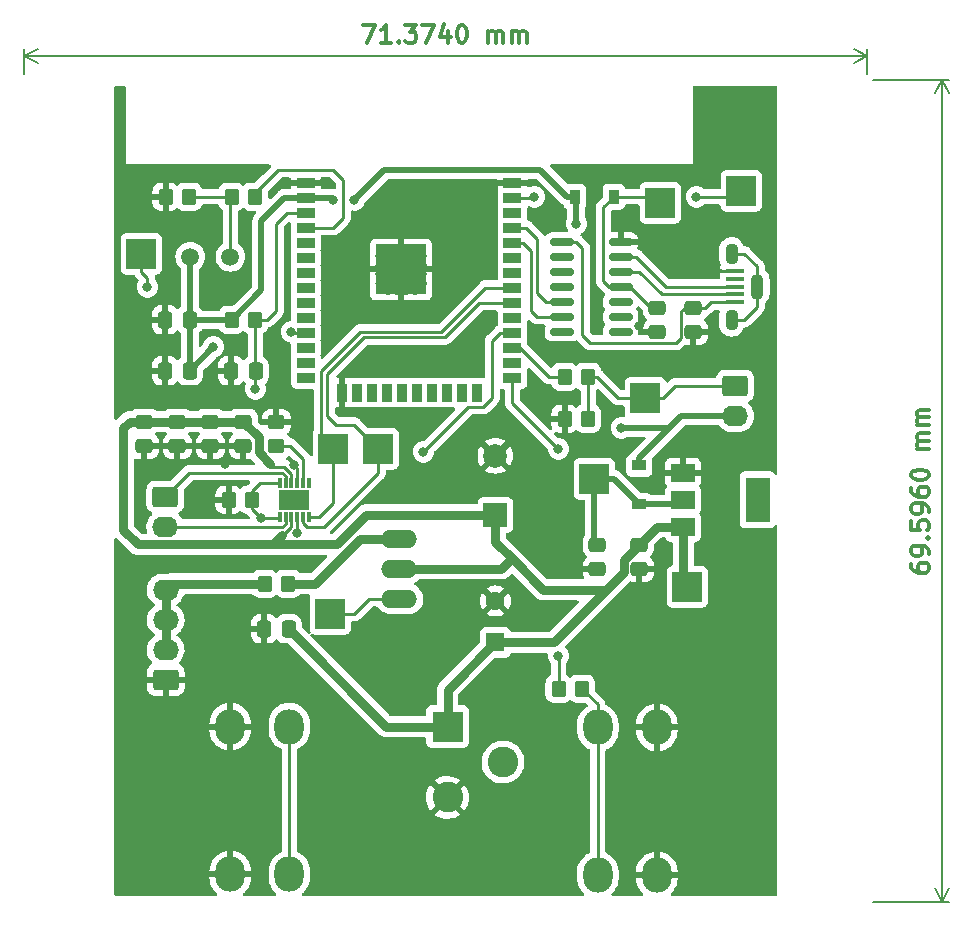
<source format=gtl>
G04 #@! TF.GenerationSoftware,KiCad,Pcbnew,(6.0.10-0)*
G04 #@! TF.CreationDate,2023-03-07T16:22:58-06:00*
G04 #@! TF.ProjectId,v0.0,76302e30-2e6b-4696-9361-645f70636258,rev?*
G04 #@! TF.SameCoordinates,Original*
G04 #@! TF.FileFunction,Copper,L1,Top*
G04 #@! TF.FilePolarity,Positive*
%FSLAX46Y46*%
G04 Gerber Fmt 4.6, Leading zero omitted, Abs format (unit mm)*
G04 Created by KiCad (PCBNEW (6.0.10-0)) date 2023-03-07 16:22:58*
%MOMM*%
%LPD*%
G01*
G04 APERTURE LIST*
G04 Aperture macros list*
%AMRoundRect*
0 Rectangle with rounded corners*
0 $1 Rounding radius*
0 $2 $3 $4 $5 $6 $7 $8 $9 X,Y pos of 4 corners*
0 Add a 4 corners polygon primitive as box body*
4,1,4,$2,$3,$4,$5,$6,$7,$8,$9,$2,$3,0*
0 Add four circle primitives for the rounded corners*
1,1,$1+$1,$2,$3*
1,1,$1+$1,$4,$5*
1,1,$1+$1,$6,$7*
1,1,$1+$1,$8,$9*
0 Add four rect primitives between the rounded corners*
20,1,$1+$1,$2,$3,$4,$5,0*
20,1,$1+$1,$4,$5,$6,$7,0*
20,1,$1+$1,$6,$7,$8,$9,0*
20,1,$1+$1,$8,$9,$2,$3,0*%
G04 Aperture macros list end*
%ADD10C,0.300000*%
G04 #@! TA.AperFunction,NonConductor*
%ADD11C,0.300000*%
G04 #@! TD*
G04 #@! TA.AperFunction,NonConductor*
%ADD12C,0.200000*%
G04 #@! TD*
G04 #@! TA.AperFunction,SMDPad,CuDef*
%ADD13RoundRect,0.250000X-0.350000X-0.450000X0.350000X-0.450000X0.350000X0.450000X-0.350000X0.450000X0*%
G04 #@! TD*
G04 #@! TA.AperFunction,SMDPad,CuDef*
%ADD14RoundRect,0.250000X0.337500X0.475000X-0.337500X0.475000X-0.337500X-0.475000X0.337500X-0.475000X0*%
G04 #@! TD*
G04 #@! TA.AperFunction,SMDPad,CuDef*
%ADD15R,2.500000X2.500000*%
G04 #@! TD*
G04 #@! TA.AperFunction,ComponentPad*
%ADD16RoundRect,0.250000X0.845000X-0.620000X0.845000X0.620000X-0.845000X0.620000X-0.845000X-0.620000X0*%
G04 #@! TD*
G04 #@! TA.AperFunction,ComponentPad*
%ADD17O,2.190000X1.740000*%
G04 #@! TD*
G04 #@! TA.AperFunction,SMDPad,CuDef*
%ADD18RoundRect,0.250000X-0.475000X0.337500X-0.475000X-0.337500X0.475000X-0.337500X0.475000X0.337500X0*%
G04 #@! TD*
G04 #@! TA.AperFunction,ComponentPad*
%ADD19O,2.500000X3.000000*%
G04 #@! TD*
G04 #@! TA.AperFunction,ComponentPad*
%ADD20R,2.000000X2.000000*%
G04 #@! TD*
G04 #@! TA.AperFunction,ComponentPad*
%ADD21C,2.000000*%
G04 #@! TD*
G04 #@! TA.AperFunction,SMDPad,CuDef*
%ADD22RoundRect,0.150000X-0.825000X-0.150000X0.825000X-0.150000X0.825000X0.150000X-0.825000X0.150000X0*%
G04 #@! TD*
G04 #@! TA.AperFunction,SMDPad,CuDef*
%ADD23RoundRect,0.250000X0.350000X0.450000X-0.350000X0.450000X-0.350000X-0.450000X0.350000X-0.450000X0*%
G04 #@! TD*
G04 #@! TA.AperFunction,SMDPad,CuDef*
%ADD24R,0.900000X1.200000*%
G04 #@! TD*
G04 #@! TA.AperFunction,ComponentPad*
%ADD25RoundRect,0.250000X-0.845000X0.620000X-0.845000X-0.620000X0.845000X-0.620000X0.845000X0.620000X0*%
G04 #@! TD*
G04 #@! TA.AperFunction,ComponentPad*
%ADD26R,2.600000X2.600000*%
G04 #@! TD*
G04 #@! TA.AperFunction,ComponentPad*
%ADD27C,2.600000*%
G04 #@! TD*
G04 #@! TA.AperFunction,ComponentPad*
%ADD28O,3.048000X1.524000*%
G04 #@! TD*
G04 #@! TA.AperFunction,SMDPad,CuDef*
%ADD29R,1.500000X0.900000*%
G04 #@! TD*
G04 #@! TA.AperFunction,SMDPad,CuDef*
%ADD30R,0.900000X1.500000*%
G04 #@! TD*
G04 #@! TA.AperFunction,SMDPad,CuDef*
%ADD31R,1.050000X1.050000*%
G04 #@! TD*
G04 #@! TA.AperFunction,HeatsinkPad*
%ADD32C,0.475000*%
G04 #@! TD*
G04 #@! TA.AperFunction,SMDPad,CuDef*
%ADD33R,4.200000X4.200000*%
G04 #@! TD*
G04 #@! TA.AperFunction,SMDPad,CuDef*
%ADD34R,1.200000X0.900000*%
G04 #@! TD*
G04 #@! TA.AperFunction,SMDPad,CuDef*
%ADD35RoundRect,0.008100X0.126900X-0.411900X0.126900X0.411900X-0.126900X0.411900X-0.126900X-0.411900X0*%
G04 #@! TD*
G04 #@! TA.AperFunction,SMDPad,CuDef*
%ADD36R,2.500000X1.700000*%
G04 #@! TD*
G04 #@! TA.AperFunction,ComponentPad*
%ADD37R,1.600000X1.600000*%
G04 #@! TD*
G04 #@! TA.AperFunction,ComponentPad*
%ADD38C,1.600000*%
G04 #@! TD*
G04 #@! TA.AperFunction,SMDPad,CuDef*
%ADD39R,2.000000X1.500000*%
G04 #@! TD*
G04 #@! TA.AperFunction,SMDPad,CuDef*
%ADD40R,2.000000X3.800000*%
G04 #@! TD*
G04 #@! TA.AperFunction,SMDPad,CuDef*
%ADD41RoundRect,0.250000X0.450000X-0.350000X0.450000X0.350000X-0.450000X0.350000X-0.450000X-0.350000X0*%
G04 #@! TD*
G04 #@! TA.AperFunction,SMDPad,CuDef*
%ADD42R,1.500000X0.450000*%
G04 #@! TD*
G04 #@! TA.AperFunction,ComponentPad*
%ADD43O,1.100000X1.800000*%
G04 #@! TD*
G04 #@! TA.AperFunction,ComponentPad*
%ADD44O,1.100000X2.200000*%
G04 #@! TD*
G04 #@! TA.AperFunction,ComponentPad*
%ADD45C,1.500000*%
G04 #@! TD*
G04 #@! TA.AperFunction,ViaPad*
%ADD46C,0.800000*%
G04 #@! TD*
G04 #@! TA.AperFunction,Conductor*
%ADD47C,0.254000*%
G04 #@! TD*
G04 #@! TA.AperFunction,Conductor*
%ADD48C,0.762000*%
G04 #@! TD*
G04 #@! TA.AperFunction,Conductor*
%ADD49C,0.250000*%
G04 #@! TD*
G04 #@! TA.AperFunction,Conductor*
%ADD50C,0.508000*%
G04 #@! TD*
G04 APERTURE END LIST*
D10*
D11*
X141463000Y-45892571D02*
X142463000Y-45892571D01*
X141820142Y-47392571D01*
X143820142Y-47392571D02*
X142963000Y-47392571D01*
X143391571Y-47392571D02*
X143391571Y-45892571D01*
X143248714Y-46106857D01*
X143105857Y-46249714D01*
X142963000Y-46321142D01*
X144463000Y-47249714D02*
X144534428Y-47321142D01*
X144463000Y-47392571D01*
X144391571Y-47321142D01*
X144463000Y-47249714D01*
X144463000Y-47392571D01*
X145034428Y-45892571D02*
X145963000Y-45892571D01*
X145463000Y-46464000D01*
X145677285Y-46464000D01*
X145820142Y-46535428D01*
X145891571Y-46606857D01*
X145963000Y-46749714D01*
X145963000Y-47106857D01*
X145891571Y-47249714D01*
X145820142Y-47321142D01*
X145677285Y-47392571D01*
X145248714Y-47392571D01*
X145105857Y-47321142D01*
X145034428Y-47249714D01*
X146463000Y-45892571D02*
X147463000Y-45892571D01*
X146820142Y-47392571D01*
X148677285Y-46392571D02*
X148677285Y-47392571D01*
X148320142Y-45821142D02*
X147963000Y-46892571D01*
X148891571Y-46892571D01*
X149748714Y-45892571D02*
X149891571Y-45892571D01*
X150034428Y-45964000D01*
X150105857Y-46035428D01*
X150177285Y-46178285D01*
X150248714Y-46464000D01*
X150248714Y-46821142D01*
X150177285Y-47106857D01*
X150105857Y-47249714D01*
X150034428Y-47321142D01*
X149891571Y-47392571D01*
X149748714Y-47392571D01*
X149605857Y-47321142D01*
X149534428Y-47249714D01*
X149463000Y-47106857D01*
X149391571Y-46821142D01*
X149391571Y-46464000D01*
X149463000Y-46178285D01*
X149534428Y-46035428D01*
X149605857Y-45964000D01*
X149748714Y-45892571D01*
X152034428Y-47392571D02*
X152034428Y-46392571D01*
X152034428Y-46535428D02*
X152105857Y-46464000D01*
X152248714Y-46392571D01*
X152463000Y-46392571D01*
X152605857Y-46464000D01*
X152677285Y-46606857D01*
X152677285Y-47392571D01*
X152677285Y-46606857D02*
X152748714Y-46464000D01*
X152891571Y-46392571D01*
X153105857Y-46392571D01*
X153248714Y-46464000D01*
X153320142Y-46606857D01*
X153320142Y-47392571D01*
X154034428Y-47392571D02*
X154034428Y-46392571D01*
X154034428Y-46535428D02*
X154105857Y-46464000D01*
X154248714Y-46392571D01*
X154463000Y-46392571D01*
X154605857Y-46464000D01*
X154677285Y-46606857D01*
X154677285Y-47392571D01*
X154677285Y-46606857D02*
X154748714Y-46464000D01*
X154891571Y-46392571D01*
X155105857Y-46392571D01*
X155248714Y-46464000D01*
X155320142Y-46606857D01*
X155320142Y-47392571D01*
D12*
X184150000Y-50046000D02*
X184150000Y-47927580D01*
X112776000Y-50046000D02*
X112776000Y-47927580D01*
X184150000Y-48514000D02*
X112776000Y-48514000D01*
X184150000Y-48514000D02*
X112776000Y-48514000D01*
X184150000Y-48514000D02*
X183023496Y-47927579D01*
X184150000Y-48514000D02*
X183023496Y-49100421D01*
X112776000Y-48514000D02*
X113902504Y-49100421D01*
X112776000Y-48514000D02*
X113902504Y-47927579D01*
D10*
D11*
X187878571Y-91558285D02*
X187878571Y-91844000D01*
X187950000Y-91986857D01*
X188021428Y-92058285D01*
X188235714Y-92201142D01*
X188521428Y-92272571D01*
X189092857Y-92272571D01*
X189235714Y-92201142D01*
X189307142Y-92129714D01*
X189378571Y-91986857D01*
X189378571Y-91701142D01*
X189307142Y-91558285D01*
X189235714Y-91486857D01*
X189092857Y-91415428D01*
X188735714Y-91415428D01*
X188592857Y-91486857D01*
X188521428Y-91558285D01*
X188450000Y-91701142D01*
X188450000Y-91986857D01*
X188521428Y-92129714D01*
X188592857Y-92201142D01*
X188735714Y-92272571D01*
X189378571Y-90701142D02*
X189378571Y-90415428D01*
X189307142Y-90272571D01*
X189235714Y-90201142D01*
X189021428Y-90058285D01*
X188735714Y-89986857D01*
X188164285Y-89986857D01*
X188021428Y-90058285D01*
X187950000Y-90129714D01*
X187878571Y-90272571D01*
X187878571Y-90558285D01*
X187950000Y-90701142D01*
X188021428Y-90772571D01*
X188164285Y-90844000D01*
X188521428Y-90844000D01*
X188664285Y-90772571D01*
X188735714Y-90701142D01*
X188807142Y-90558285D01*
X188807142Y-90272571D01*
X188735714Y-90129714D01*
X188664285Y-90058285D01*
X188521428Y-89986857D01*
X189235714Y-89344000D02*
X189307142Y-89272571D01*
X189378571Y-89344000D01*
X189307142Y-89415428D01*
X189235714Y-89344000D01*
X189378571Y-89344000D01*
X187878571Y-87915428D02*
X187878571Y-88629714D01*
X188592857Y-88701142D01*
X188521428Y-88629714D01*
X188450000Y-88486857D01*
X188450000Y-88129714D01*
X188521428Y-87986857D01*
X188592857Y-87915428D01*
X188735714Y-87844000D01*
X189092857Y-87844000D01*
X189235714Y-87915428D01*
X189307142Y-87986857D01*
X189378571Y-88129714D01*
X189378571Y-88486857D01*
X189307142Y-88629714D01*
X189235714Y-88701142D01*
X189378571Y-87129714D02*
X189378571Y-86844000D01*
X189307142Y-86701142D01*
X189235714Y-86629714D01*
X189021428Y-86486857D01*
X188735714Y-86415428D01*
X188164285Y-86415428D01*
X188021428Y-86486857D01*
X187950000Y-86558285D01*
X187878571Y-86701142D01*
X187878571Y-86986857D01*
X187950000Y-87129714D01*
X188021428Y-87201142D01*
X188164285Y-87272571D01*
X188521428Y-87272571D01*
X188664285Y-87201142D01*
X188735714Y-87129714D01*
X188807142Y-86986857D01*
X188807142Y-86701142D01*
X188735714Y-86558285D01*
X188664285Y-86486857D01*
X188521428Y-86415428D01*
X187878571Y-85129714D02*
X187878571Y-85415428D01*
X187950000Y-85558285D01*
X188021428Y-85629714D01*
X188235714Y-85772571D01*
X188521428Y-85844000D01*
X189092857Y-85844000D01*
X189235714Y-85772571D01*
X189307142Y-85701142D01*
X189378571Y-85558285D01*
X189378571Y-85272571D01*
X189307142Y-85129714D01*
X189235714Y-85058285D01*
X189092857Y-84986857D01*
X188735714Y-84986857D01*
X188592857Y-85058285D01*
X188521428Y-85129714D01*
X188450000Y-85272571D01*
X188450000Y-85558285D01*
X188521428Y-85701142D01*
X188592857Y-85772571D01*
X188735714Y-85844000D01*
X187878571Y-84058285D02*
X187878571Y-83915428D01*
X187950000Y-83772571D01*
X188021428Y-83701142D01*
X188164285Y-83629714D01*
X188450000Y-83558285D01*
X188807142Y-83558285D01*
X189092857Y-83629714D01*
X189235714Y-83701142D01*
X189307142Y-83772571D01*
X189378571Y-83915428D01*
X189378571Y-84058285D01*
X189307142Y-84201142D01*
X189235714Y-84272571D01*
X189092857Y-84344000D01*
X188807142Y-84415428D01*
X188450000Y-84415428D01*
X188164285Y-84344000D01*
X188021428Y-84272571D01*
X187950000Y-84201142D01*
X187878571Y-84058285D01*
X189378571Y-81772571D02*
X188378571Y-81772571D01*
X188521428Y-81772571D02*
X188450000Y-81701142D01*
X188378571Y-81558285D01*
X188378571Y-81344000D01*
X188450000Y-81201142D01*
X188592857Y-81129714D01*
X189378571Y-81129714D01*
X188592857Y-81129714D02*
X188450000Y-81058285D01*
X188378571Y-80915428D01*
X188378571Y-80701142D01*
X188450000Y-80558285D01*
X188592857Y-80486857D01*
X189378571Y-80486857D01*
X189378571Y-79772571D02*
X188378571Y-79772571D01*
X188521428Y-79772571D02*
X188450000Y-79701142D01*
X188378571Y-79558285D01*
X188378571Y-79344000D01*
X188450000Y-79201142D01*
X188592857Y-79129714D01*
X189378571Y-79129714D01*
X188592857Y-79129714D02*
X188450000Y-79058285D01*
X188378571Y-78915428D01*
X188378571Y-78701142D01*
X188450000Y-78558285D01*
X188592857Y-78486857D01*
X189378571Y-78486857D01*
D12*
X184650000Y-120142000D02*
X191086420Y-120142000D01*
X184650000Y-50546000D02*
X191086420Y-50546000D01*
X190500000Y-120142000D02*
X190500000Y-50546000D01*
X190500000Y-120142000D02*
X190500000Y-50546000D01*
X190500000Y-120142000D02*
X191086421Y-119015496D01*
X190500000Y-120142000D02*
X189913579Y-119015496D01*
X190500000Y-50546000D02*
X189913579Y-51672504D01*
X190500000Y-50546000D02*
X191086421Y-51672504D01*
D13*
X160004000Y-102108000D03*
X158004000Y-102108000D03*
D14*
X135149500Y-97028000D03*
X133074500Y-97028000D03*
D13*
X130318000Y-70866000D03*
X132318000Y-70866000D03*
D15*
X161036000Y-84328000D03*
D16*
X124734000Y-101346000D03*
D17*
X124734000Y-98806000D03*
X124734000Y-96266000D03*
X124734000Y-93726000D03*
D18*
X164846000Y-89894500D03*
X164846000Y-91969500D03*
X166370000Y-69828500D03*
X166370000Y-71903500D03*
X128524000Y-79480500D03*
X128524000Y-81555500D03*
D19*
X130208000Y-117810000D03*
X130208000Y-105310000D03*
X135208000Y-117810000D03*
X135208000Y-105310000D03*
D20*
X152654000Y-87376000D03*
D21*
X152654000Y-82376000D03*
D15*
X173482000Y-59944000D03*
X138938000Y-81788000D03*
D22*
X158307000Y-64262000D03*
X158307000Y-65532000D03*
X158307000Y-66802000D03*
X158307000Y-68072000D03*
X158307000Y-69342000D03*
X158307000Y-70612000D03*
X158307000Y-71882000D03*
X163257000Y-71882000D03*
X163257000Y-70612000D03*
X163257000Y-69342000D03*
X163257000Y-68072000D03*
X163257000Y-66802000D03*
X163257000Y-65532000D03*
X163257000Y-64262000D03*
D18*
X122936000Y-79480500D03*
X122936000Y-81555500D03*
D15*
X166624000Y-60960000D03*
D23*
X132064000Y-86106000D03*
X130064000Y-86106000D03*
D18*
X169418000Y-69828500D03*
X169418000Y-71903500D03*
D19*
X161330000Y-105372000D03*
X161330000Y-117872000D03*
X166330000Y-105372000D03*
X166330000Y-117872000D03*
D24*
X159386000Y-60452000D03*
X162686000Y-60452000D03*
D23*
X160512000Y-75692000D03*
X158512000Y-75692000D03*
D25*
X172954000Y-76454000D03*
D17*
X172954000Y-78994000D03*
D14*
X132355500Y-75184000D03*
X130280500Y-75184000D03*
D18*
X161290000Y-89894500D03*
X161290000Y-91969500D03*
D14*
X126767500Y-75184000D03*
X124692500Y-75184000D03*
D26*
X148602000Y-105306000D03*
D27*
X148602000Y-111306000D03*
X153302000Y-108306000D03*
D15*
X165354000Y-77470000D03*
D28*
X144526000Y-91948000D03*
X144526000Y-94488000D03*
X144526000Y-89408000D03*
D23*
X135112000Y-93218000D03*
X133112000Y-93218000D03*
D13*
X130318000Y-60452000D03*
X132318000Y-60452000D03*
D29*
X136600000Y-59265000D03*
X136600000Y-60535000D03*
X136600000Y-61805000D03*
X136600000Y-63075000D03*
X136600000Y-64345000D03*
X136600000Y-65615000D03*
X136600000Y-66885000D03*
X136600000Y-68155000D03*
X136600000Y-69425000D03*
X136600000Y-70695000D03*
X136600000Y-71965000D03*
X136600000Y-73235000D03*
X136600000Y-74505000D03*
X136600000Y-75775000D03*
D30*
X139640000Y-77025000D03*
X140910000Y-77025000D03*
X142180000Y-77025000D03*
X143450000Y-77025000D03*
X144720000Y-77025000D03*
X145990000Y-77025000D03*
X147260000Y-77025000D03*
X148530000Y-77025000D03*
X149800000Y-77025000D03*
X151070000Y-77025000D03*
D29*
X154100000Y-75775000D03*
X154100000Y-74505000D03*
X154100000Y-73235000D03*
X154100000Y-71965000D03*
X154100000Y-70695000D03*
X154100000Y-69425000D03*
X154100000Y-68155000D03*
X154100000Y-66885000D03*
X154100000Y-65615000D03*
X154100000Y-64345000D03*
X154100000Y-63075000D03*
X154100000Y-61805000D03*
X154100000Y-60535000D03*
X154100000Y-59265000D03*
D31*
X146195000Y-68130000D03*
D32*
X143907500Y-68130000D03*
X145432500Y-65080000D03*
D31*
X143145000Y-65080000D03*
X144670000Y-66605000D03*
D32*
X146195000Y-65842500D03*
X143145000Y-65842500D03*
D33*
X144670000Y-66605000D03*
D32*
X145432500Y-68130000D03*
X143907500Y-65080000D03*
D31*
X144670000Y-68130000D03*
D32*
X143145000Y-67367500D03*
X145432500Y-66605000D03*
X144670000Y-65842500D03*
X143907500Y-66605000D03*
D31*
X146195000Y-65080000D03*
X143145000Y-66605000D03*
X144670000Y-65080000D03*
X143145000Y-68130000D03*
D32*
X146195000Y-67367500D03*
D31*
X146195000Y-66605000D03*
D32*
X144670000Y-67367500D03*
D18*
X125730000Y-79480500D03*
X125730000Y-81555500D03*
D23*
X160512000Y-79248000D03*
X158512000Y-79248000D03*
D15*
X122682000Y-65278000D03*
X168910000Y-93472000D03*
D34*
X164846000Y-83186000D03*
X164846000Y-86486000D03*
D35*
X134386000Y-87551000D03*
X134886000Y-87551000D03*
X135386000Y-87551000D03*
X135886000Y-87551000D03*
X136386000Y-87551000D03*
X136886000Y-87551000D03*
X136886000Y-84661000D03*
X136386000Y-84661000D03*
X135886000Y-84661000D03*
X135386000Y-84661000D03*
X134886000Y-84661000D03*
X134386000Y-84661000D03*
D36*
X135636000Y-86106000D03*
D23*
X126730000Y-60452000D03*
X124730000Y-60452000D03*
D37*
X152654000Y-98172651D03*
D38*
X152654000Y-94672651D03*
D15*
X138684000Y-95758000D03*
D39*
X168554000Y-83806000D03*
X168554000Y-86106000D03*
X168554000Y-88406000D03*
D40*
X174854000Y-86106000D03*
D15*
X142748000Y-81788000D03*
D25*
X124714000Y-85852000D03*
D17*
X124714000Y-88392000D03*
D14*
X126767500Y-70866000D03*
X124692500Y-70866000D03*
D18*
X131318000Y-79480500D03*
X131318000Y-81555500D03*
D41*
X134112000Y-81518000D03*
X134112000Y-79518000D03*
D42*
X172911000Y-69372000D03*
X172911000Y-68722000D03*
X172911000Y-68072000D03*
X172911000Y-67422000D03*
X172911000Y-66772000D03*
D43*
X172661000Y-70872000D03*
X172661000Y-65272000D03*
D44*
X174811000Y-68072000D03*
D45*
X126824000Y-65532000D03*
X130224000Y-65532000D03*
D46*
X157988000Y-99314000D03*
X164846000Y-71374000D03*
X128778000Y-68834000D03*
X129794000Y-83058000D03*
X122936000Y-76962000D03*
X165100000Y-93980000D03*
X124968000Y-67310000D03*
X168656000Y-81280000D03*
X138176000Y-59216500D03*
X127000000Y-76962000D03*
X145288000Y-100330000D03*
X125476000Y-62230000D03*
X169418000Y-73660000D03*
X128778000Y-85090000D03*
X156464000Y-89916000D03*
X135631016Y-83161536D03*
X129794000Y-99314000D03*
X132334000Y-76708000D03*
X163322000Y-80010000D03*
X138938000Y-60706000D03*
X128778000Y-73152000D03*
X140716000Y-60706000D03*
X159512000Y-62738000D03*
X146558000Y-82042000D03*
X132842000Y-87630000D03*
X135895714Y-88905714D03*
X157988000Y-81788000D03*
X123190000Y-68072000D03*
X135382000Y-71882000D03*
X169672000Y-60452000D03*
X155956000Y-60452000D03*
D47*
X158004000Y-99330000D02*
X157988000Y-99314000D01*
X158004000Y-102108000D02*
X158004000Y-99330000D01*
X161330000Y-105372000D02*
X161330000Y-103434000D01*
X161330000Y-103434000D02*
X160004000Y-102108000D01*
D48*
X137414000Y-93218000D02*
X141224000Y-89408000D01*
X135112000Y-93218000D02*
X137414000Y-93218000D01*
X141224000Y-89408000D02*
X144526000Y-89408000D01*
X124734000Y-93706000D02*
X125222000Y-93218000D01*
X124734000Y-93726000D02*
X124734000Y-93706000D01*
X125222000Y-93218000D02*
X133112000Y-93218000D01*
X124734000Y-96266000D02*
X124734000Y-93726000D01*
X124734000Y-98806000D02*
X124734000Y-96266000D01*
D47*
X164084000Y-68072000D02*
X163257000Y-68072000D01*
X161798000Y-61340000D02*
X161798000Y-67564000D01*
X166370000Y-69828500D02*
X165840500Y-69828500D01*
X161798000Y-67564000D02*
X162306000Y-68072000D01*
X166370000Y-60452000D02*
X166624000Y-60706000D01*
X165840500Y-69828500D02*
X164084000Y-68072000D01*
X162306000Y-68072000D02*
X163257000Y-68072000D01*
X162686000Y-60452000D02*
X166370000Y-60452000D01*
X162686000Y-60452000D02*
X161798000Y-61340000D01*
X136648500Y-59216500D02*
X136600000Y-59265000D01*
X135886000Y-84661000D02*
X135886000Y-83416520D01*
X167610000Y-66772000D02*
X165100000Y-64262000D01*
X172911000Y-66772000D02*
X167610000Y-66772000D01*
X144670000Y-66605000D02*
X145485000Y-66605000D01*
X165100000Y-64262000D02*
X163257000Y-64262000D01*
X135886000Y-83416520D02*
X135631016Y-83161536D01*
X138176000Y-59216500D02*
X136648500Y-59216500D01*
D48*
X168554000Y-93116000D02*
X168910000Y-93472000D01*
X122936000Y-79480500D02*
X125730000Y-79480500D01*
X166334500Y-88406000D02*
X168554000Y-88406000D01*
X131318000Y-79480500D02*
X132624000Y-80786500D01*
D47*
X135386000Y-83943948D02*
X134754052Y-83312000D01*
X135386000Y-84661000D02*
X135386000Y-83943948D01*
D48*
X128524000Y-79480500D02*
X131318000Y-79480500D01*
X152654000Y-89662000D02*
X152654000Y-87376000D01*
X143427500Y-105306000D02*
X148602000Y-105306000D01*
D47*
X133858000Y-83312000D02*
X133604000Y-83058000D01*
D48*
X141732000Y-87376000D02*
X139221286Y-89886714D01*
X153162000Y-91948000D02*
X144526000Y-91948000D01*
X132624000Y-82078000D02*
X133604000Y-83058000D01*
X122398714Y-89886714D02*
X121158000Y-88646000D01*
X154051000Y-91059000D02*
X153162000Y-91948000D01*
X121158000Y-80010000D02*
X121687500Y-79480500D01*
D47*
X135386000Y-88388000D02*
X134674000Y-89100000D01*
D48*
X152654000Y-87376000D02*
X141732000Y-87376000D01*
D47*
X135386000Y-87551000D02*
X135386000Y-88388000D01*
X134674000Y-89100000D02*
X134620000Y-89100000D01*
D48*
X154051000Y-91059000D02*
X152654000Y-89662000D01*
X166334500Y-88406000D02*
X164846000Y-89894500D01*
X133320714Y-89886714D02*
X122398714Y-89886714D01*
X163540000Y-92238000D02*
X162052000Y-93726000D01*
X164846000Y-89894500D02*
X163540000Y-91200500D01*
X148602000Y-102224651D02*
X152654000Y-98172651D01*
X133320714Y-89886714D02*
X133833286Y-89886714D01*
X162052000Y-93726000D02*
X157605349Y-98172651D01*
X156718000Y-93726000D02*
X154051000Y-91059000D01*
X133833286Y-89886714D02*
X134620000Y-89100000D01*
X148602000Y-105306000D02*
X148602000Y-102224651D01*
X163540000Y-91200500D02*
X163540000Y-92238000D01*
X133320714Y-89886714D02*
X139221286Y-89886714D01*
X135149500Y-97028000D02*
X143427500Y-105306000D01*
D47*
X134754052Y-83312000D02*
X133858000Y-83312000D01*
D48*
X157605349Y-98172651D02*
X152654000Y-98172651D01*
X132624000Y-80786500D02*
X132624000Y-82078000D01*
X162052000Y-93726000D02*
X156718000Y-93726000D01*
X121687500Y-79480500D02*
X122936000Y-79480500D01*
X121158000Y-88646000D02*
X121158000Y-80010000D01*
X168554000Y-88406000D02*
X168554000Y-93116000D01*
X125730000Y-79480500D02*
X128524000Y-79480500D01*
D47*
X136714297Y-88392000D02*
X138176000Y-88392000D01*
X142748000Y-81788000D02*
X140716000Y-79756000D01*
X142748000Y-83820000D02*
X142748000Y-81788000D01*
X139192000Y-79756000D02*
X138430000Y-78994000D01*
X136386000Y-87551000D02*
X136386000Y-88063703D01*
X138430000Y-78994000D02*
X138430000Y-75438000D01*
X140716000Y-79756000D02*
X139192000Y-79756000D01*
X141532000Y-72336000D02*
X148390000Y-72336000D01*
X138430000Y-75438000D02*
X141532000Y-72336000D01*
X151301000Y-69425000D02*
X154100000Y-69425000D01*
X138176000Y-88392000D02*
X142748000Y-83820000D01*
X136386000Y-88063703D02*
X136714297Y-88392000D01*
X148390000Y-72336000D02*
X151301000Y-69425000D01*
X138938000Y-86360000D02*
X138938000Y-81788000D01*
X137747000Y-87551000D02*
X138938000Y-86360000D01*
X137922000Y-80772000D02*
X137922000Y-75184000D01*
X138938000Y-81788000D02*
X137922000Y-80772000D01*
X136886000Y-87551000D02*
X137747000Y-87551000D01*
X151809000Y-68155000D02*
X154100000Y-68155000D01*
X141224000Y-71882000D02*
X148082000Y-71882000D01*
X148082000Y-71882000D02*
X151809000Y-68155000D01*
X137922000Y-75184000D02*
X141224000Y-71882000D01*
X166766000Y-68722000D02*
X164846000Y-66802000D01*
X164846000Y-66802000D02*
X163257000Y-66802000D01*
X172911000Y-68722000D02*
X166766000Y-68722000D01*
X138938000Y-58166000D02*
X139783000Y-59011000D01*
D49*
X138938000Y-63075000D02*
X136600000Y-63075000D01*
X139783000Y-59436000D02*
X139783000Y-62230000D01*
D47*
X132318000Y-60452000D02*
X132318000Y-60128000D01*
D49*
X139783000Y-62230000D02*
X138938000Y-63075000D01*
D47*
X132318000Y-60128000D02*
X134280000Y-58166000D01*
X134280000Y-58166000D02*
X138938000Y-58166000D01*
X139783000Y-59011000D02*
X139783000Y-59436000D01*
X132318000Y-70866000D02*
X133350000Y-70866000D01*
X134112000Y-70104000D02*
X134112000Y-62738000D01*
X132318000Y-70866000D02*
X132318000Y-75146500D01*
X135208000Y-105310000D02*
X135208000Y-117810000D01*
D49*
X135465000Y-61805000D02*
X136600000Y-61805000D01*
D47*
X134112000Y-62738000D02*
X135045000Y-61805000D01*
X133350000Y-70866000D02*
X134112000Y-70104000D01*
X135045000Y-61805000D02*
X135465000Y-61805000D01*
X132318000Y-75146500D02*
X132355500Y-75184000D01*
X132334000Y-75205500D02*
X132355500Y-75184000D01*
X132334000Y-76708000D02*
X132334000Y-75205500D01*
D50*
X168402000Y-78994000D02*
X172954000Y-78994000D01*
X128778000Y-73152000D02*
X128778000Y-73173500D01*
X128778000Y-73173500D02*
X126767500Y-75184000D01*
X132842000Y-68342000D02*
X132842000Y-62484000D01*
X126824000Y-65532000D02*
X126824000Y-70809500D01*
X126824000Y-70809500D02*
X126767500Y-70866000D01*
X159512000Y-62738000D02*
X159512000Y-60578000D01*
X126767500Y-70866000D02*
X126767500Y-75184000D01*
X136600000Y-60535000D02*
X138767000Y-60535000D01*
X167386000Y-80010000D02*
X163322000Y-80010000D01*
X158750000Y-60452000D02*
X159386000Y-60452000D01*
X140716000Y-60706000D02*
X143256000Y-58166000D01*
X164846000Y-83186000D02*
X164846000Y-82550000D01*
X132842000Y-62484000D02*
X134791000Y-60535000D01*
X159512000Y-60578000D02*
X159386000Y-60452000D01*
X167386000Y-80010000D02*
X168402000Y-78994000D01*
X134791000Y-60535000D02*
X136600000Y-60535000D01*
X126767500Y-70866000D02*
X130318000Y-70866000D01*
X143256000Y-58166000D02*
X156464000Y-58166000D01*
X130318000Y-70866000D02*
X132842000Y-68342000D01*
X164846000Y-82550000D02*
X167386000Y-80010000D01*
X156464000Y-58166000D02*
X158750000Y-60452000D01*
X138767000Y-60535000D02*
X138938000Y-60706000D01*
X164846000Y-86486000D02*
X168174000Y-86486000D01*
X168174000Y-86486000D02*
X168554000Y-86106000D01*
X162688000Y-84328000D02*
X164846000Y-86486000D01*
X161290000Y-89894500D02*
X161036000Y-89640500D01*
X168428000Y-86486000D02*
X168808000Y-86106000D01*
X161036000Y-84328000D02*
X162688000Y-84328000D01*
X161036000Y-89640500D02*
X161036000Y-84328000D01*
D47*
X164592000Y-65532000D02*
X167132000Y-68072000D01*
X167132000Y-68072000D02*
X172911000Y-68072000D01*
X163257000Y-65532000D02*
X164592000Y-65532000D01*
X173730000Y-65272000D02*
X172661000Y-65272000D01*
X173730000Y-70872000D02*
X174811000Y-69791000D01*
X172661000Y-70872000D02*
X173730000Y-70872000D01*
X174811000Y-69791000D02*
X174811000Y-68072000D01*
X174811000Y-66353000D02*
X173730000Y-65272000D01*
X174811000Y-68072000D02*
X174811000Y-66353000D01*
X124714000Y-85852000D02*
X126746000Y-83820000D01*
X134620000Y-83820000D02*
X134886000Y-84086000D01*
X134886000Y-84086000D02*
X134886000Y-84661000D01*
X126746000Y-83820000D02*
X134620000Y-83820000D01*
X150368000Y-78232000D02*
X151638000Y-78232000D01*
X153079000Y-71965000D02*
X154100000Y-71965000D01*
X152400000Y-72644000D02*
X153079000Y-71965000D01*
X146558000Y-82042000D02*
X150368000Y-78232000D01*
X138684000Y-95758000D02*
X140716000Y-95758000D01*
X151638000Y-78232000D02*
X152400000Y-77470000D01*
X140716000Y-95758000D02*
X141986000Y-94488000D01*
X141986000Y-94488000D02*
X144526000Y-94488000D01*
X152400000Y-77470000D02*
X152400000Y-72644000D01*
X132064000Y-86852000D02*
X132842000Y-87630000D01*
X135886000Y-87551000D02*
X135886000Y-88896000D01*
X135886000Y-88896000D02*
X135895714Y-88905714D01*
X132064000Y-86106000D02*
X132064000Y-85360000D01*
X132842000Y-87630000D02*
X134307000Y-87630000D01*
X132763000Y-84661000D02*
X134386000Y-84661000D01*
X132064000Y-86106000D02*
X132064000Y-86852000D01*
X134307000Y-87630000D02*
X134386000Y-87551000D01*
X132064000Y-85360000D02*
X132763000Y-84661000D01*
D49*
X126730000Y-60452000D02*
X130318000Y-60452000D01*
X130224000Y-60546000D02*
X130318000Y-60452000D01*
X130224000Y-65532000D02*
X130224000Y-60546000D01*
D47*
X134886000Y-88126000D02*
X134886000Y-87551000D01*
X134620000Y-88392000D02*
X134886000Y-88126000D01*
X124714000Y-88392000D02*
X134620000Y-88392000D01*
X136386000Y-84661000D02*
X136386000Y-82665000D01*
X135239000Y-81518000D02*
X134112000Y-81518000D01*
X136386000Y-82665000D02*
X135239000Y-81518000D01*
X155277000Y-63075000D02*
X154100000Y-63075000D01*
X158307000Y-69342000D02*
X156972000Y-69342000D01*
X156972000Y-69342000D02*
X156210000Y-68580000D01*
X156210000Y-64008000D02*
X155277000Y-63075000D01*
X156210000Y-68580000D02*
X156210000Y-64008000D01*
X155702000Y-70104000D02*
X156210000Y-70612000D01*
X154100000Y-64345000D02*
X155023000Y-64345000D01*
X155702000Y-65024000D02*
X155702000Y-70104000D01*
X155023000Y-64345000D02*
X155702000Y-65024000D01*
X156210000Y-70612000D02*
X158307000Y-70612000D01*
X172911000Y-69372000D02*
X170912000Y-69372000D01*
X159512000Y-64262000D02*
X158307000Y-64262000D01*
X168366000Y-70140000D02*
X168366000Y-72390000D01*
X169418000Y-69828500D02*
X168677500Y-69828500D01*
X169439500Y-69850000D02*
X169418000Y-69828500D01*
X168677500Y-69828500D02*
X168366000Y-70140000D01*
X160020000Y-64770000D02*
X159512000Y-64262000D01*
X168366000Y-72390000D02*
X167938000Y-72818000D01*
X170434000Y-69850000D02*
X169439500Y-69850000D01*
X167938000Y-72818000D02*
X160702000Y-72818000D01*
X160020000Y-72136000D02*
X160020000Y-64770000D01*
X170912000Y-69372000D02*
X170434000Y-69850000D01*
X160702000Y-72818000D02*
X160020000Y-72136000D01*
X154100000Y-77900000D02*
X154100000Y-75775000D01*
X157988000Y-81788000D02*
X154100000Y-77900000D01*
X161330000Y-117872000D02*
X161330000Y-105372000D01*
X154769000Y-73235000D02*
X157226000Y-75692000D01*
X154100000Y-73235000D02*
X154769000Y-73235000D01*
X157226000Y-75692000D02*
X158512000Y-75692000D01*
X163068000Y-77470000D02*
X165354000Y-77470000D01*
X166878000Y-77470000D02*
X167894000Y-76454000D01*
X165354000Y-77470000D02*
X166878000Y-77470000D01*
X161290000Y-75692000D02*
X163068000Y-77470000D01*
X167894000Y-76454000D02*
X172954000Y-76454000D01*
X160512000Y-75692000D02*
X161290000Y-75692000D01*
X160512000Y-75692000D02*
X160512000Y-79248000D01*
X136600000Y-71965000D02*
X135465000Y-71965000D01*
X123190000Y-68072000D02*
X123190000Y-67310000D01*
X123190000Y-67310000D02*
X122682000Y-66802000D01*
X122682000Y-66802000D02*
X122682000Y-65278000D01*
X135465000Y-71965000D02*
X135382000Y-71882000D01*
X155873000Y-60535000D02*
X155956000Y-60452000D01*
X154100000Y-60535000D02*
X155873000Y-60535000D01*
X169672000Y-60452000D02*
X172974000Y-60452000D01*
G04 #@! TA.AperFunction,Conductor*
G36*
X176472121Y-51074502D02*
G01*
X176518614Y-51128158D01*
X176530000Y-51180500D01*
X176530000Y-83881807D01*
X176509998Y-83949928D01*
X176456342Y-83996421D01*
X176386068Y-84006525D01*
X176321488Y-83977031D01*
X176303174Y-83957372D01*
X176222643Y-83849920D01*
X176222642Y-83849919D01*
X176217261Y-83842739D01*
X176100705Y-83755385D01*
X175964316Y-83704255D01*
X175902134Y-83697500D01*
X173805866Y-83697500D01*
X173743684Y-83704255D01*
X173607295Y-83755385D01*
X173490739Y-83842739D01*
X173403385Y-83959295D01*
X173352255Y-84095684D01*
X173345500Y-84157866D01*
X173345500Y-88054134D01*
X173352255Y-88116316D01*
X173403385Y-88252705D01*
X173490739Y-88369261D01*
X173607295Y-88456615D01*
X173743684Y-88507745D01*
X173805866Y-88514500D01*
X175902134Y-88514500D01*
X175964316Y-88507745D01*
X176100705Y-88456615D01*
X176217261Y-88369261D01*
X176258331Y-88314462D01*
X176303174Y-88254628D01*
X176360033Y-88212113D01*
X176430852Y-88207087D01*
X176493145Y-88241147D01*
X176527135Y-88303478D01*
X176530000Y-88330193D01*
X176530000Y-119507500D01*
X176509998Y-119575621D01*
X176456342Y-119622114D01*
X176404000Y-119633500D01*
X167607133Y-119633500D01*
X167539012Y-119613498D01*
X167492519Y-119559842D01*
X167482415Y-119489568D01*
X167511909Y-119424988D01*
X167523232Y-119413497D01*
X167594654Y-119349751D01*
X167601139Y-119343035D01*
X167762239Y-119149334D01*
X167767654Y-119141742D01*
X167898354Y-118926354D01*
X167902592Y-118918037D01*
X168000019Y-118685701D01*
X168002980Y-118676851D01*
X168064994Y-118432669D01*
X168066616Y-118423472D01*
X168087684Y-118214247D01*
X168088000Y-118207955D01*
X168088000Y-118144115D01*
X168083525Y-118128876D01*
X168082135Y-118127671D01*
X168074452Y-118126000D01*
X164590115Y-118126000D01*
X164574876Y-118130475D01*
X164573671Y-118131865D01*
X164572000Y-118139548D01*
X164572000Y-118185998D01*
X164572173Y-118190673D01*
X164586088Y-118377926D01*
X164587464Y-118387132D01*
X164643071Y-118632874D01*
X164645795Y-118641785D01*
X164737112Y-118876608D01*
X164741123Y-118885017D01*
X164866146Y-119103760D01*
X164871357Y-119111486D01*
X165027341Y-119309350D01*
X165033641Y-119316226D01*
X165139412Y-119415726D01*
X165175324Y-119476970D01*
X165172424Y-119547907D01*
X165131633Y-119606015D01*
X165065901Y-119632846D01*
X165053079Y-119633500D01*
X162607883Y-119633500D01*
X162539762Y-119613498D01*
X162493269Y-119559842D01*
X162483165Y-119489568D01*
X162512659Y-119424988D01*
X162523982Y-119413497D01*
X162595017Y-119350096D01*
X162598506Y-119346982D01*
X162765637Y-119146030D01*
X162801255Y-119087334D01*
X162898804Y-118926578D01*
X162898806Y-118926574D01*
X162901229Y-118922581D01*
X163002303Y-118681545D01*
X163066641Y-118428217D01*
X163072428Y-118370752D01*
X163088184Y-118214271D01*
X163088500Y-118211133D01*
X163088500Y-117599885D01*
X164572000Y-117599885D01*
X164576475Y-117615124D01*
X164577865Y-117616329D01*
X164585548Y-117618000D01*
X166057885Y-117618000D01*
X166073124Y-117613525D01*
X166074329Y-117612135D01*
X166076000Y-117604452D01*
X166076000Y-117599885D01*
X166584000Y-117599885D01*
X166588475Y-117615124D01*
X166589865Y-117616329D01*
X166597548Y-117618000D01*
X168069885Y-117618000D01*
X168085124Y-117613525D01*
X168086329Y-117612135D01*
X168088000Y-117604452D01*
X168088000Y-117558002D01*
X168087827Y-117553327D01*
X168073912Y-117366074D01*
X168072536Y-117356868D01*
X168016929Y-117111126D01*
X168014205Y-117102215D01*
X167922888Y-116867392D01*
X167918877Y-116858983D01*
X167793854Y-116640240D01*
X167788643Y-116632514D01*
X167632659Y-116434650D01*
X167626366Y-116427782D01*
X167442856Y-116255152D01*
X167435602Y-116249278D01*
X167228597Y-116105673D01*
X167220562Y-116100940D01*
X166994593Y-115989505D01*
X166985960Y-115986017D01*
X166746006Y-115909207D01*
X166736924Y-115907027D01*
X166601880Y-115885033D01*
X166588286Y-115886729D01*
X166584000Y-115900839D01*
X166584000Y-117599885D01*
X166076000Y-117599885D01*
X166076000Y-115900394D01*
X166071982Y-115886710D01*
X166058290Y-115884689D01*
X165968096Y-115896964D01*
X165958978Y-115898902D01*
X165717098Y-115969404D01*
X165708367Y-115972667D01*
X165479558Y-116078151D01*
X165471406Y-116082670D01*
X165260709Y-116220808D01*
X165253304Y-116226491D01*
X165065346Y-116394249D01*
X165058861Y-116400965D01*
X164897761Y-116594666D01*
X164892346Y-116602258D01*
X164761646Y-116817646D01*
X164757408Y-116825963D01*
X164659981Y-117058299D01*
X164657020Y-117067149D01*
X164595006Y-117311331D01*
X164593384Y-117320528D01*
X164572316Y-117529753D01*
X164572000Y-117536045D01*
X164572000Y-117599885D01*
X163088500Y-117599885D01*
X163088500Y-117555646D01*
X163088194Y-117551525D01*
X163074407Y-117366000D01*
X163074406Y-117365996D01*
X163074061Y-117361348D01*
X163064825Y-117320528D01*
X163017408Y-117110980D01*
X163016377Y-117106423D01*
X162992267Y-117044423D01*
X162923340Y-116867176D01*
X162923339Y-116867173D01*
X162921647Y-116862823D01*
X162888823Y-116805392D01*
X162794270Y-116639960D01*
X162791951Y-116635902D01*
X162630138Y-116430643D01*
X162439763Y-116251557D01*
X162287437Y-116145884D01*
X162228851Y-116105241D01*
X162228848Y-116105239D01*
X162225009Y-116102576D01*
X162183754Y-116082231D01*
X162095092Y-116038508D01*
X162035771Y-116009255D01*
X161983523Y-115961187D01*
X161965500Y-115896249D01*
X161965500Y-107346148D01*
X161985502Y-107278027D01*
X162038749Y-107231722D01*
X162123838Y-107192495D01*
X162184928Y-107164332D01*
X162234976Y-107131519D01*
X162399596Y-107023590D01*
X162399601Y-107023586D01*
X162403509Y-107021024D01*
X162598506Y-106846982D01*
X162765637Y-106646030D01*
X162801255Y-106587334D01*
X162898804Y-106426578D01*
X162898806Y-106426574D01*
X162901229Y-106422581D01*
X163002303Y-106181545D01*
X163066641Y-105928217D01*
X163069570Y-105899135D01*
X163088184Y-105714271D01*
X163088500Y-105711133D01*
X163088500Y-105685998D01*
X164572000Y-105685998D01*
X164572173Y-105690673D01*
X164586088Y-105877926D01*
X164587464Y-105887132D01*
X164643071Y-106132874D01*
X164645795Y-106141785D01*
X164737112Y-106376608D01*
X164741123Y-106385017D01*
X164866146Y-106603760D01*
X164871357Y-106611486D01*
X165027341Y-106809350D01*
X165033634Y-106816218D01*
X165217144Y-106988848D01*
X165224398Y-106994722D01*
X165431403Y-107138327D01*
X165439438Y-107143060D01*
X165665407Y-107254495D01*
X165674040Y-107257983D01*
X165913994Y-107334793D01*
X165923076Y-107336973D01*
X166058120Y-107358967D01*
X166071714Y-107357271D01*
X166075865Y-107343606D01*
X166584000Y-107343606D01*
X166588018Y-107357290D01*
X166601710Y-107359311D01*
X166691904Y-107347036D01*
X166701022Y-107345098D01*
X166942902Y-107274596D01*
X166951633Y-107271333D01*
X167180442Y-107165849D01*
X167188594Y-107161330D01*
X167399291Y-107023192D01*
X167406696Y-107017509D01*
X167594654Y-106849751D01*
X167601139Y-106843035D01*
X167762239Y-106649334D01*
X167767654Y-106641742D01*
X167898354Y-106426354D01*
X167902592Y-106418037D01*
X168000019Y-106185701D01*
X168002980Y-106176851D01*
X168064994Y-105932669D01*
X168066616Y-105923472D01*
X168087684Y-105714247D01*
X168088000Y-105707955D01*
X168088000Y-105644115D01*
X168083525Y-105628876D01*
X168082135Y-105627671D01*
X168074452Y-105626000D01*
X166602115Y-105626000D01*
X166586876Y-105630475D01*
X166585671Y-105631865D01*
X166584000Y-105639548D01*
X166584000Y-107343606D01*
X166075865Y-107343606D01*
X166076000Y-107343161D01*
X166076000Y-105644115D01*
X166071525Y-105628876D01*
X166070135Y-105627671D01*
X166062452Y-105626000D01*
X164590115Y-105626000D01*
X164574876Y-105630475D01*
X164573671Y-105631865D01*
X164572000Y-105639548D01*
X164572000Y-105685998D01*
X163088500Y-105685998D01*
X163088500Y-105099885D01*
X164572000Y-105099885D01*
X164576475Y-105115124D01*
X164577865Y-105116329D01*
X164585548Y-105118000D01*
X166057885Y-105118000D01*
X166073124Y-105113525D01*
X166074329Y-105112135D01*
X166076000Y-105104452D01*
X166076000Y-105099885D01*
X166584000Y-105099885D01*
X166588475Y-105115124D01*
X166589865Y-105116329D01*
X166597548Y-105118000D01*
X168069885Y-105118000D01*
X168085124Y-105113525D01*
X168086329Y-105112135D01*
X168088000Y-105104452D01*
X168088000Y-105058002D01*
X168087827Y-105053327D01*
X168073912Y-104866074D01*
X168072536Y-104856868D01*
X168016929Y-104611126D01*
X168014205Y-104602215D01*
X167922888Y-104367392D01*
X167918877Y-104358983D01*
X167793854Y-104140240D01*
X167788643Y-104132514D01*
X167632659Y-103934650D01*
X167626366Y-103927782D01*
X167442856Y-103755152D01*
X167435602Y-103749278D01*
X167228597Y-103605673D01*
X167220562Y-103600940D01*
X166994593Y-103489505D01*
X166985960Y-103486017D01*
X166746006Y-103409207D01*
X166736924Y-103407027D01*
X166601880Y-103385033D01*
X166588286Y-103386729D01*
X166584000Y-103400839D01*
X166584000Y-105099885D01*
X166076000Y-105099885D01*
X166076000Y-103400394D01*
X166071982Y-103386710D01*
X166058290Y-103384689D01*
X165968096Y-103396964D01*
X165958978Y-103398902D01*
X165717098Y-103469404D01*
X165708367Y-103472667D01*
X165479558Y-103578151D01*
X165471406Y-103582670D01*
X165260709Y-103720808D01*
X165253304Y-103726491D01*
X165065346Y-103894249D01*
X165058861Y-103900965D01*
X164897761Y-104094666D01*
X164892346Y-104102258D01*
X164761646Y-104317646D01*
X164757408Y-104325963D01*
X164659981Y-104558299D01*
X164657020Y-104567149D01*
X164595006Y-104811331D01*
X164593384Y-104820528D01*
X164572316Y-105029753D01*
X164572000Y-105036045D01*
X164572000Y-105099885D01*
X163088500Y-105099885D01*
X163088500Y-105055646D01*
X163088194Y-105051525D01*
X163074407Y-104866000D01*
X163074406Y-104865996D01*
X163074061Y-104861348D01*
X163064825Y-104820528D01*
X163017408Y-104610980D01*
X163016377Y-104606423D01*
X162992267Y-104544423D01*
X162923340Y-104367176D01*
X162923339Y-104367173D01*
X162921647Y-104362823D01*
X162919246Y-104358621D01*
X162794270Y-104139960D01*
X162791951Y-104135902D01*
X162630138Y-103930643D01*
X162439763Y-103751557D01*
X162249778Y-103619759D01*
X162228851Y-103605241D01*
X162228848Y-103605239D01*
X162225009Y-103602576D01*
X162035771Y-103509255D01*
X161983523Y-103461187D01*
X161967054Y-103401848D01*
X161965749Y-103401930D01*
X161965500Y-103397973D01*
X161965500Y-103394017D01*
X161964992Y-103389996D01*
X161964058Y-103378144D01*
X161963850Y-103371500D01*
X161962665Y-103333795D01*
X161956987Y-103314251D01*
X161952977Y-103294888D01*
X161951420Y-103282560D01*
X161951420Y-103282558D01*
X161950427Y-103274701D01*
X161947511Y-103267337D01*
X161947510Y-103267332D01*
X161934093Y-103233444D01*
X161930248Y-103222215D01*
X161920080Y-103187219D01*
X161917869Y-103179607D01*
X161907510Y-103162091D01*
X161898813Y-103144341D01*
X161891319Y-103125412D01*
X161865240Y-103089517D01*
X161858722Y-103079595D01*
X161840170Y-103048224D01*
X161840166Y-103048219D01*
X161836134Y-103041401D01*
X161821747Y-103027014D01*
X161808906Y-103011980D01*
X161801602Y-103001927D01*
X161796942Y-102995513D01*
X161762750Y-102967227D01*
X161753971Y-102959238D01*
X161149405Y-102354672D01*
X161115379Y-102292360D01*
X161112500Y-102265577D01*
X161112500Y-101607600D01*
X161111885Y-101601671D01*
X161102238Y-101508692D01*
X161102237Y-101508688D01*
X161101526Y-101501834D01*
X161045550Y-101334054D01*
X160952478Y-101183652D01*
X160827303Y-101058695D01*
X160699384Y-100979844D01*
X160682968Y-100969725D01*
X160682966Y-100969724D01*
X160676738Y-100965885D01*
X160516254Y-100912655D01*
X160515389Y-100912368D01*
X160515387Y-100912368D01*
X160508861Y-100910203D01*
X160502025Y-100909503D01*
X160502022Y-100909502D01*
X160458969Y-100905091D01*
X160404400Y-100899500D01*
X159603600Y-100899500D01*
X159600354Y-100899837D01*
X159600350Y-100899837D01*
X159504692Y-100909762D01*
X159504688Y-100909763D01*
X159497834Y-100910474D01*
X159491298Y-100912655D01*
X159491296Y-100912655D01*
X159368768Y-100953534D01*
X159330054Y-100966450D01*
X159179652Y-101059522D01*
X159174479Y-101064704D01*
X159093216Y-101146109D01*
X159030934Y-101180188D01*
X158960114Y-101175185D01*
X158915025Y-101146264D01*
X158832483Y-101063866D01*
X158827303Y-101058695D01*
X158699384Y-100979844D01*
X158651890Y-100927071D01*
X158639500Y-100872584D01*
X158639500Y-99996533D01*
X158659502Y-99928412D01*
X158671858Y-99912230D01*
X158727040Y-99850944D01*
X158822527Y-99685556D01*
X158881542Y-99503928D01*
X158883634Y-99484030D01*
X158900814Y-99320565D01*
X158901504Y-99314000D01*
X158881542Y-99124072D01*
X158822527Y-98942444D01*
X158727040Y-98777056D01*
X158694421Y-98740829D01*
X158603676Y-98640046D01*
X158603675Y-98640045D01*
X158599253Y-98635134D01*
X158593907Y-98631250D01*
X158593013Y-98630445D01*
X158555774Y-98569998D01*
X158557126Y-98499015D01*
X158588229Y-98447714D01*
X162662153Y-94373790D01*
X162666937Y-94369249D01*
X162711766Y-94328885D01*
X162711767Y-94328883D01*
X162716669Y-94324470D01*
X162724652Y-94313482D01*
X162737489Y-94298454D01*
X163985099Y-93050844D01*
X164047411Y-93016818D01*
X164113862Y-93020346D01*
X164209710Y-93052138D01*
X164223086Y-93055005D01*
X164317438Y-93064672D01*
X164323854Y-93065000D01*
X164573885Y-93065000D01*
X164589124Y-93060525D01*
X164590329Y-93059135D01*
X164592000Y-93051452D01*
X164592000Y-93046884D01*
X165100000Y-93046884D01*
X165104475Y-93062123D01*
X165105865Y-93063328D01*
X165113548Y-93064999D01*
X165368095Y-93064999D01*
X165374614Y-93064662D01*
X165470206Y-93054743D01*
X165483600Y-93051851D01*
X165637784Y-93000412D01*
X165650962Y-92994239D01*
X165788807Y-92908937D01*
X165800208Y-92899901D01*
X165914739Y-92785171D01*
X165923751Y-92773760D01*
X166008816Y-92635757D01*
X166014963Y-92622576D01*
X166066138Y-92468290D01*
X166069005Y-92454914D01*
X166078672Y-92360562D01*
X166079000Y-92354146D01*
X166079000Y-92241615D01*
X166074525Y-92226376D01*
X166073135Y-92225171D01*
X166065452Y-92223500D01*
X165118115Y-92223500D01*
X165102876Y-92227975D01*
X165101671Y-92229365D01*
X165100000Y-92237048D01*
X165100000Y-93046884D01*
X164592000Y-93046884D01*
X164592000Y-91841500D01*
X164612002Y-91773379D01*
X164665658Y-91726886D01*
X164718000Y-91715500D01*
X166060884Y-91715500D01*
X166076123Y-91711025D01*
X166077328Y-91709635D01*
X166078999Y-91701952D01*
X166078999Y-91584905D01*
X166078662Y-91578386D01*
X166068743Y-91482794D01*
X166065851Y-91469400D01*
X166014412Y-91315216D01*
X166008239Y-91302038D01*
X165922937Y-91164193D01*
X165913901Y-91152792D01*
X165799172Y-91038262D01*
X165790238Y-91031206D01*
X165749177Y-90973288D01*
X165745947Y-90902365D01*
X165781574Y-90840954D01*
X165789407Y-90834154D01*
X165795348Y-90830478D01*
X165849518Y-90776214D01*
X165915134Y-90710483D01*
X165920305Y-90705303D01*
X165924146Y-90699072D01*
X166009275Y-90560968D01*
X166009276Y-90560966D01*
X166013115Y-90554738D01*
X166068797Y-90386861D01*
X166079500Y-90282400D01*
X166079500Y-89971133D01*
X166099502Y-89903012D01*
X166116405Y-89882038D01*
X166666038Y-89332405D01*
X166728350Y-89298379D01*
X166755133Y-89295500D01*
X166975868Y-89295500D01*
X167043989Y-89315502D01*
X167090482Y-89369158D01*
X167093849Y-89377268D01*
X167103385Y-89402705D01*
X167108765Y-89409884D01*
X167108767Y-89409887D01*
X167172981Y-89495567D01*
X167190739Y-89519261D01*
X167307295Y-89606615D01*
X167443684Y-89657745D01*
X167505866Y-89664500D01*
X167538500Y-89664500D01*
X167606621Y-89684502D01*
X167653114Y-89738158D01*
X167664500Y-89790500D01*
X167664500Y-91594729D01*
X167644498Y-91662850D01*
X167590842Y-91709343D01*
X167564956Y-91716458D01*
X167565222Y-91717575D01*
X167557540Y-91719402D01*
X167549684Y-91720255D01*
X167413295Y-91771385D01*
X167296739Y-91858739D01*
X167209385Y-91975295D01*
X167158255Y-92111684D01*
X167151500Y-92173866D01*
X167151500Y-94770134D01*
X167158255Y-94832316D01*
X167209385Y-94968705D01*
X167296739Y-95085261D01*
X167413295Y-95172615D01*
X167549684Y-95223745D01*
X167611866Y-95230500D01*
X170208134Y-95230500D01*
X170270316Y-95223745D01*
X170406705Y-95172615D01*
X170523261Y-95085261D01*
X170610615Y-94968705D01*
X170661745Y-94832316D01*
X170668500Y-94770134D01*
X170668500Y-92173866D01*
X170661745Y-92111684D01*
X170610615Y-91975295D01*
X170523261Y-91858739D01*
X170406705Y-91771385D01*
X170270316Y-91720255D01*
X170208134Y-91713500D01*
X169569500Y-91713500D01*
X169501379Y-91693498D01*
X169454886Y-91639842D01*
X169443500Y-91587500D01*
X169443500Y-89790500D01*
X169463502Y-89722379D01*
X169517158Y-89675886D01*
X169569500Y-89664500D01*
X169602134Y-89664500D01*
X169664316Y-89657745D01*
X169800705Y-89606615D01*
X169917261Y-89519261D01*
X170004615Y-89402705D01*
X170055745Y-89266316D01*
X170062500Y-89204134D01*
X170062500Y-87607866D01*
X170055745Y-87545684D01*
X170004615Y-87409295D01*
X169999229Y-87402108D01*
X169946360Y-87331565D01*
X169921512Y-87265058D01*
X169936565Y-87195676D01*
X169946360Y-87180435D01*
X169999229Y-87109892D01*
X169999230Y-87109890D01*
X170004615Y-87102705D01*
X170055745Y-86966316D01*
X170062500Y-86904134D01*
X170062500Y-85307866D01*
X170055745Y-85245684D01*
X170004615Y-85109295D01*
X169946047Y-85031148D01*
X169921199Y-84964642D01*
X169936252Y-84895259D01*
X169946047Y-84880018D01*
X169998786Y-84809648D01*
X170007324Y-84794054D01*
X170052478Y-84673606D01*
X170056105Y-84658351D01*
X170061631Y-84607486D01*
X170062000Y-84600672D01*
X170062000Y-84078115D01*
X170057525Y-84062876D01*
X170056135Y-84061671D01*
X170048452Y-84060000D01*
X167064116Y-84060000D01*
X167048877Y-84064475D01*
X167047672Y-84065865D01*
X167046001Y-84073548D01*
X167046001Y-84600669D01*
X167046371Y-84607490D01*
X167051895Y-84658352D01*
X167055521Y-84673604D01*
X167100676Y-84794054D01*
X167109214Y-84809648D01*
X167161953Y-84880018D01*
X167186801Y-84946524D01*
X167171748Y-85015907D01*
X167161953Y-85031148D01*
X167103385Y-85109295D01*
X167052255Y-85245684D01*
X167045500Y-85307866D01*
X167045500Y-85597500D01*
X167025498Y-85665621D01*
X166971842Y-85712114D01*
X166919500Y-85723500D01*
X165910331Y-85723500D01*
X165842210Y-85703498D01*
X165822301Y-85684960D01*
X165820992Y-85686269D01*
X165814642Y-85679919D01*
X165809261Y-85672739D01*
X165692705Y-85585385D01*
X165556316Y-85534255D01*
X165494134Y-85527500D01*
X165018028Y-85527500D01*
X164949907Y-85507498D01*
X164928933Y-85490595D01*
X163274810Y-83836472D01*
X163262423Y-83822059D01*
X163257804Y-83815783D01*
X163249454Y-83804436D01*
X163208945Y-83770021D01*
X163201429Y-83763091D01*
X163195685Y-83757347D01*
X163192811Y-83755073D01*
X163192804Y-83755067D01*
X163173289Y-83739628D01*
X163169885Y-83736837D01*
X163119528Y-83694055D01*
X163119524Y-83694052D01*
X163113949Y-83689316D01*
X163107432Y-83685988D01*
X163102368Y-83682611D01*
X163097144Y-83679384D01*
X163091400Y-83674840D01*
X163065109Y-83662552D01*
X163024918Y-83643768D01*
X163020967Y-83641837D01*
X162975397Y-83618568D01*
X162955596Y-83608457D01*
X162948481Y-83606716D01*
X162942735Y-83604579D01*
X162936953Y-83602656D01*
X162930321Y-83599556D01*
X162894842Y-83592177D01*
X162832223Y-83558723D01*
X162797629Y-83496724D01*
X162794500Y-83468817D01*
X162794500Y-83029866D01*
X162787745Y-82967684D01*
X162736615Y-82831295D01*
X162649261Y-82714739D01*
X162532705Y-82627385D01*
X162396316Y-82576255D01*
X162334134Y-82569500D01*
X159737866Y-82569500D01*
X159675684Y-82576255D01*
X159539295Y-82627385D01*
X159422739Y-82714739D01*
X159335385Y-82831295D01*
X159284255Y-82967684D01*
X159277500Y-83029866D01*
X159277500Y-85626134D01*
X159284255Y-85688316D01*
X159335385Y-85824705D01*
X159422739Y-85941261D01*
X159539295Y-86028615D01*
X159675684Y-86079745D01*
X159737866Y-86086500D01*
X160147500Y-86086500D01*
X160215621Y-86106502D01*
X160262114Y-86160158D01*
X160273500Y-86212500D01*
X160273500Y-88973664D01*
X160253498Y-89041785D01*
X160236674Y-89062681D01*
X160215695Y-89083697D01*
X160211855Y-89089927D01*
X160211854Y-89089928D01*
X160143563Y-89200717D01*
X160122885Y-89234262D01*
X160097542Y-89310669D01*
X160075206Y-89378012D01*
X160067203Y-89402139D01*
X160066503Y-89408975D01*
X160066502Y-89408978D01*
X160062695Y-89446133D01*
X160056500Y-89506600D01*
X160056500Y-90282400D01*
X160056837Y-90285646D01*
X160056837Y-90285650D01*
X160066308Y-90376926D01*
X160067474Y-90388166D01*
X160069655Y-90394702D01*
X160069655Y-90394704D01*
X160096178Y-90474201D01*
X160123450Y-90555946D01*
X160216522Y-90706348D01*
X160341697Y-90831305D01*
X160346235Y-90834102D01*
X160386824Y-90891353D01*
X160390054Y-90962276D01*
X160354428Y-91023687D01*
X160345932Y-91031062D01*
X160335793Y-91039098D01*
X160221261Y-91153829D01*
X160212249Y-91165240D01*
X160127184Y-91303243D01*
X160121037Y-91316424D01*
X160069862Y-91470710D01*
X160066995Y-91484086D01*
X160057328Y-91578438D01*
X160057000Y-91584855D01*
X160057000Y-91697385D01*
X160061475Y-91712624D01*
X160062865Y-91713829D01*
X160070548Y-91715500D01*
X161418000Y-91715500D01*
X161486121Y-91735502D01*
X161532614Y-91789158D01*
X161544000Y-91841500D01*
X161544000Y-92097500D01*
X161523998Y-92165621D01*
X161470342Y-92212114D01*
X161418000Y-92223500D01*
X160075116Y-92223500D01*
X160059877Y-92227975D01*
X160058672Y-92229365D01*
X160057001Y-92237048D01*
X160057001Y-92354095D01*
X160057338Y-92360614D01*
X160067257Y-92456206D01*
X160070149Y-92469600D01*
X160121588Y-92623784D01*
X160127760Y-92636959D01*
X160132240Y-92644199D01*
X160151076Y-92712652D01*
X160129913Y-92780421D01*
X160075471Y-92825991D01*
X160025094Y-92836500D01*
X157138633Y-92836500D01*
X157070512Y-92816498D01*
X157049538Y-92799595D01*
X153580405Y-89330462D01*
X153546379Y-89268150D01*
X153543500Y-89241367D01*
X153543500Y-89010500D01*
X153563502Y-88942379D01*
X153617158Y-88895886D01*
X153669500Y-88884500D01*
X153702134Y-88884500D01*
X153764316Y-88877745D01*
X153900705Y-88826615D01*
X154017261Y-88739261D01*
X154104615Y-88622705D01*
X154155745Y-88486316D01*
X154162500Y-88424134D01*
X154162500Y-86327866D01*
X154155745Y-86265684D01*
X154104615Y-86129295D01*
X154017261Y-86012739D01*
X153900705Y-85925385D01*
X153764316Y-85874255D01*
X153702134Y-85867500D01*
X151605866Y-85867500D01*
X151543684Y-85874255D01*
X151407295Y-85925385D01*
X151290739Y-86012739D01*
X151203385Y-86129295D01*
X151152255Y-86265684D01*
X151145500Y-86327866D01*
X151145500Y-86360500D01*
X151125498Y-86428621D01*
X151071842Y-86475114D01*
X151019500Y-86486500D01*
X141811925Y-86486500D01*
X141792214Y-86484949D01*
X141785327Y-86483858D01*
X141785325Y-86483858D01*
X141778810Y-86482826D01*
X141772222Y-86483171D01*
X141772218Y-86483171D01*
X141712001Y-86486327D01*
X141705407Y-86486500D01*
X141685380Y-86486500D01*
X141682109Y-86486844D01*
X141682105Y-86486844D01*
X141665461Y-86488593D01*
X141658887Y-86489110D01*
X141598684Y-86492265D01*
X141598682Y-86492265D01*
X141592085Y-86492611D01*
X141578972Y-86496125D01*
X141559530Y-86499728D01*
X141558288Y-86499858D01*
X141552615Y-86500454D01*
X141552611Y-86500455D01*
X141546044Y-86501145D01*
X141524860Y-86508028D01*
X141482418Y-86521818D01*
X141476094Y-86523691D01*
X141411476Y-86541006D01*
X141399384Y-86547167D01*
X141381125Y-86554730D01*
X141368215Y-86558925D01*
X141316025Y-86589057D01*
X141310276Y-86592376D01*
X141304480Y-86595523D01*
X141244875Y-86625893D01*
X141235618Y-86633389D01*
X141234330Y-86634432D01*
X141218045Y-86645625D01*
X141211998Y-86649116D01*
X141211995Y-86649119D01*
X141206285Y-86652415D01*
X141201385Y-86656827D01*
X141201381Y-86656830D01*
X141156575Y-86697175D01*
X141151554Y-86701463D01*
X141135994Y-86714063D01*
X141121847Y-86728210D01*
X141117063Y-86732751D01*
X141076495Y-86769279D01*
X141067331Y-86777530D01*
X141059348Y-86788518D01*
X141046511Y-86803546D01*
X138889748Y-88960309D01*
X138827436Y-88994335D01*
X138800653Y-88997214D01*
X138773708Y-88997214D01*
X138705587Y-88977212D01*
X138659094Y-88923556D01*
X138648990Y-88853282D01*
X138678484Y-88788702D01*
X138684613Y-88782119D01*
X143141477Y-84325255D01*
X143149803Y-84317678D01*
X143156303Y-84313553D01*
X143203101Y-84263718D01*
X143205855Y-84260877D01*
X143225638Y-84241094D01*
X143228129Y-84237883D01*
X143235838Y-84228856D01*
X143266217Y-84196506D01*
X143276022Y-84178671D01*
X143286876Y-84162147D01*
X143294491Y-84152330D01*
X143294492Y-84152329D01*
X143299349Y-84146067D01*
X143316969Y-84105350D01*
X143322192Y-84094689D01*
X143339749Y-84062753D01*
X143339751Y-84062748D01*
X143343569Y-84055803D01*
X143345539Y-84048129D01*
X143345542Y-84048122D01*
X143348632Y-84036087D01*
X143355036Y-84017382D01*
X143359967Y-84005987D01*
X143363117Y-83998708D01*
X143368028Y-83967703D01*
X143370060Y-83954873D01*
X143372467Y-83943251D01*
X143383500Y-83900282D01*
X143383500Y-83879935D01*
X143385051Y-83860224D01*
X143386995Y-83847950D01*
X143388235Y-83840121D01*
X143384059Y-83795944D01*
X143383500Y-83784086D01*
X143383500Y-83672500D01*
X143402242Y-83608670D01*
X151786160Y-83608670D01*
X151791887Y-83616320D01*
X151963042Y-83721205D01*
X151971837Y-83725687D01*
X152181988Y-83812734D01*
X152191373Y-83815783D01*
X152412554Y-83868885D01*
X152422301Y-83870428D01*
X152649070Y-83888275D01*
X152658930Y-83888275D01*
X152885699Y-83870428D01*
X152895446Y-83868885D01*
X153116627Y-83815783D01*
X153126012Y-83812734D01*
X153336163Y-83725687D01*
X153344958Y-83721205D01*
X153512445Y-83618568D01*
X153521907Y-83608110D01*
X153518124Y-83599334D01*
X152666812Y-82748022D01*
X152652868Y-82740408D01*
X152651035Y-82740539D01*
X152644420Y-82744790D01*
X151792920Y-83596290D01*
X151786160Y-83608670D01*
X143402242Y-83608670D01*
X143403502Y-83604379D01*
X143457158Y-83557886D01*
X143509500Y-83546500D01*
X144046134Y-83546500D01*
X144108316Y-83539745D01*
X144244705Y-83488615D01*
X144361261Y-83401261D01*
X144448615Y-83284705D01*
X144499745Y-83148316D01*
X144506500Y-83086134D01*
X144506500Y-80489866D01*
X144499745Y-80427684D01*
X144448615Y-80291295D01*
X144361261Y-80174739D01*
X144244705Y-80087385D01*
X144108316Y-80036255D01*
X144046134Y-80029500D01*
X141940423Y-80029500D01*
X141872302Y-80009498D01*
X141851328Y-79992595D01*
X141221250Y-79362517D01*
X141213674Y-79354191D01*
X141209553Y-79347697D01*
X141159734Y-79300914D01*
X141156893Y-79298160D01*
X141137094Y-79278361D01*
X141133969Y-79275937D01*
X141133960Y-79275929D01*
X141133874Y-79275863D01*
X141124849Y-79268155D01*
X141105997Y-79250452D01*
X141092506Y-79237783D01*
X141074669Y-79227977D01*
X141058153Y-79217127D01*
X141042067Y-79204650D01*
X141001334Y-79187024D01*
X140990686Y-79181807D01*
X140979058Y-79175415D01*
X140951803Y-79160431D01*
X140944128Y-79158460D01*
X140944122Y-79158458D01*
X140932089Y-79155369D01*
X140913387Y-79148966D01*
X140894708Y-79140883D01*
X140860872Y-79135524D01*
X140850873Y-79133940D01*
X140839260Y-79131535D01*
X140796282Y-79120500D01*
X140775935Y-79120500D01*
X140756224Y-79118949D01*
X140743950Y-79117005D01*
X140736121Y-79115765D01*
X140728229Y-79116511D01*
X140691944Y-79119941D01*
X140680086Y-79120500D01*
X139507423Y-79120500D01*
X139439302Y-79100498D01*
X139418327Y-79083595D01*
X139102404Y-78767671D01*
X139068379Y-78705359D01*
X139065500Y-78678576D01*
X139065500Y-78409000D01*
X139085502Y-78340879D01*
X139139158Y-78294386D01*
X139191500Y-78283000D01*
X139367885Y-78283000D01*
X139383124Y-78278525D01*
X139384329Y-78277135D01*
X139386000Y-78269452D01*
X139386000Y-75785116D01*
X139381525Y-75769877D01*
X139380135Y-75768672D01*
X139372452Y-75767001D01*
X139303921Y-75767001D01*
X139235800Y-75746999D01*
X139189307Y-75693343D01*
X139179203Y-75623069D01*
X139208697Y-75558489D01*
X139214826Y-75551906D01*
X141758327Y-73008405D01*
X141820639Y-72974379D01*
X141847422Y-72971500D01*
X148310980Y-72971500D01*
X148322214Y-72972030D01*
X148329719Y-72973708D01*
X148398012Y-72971562D01*
X148401969Y-72971500D01*
X148429983Y-72971500D01*
X148433908Y-72971004D01*
X148433909Y-72971004D01*
X148434004Y-72970992D01*
X148445849Y-72970059D01*
X148475670Y-72969122D01*
X148482282Y-72968914D01*
X148482283Y-72968914D01*
X148490205Y-72968665D01*
X148509749Y-72962987D01*
X148529112Y-72958977D01*
X148541440Y-72957420D01*
X148541442Y-72957420D01*
X148549299Y-72956427D01*
X148556663Y-72953511D01*
X148556668Y-72953510D01*
X148590556Y-72940093D01*
X148601785Y-72936248D01*
X148629351Y-72928239D01*
X148644393Y-72923869D01*
X148651220Y-72919831D01*
X148651223Y-72919830D01*
X148661906Y-72913512D01*
X148679664Y-72904812D01*
X148691215Y-72900239D01*
X148691221Y-72900235D01*
X148698588Y-72897319D01*
X148734491Y-72871234D01*
X148744410Y-72864719D01*
X148775768Y-72846174D01*
X148775772Y-72846171D01*
X148782598Y-72842134D01*
X148796982Y-72827750D01*
X148812016Y-72814909D01*
X148822073Y-72807602D01*
X148828487Y-72802942D01*
X148856778Y-72768744D01*
X148864767Y-72759965D01*
X151527328Y-70097405D01*
X151589640Y-70063379D01*
X151616423Y-70060500D01*
X152716061Y-70060500D01*
X152784182Y-70080502D01*
X152830675Y-70134158D01*
X152841877Y-70193309D01*
X152841868Y-70193482D01*
X152841500Y-70196866D01*
X152841500Y-71193134D01*
X152841869Y-71196531D01*
X152847402Y-71247460D01*
X152848255Y-71255316D01*
X152849381Y-71258319D01*
X152845788Y-71327142D01*
X152804343Y-71384786D01*
X152784337Y-71396224D01*
X152784732Y-71396942D01*
X152777779Y-71400764D01*
X152770412Y-71403681D01*
X152764001Y-71408339D01*
X152763999Y-71408340D01*
X152734512Y-71429764D01*
X152724590Y-71436281D01*
X152693232Y-71454826D01*
X152693228Y-71454829D01*
X152686402Y-71458866D01*
X152672018Y-71473250D01*
X152656984Y-71486091D01*
X152640513Y-71498058D01*
X152623267Y-71518905D01*
X152612227Y-71532250D01*
X152604237Y-71541031D01*
X152006512Y-72138755D01*
X151998193Y-72146325D01*
X151991697Y-72150447D01*
X151986271Y-72156225D01*
X151986270Y-72156226D01*
X151944915Y-72200265D01*
X151942160Y-72203107D01*
X151922361Y-72222906D01*
X151919937Y-72226031D01*
X151919929Y-72226040D01*
X151919863Y-72226126D01*
X151912155Y-72235151D01*
X151881783Y-72267494D01*
X151872139Y-72285037D01*
X151871978Y-72285329D01*
X151861127Y-72301847D01*
X151848650Y-72317933D01*
X151831024Y-72358666D01*
X151825807Y-72369314D01*
X151804431Y-72408197D01*
X151802460Y-72415872D01*
X151802458Y-72415878D01*
X151799369Y-72427911D01*
X151792966Y-72446613D01*
X151784883Y-72465292D01*
X151783644Y-72473117D01*
X151777940Y-72509127D01*
X151775535Y-72520740D01*
X151764500Y-72563718D01*
X151764500Y-72584065D01*
X151762949Y-72603776D01*
X151759765Y-72623879D01*
X151760511Y-72631771D01*
X151763941Y-72668056D01*
X151764500Y-72679914D01*
X151764500Y-75647403D01*
X151744498Y-75715524D01*
X151690842Y-75762017D01*
X151624893Y-75772666D01*
X151568134Y-75766500D01*
X150571866Y-75766500D01*
X150509684Y-75773255D01*
X150479229Y-75784672D01*
X150408423Y-75789855D01*
X150390776Y-75784674D01*
X150360316Y-75773255D01*
X150298134Y-75766500D01*
X149301866Y-75766500D01*
X149239684Y-75773255D01*
X149209229Y-75784672D01*
X149138423Y-75789855D01*
X149120776Y-75784674D01*
X149090316Y-75773255D01*
X149028134Y-75766500D01*
X148031866Y-75766500D01*
X147969684Y-75773255D01*
X147939229Y-75784672D01*
X147868423Y-75789855D01*
X147850776Y-75784674D01*
X147820316Y-75773255D01*
X147758134Y-75766500D01*
X146761866Y-75766500D01*
X146699684Y-75773255D01*
X146669229Y-75784672D01*
X146598423Y-75789855D01*
X146580776Y-75784674D01*
X146550316Y-75773255D01*
X146488134Y-75766500D01*
X145491866Y-75766500D01*
X145429684Y-75773255D01*
X145399229Y-75784672D01*
X145328423Y-75789855D01*
X145310776Y-75784674D01*
X145280316Y-75773255D01*
X145218134Y-75766500D01*
X144221866Y-75766500D01*
X144159684Y-75773255D01*
X144129229Y-75784672D01*
X144058423Y-75789855D01*
X144040776Y-75784674D01*
X144010316Y-75773255D01*
X143948134Y-75766500D01*
X142951866Y-75766500D01*
X142889684Y-75773255D01*
X142859229Y-75784672D01*
X142788423Y-75789855D01*
X142770776Y-75784674D01*
X142740316Y-75773255D01*
X142678134Y-75766500D01*
X141681866Y-75766500D01*
X141619684Y-75773255D01*
X141589229Y-75784672D01*
X141518423Y-75789855D01*
X141500776Y-75784674D01*
X141470316Y-75773255D01*
X141408134Y-75766500D01*
X140411866Y-75766500D01*
X140349684Y-75773255D01*
X140318517Y-75784939D01*
X140247712Y-75790122D01*
X140230057Y-75784939D01*
X140207602Y-75776521D01*
X140192351Y-75772895D01*
X140141486Y-75767369D01*
X140134672Y-75767000D01*
X139912115Y-75767000D01*
X139896876Y-75771475D01*
X139895671Y-75772865D01*
X139894000Y-75780548D01*
X139894000Y-78264884D01*
X139898475Y-78280123D01*
X139899865Y-78281328D01*
X139907548Y-78282999D01*
X140134669Y-78282999D01*
X140141490Y-78282629D01*
X140192352Y-78277105D01*
X140207600Y-78273480D01*
X140230057Y-78265061D01*
X140300864Y-78259878D01*
X140318510Y-78265058D01*
X140349684Y-78276745D01*
X140411866Y-78283500D01*
X141408134Y-78283500D01*
X141470316Y-78276745D01*
X141500771Y-78265328D01*
X141571577Y-78260145D01*
X141589224Y-78265326D01*
X141619684Y-78276745D01*
X141681866Y-78283500D01*
X142678134Y-78283500D01*
X142740316Y-78276745D01*
X142770771Y-78265328D01*
X142841577Y-78260145D01*
X142859224Y-78265326D01*
X142889684Y-78276745D01*
X142951866Y-78283500D01*
X143948134Y-78283500D01*
X144010316Y-78276745D01*
X144040771Y-78265328D01*
X144111577Y-78260145D01*
X144129224Y-78265326D01*
X144159684Y-78276745D01*
X144221866Y-78283500D01*
X145218134Y-78283500D01*
X145280316Y-78276745D01*
X145310771Y-78265328D01*
X145381577Y-78260145D01*
X145399224Y-78265326D01*
X145429684Y-78276745D01*
X145491866Y-78283500D01*
X146488134Y-78283500D01*
X146550316Y-78276745D01*
X146580771Y-78265328D01*
X146651577Y-78260145D01*
X146669224Y-78265326D01*
X146699684Y-78276745D01*
X146761866Y-78283500D01*
X147758134Y-78283500D01*
X147820316Y-78276745D01*
X147850771Y-78265328D01*
X147921577Y-78260145D01*
X147939224Y-78265326D01*
X147969684Y-78276745D01*
X148031866Y-78283500D01*
X149028134Y-78283500D01*
X149090316Y-78276745D01*
X149097413Y-78274084D01*
X149168171Y-78277780D01*
X149225815Y-78319225D01*
X149251900Y-78385256D01*
X149238145Y-78454908D01*
X149215512Y-78485755D01*
X146604672Y-81096595D01*
X146542360Y-81130621D01*
X146515577Y-81133500D01*
X146462513Y-81133500D01*
X146456061Y-81134872D01*
X146456056Y-81134872D01*
X146369112Y-81153353D01*
X146275712Y-81173206D01*
X146269682Y-81175891D01*
X146269681Y-81175891D01*
X146107278Y-81248197D01*
X146107276Y-81248198D01*
X146101248Y-81250882D01*
X145946747Y-81363134D01*
X145942326Y-81368044D01*
X145942325Y-81368045D01*
X145898747Y-81416444D01*
X145818960Y-81505056D01*
X145723473Y-81670444D01*
X145664458Y-81852072D01*
X145663768Y-81858633D01*
X145663768Y-81858635D01*
X145648070Y-82007993D01*
X145644496Y-82042000D01*
X145645186Y-82048565D01*
X145663516Y-82222962D01*
X145664458Y-82231928D01*
X145723473Y-82413556D01*
X145726776Y-82419278D01*
X145726777Y-82419279D01*
X145732632Y-82429420D01*
X145818960Y-82578944D01*
X145823378Y-82583851D01*
X145823379Y-82583852D01*
X145919403Y-82690497D01*
X145946747Y-82720866D01*
X146008194Y-82765510D01*
X146094511Y-82828223D01*
X146101248Y-82833118D01*
X146107276Y-82835802D01*
X146107278Y-82835803D01*
X146269681Y-82908109D01*
X146275712Y-82910794D01*
X146357756Y-82928233D01*
X146456056Y-82949128D01*
X146456061Y-82949128D01*
X146462513Y-82950500D01*
X146653487Y-82950500D01*
X146659939Y-82949128D01*
X146659944Y-82949128D01*
X146758244Y-82928233D01*
X146840288Y-82910794D01*
X146846319Y-82908109D01*
X147008722Y-82835803D01*
X147008724Y-82835802D01*
X147014752Y-82833118D01*
X147021490Y-82828223D01*
X147107806Y-82765510D01*
X147169253Y-82720866D01*
X147196597Y-82690497D01*
X147292621Y-82583852D01*
X147292622Y-82583851D01*
X147297040Y-82578944D01*
X147383368Y-82429420D01*
X147389223Y-82419279D01*
X147389224Y-82419278D01*
X147392527Y-82413556D01*
X147403128Y-82380930D01*
X151141725Y-82380930D01*
X151159572Y-82607699D01*
X151161115Y-82617446D01*
X151214217Y-82838627D01*
X151217266Y-82848012D01*
X151304313Y-83058163D01*
X151308795Y-83066958D01*
X151411432Y-83234445D01*
X151421890Y-83243907D01*
X151430666Y-83240124D01*
X152281978Y-82388812D01*
X152288356Y-82377132D01*
X153018408Y-82377132D01*
X153018539Y-82378965D01*
X153022790Y-82385580D01*
X153874290Y-83237080D01*
X153886670Y-83243840D01*
X153894320Y-83238113D01*
X153999205Y-83066958D01*
X154003687Y-83058163D01*
X154090734Y-82848012D01*
X154093783Y-82838627D01*
X154146885Y-82617446D01*
X154148428Y-82607699D01*
X154166275Y-82380930D01*
X154166275Y-82371070D01*
X154148428Y-82144301D01*
X154146885Y-82134554D01*
X154093783Y-81913373D01*
X154090734Y-81903988D01*
X154003687Y-81693837D01*
X153999205Y-81685042D01*
X153896568Y-81517555D01*
X153886110Y-81508093D01*
X153877334Y-81511876D01*
X153026022Y-82363188D01*
X153018408Y-82377132D01*
X152288356Y-82377132D01*
X152289592Y-82374868D01*
X152289461Y-82373035D01*
X152285210Y-82366420D01*
X151433710Y-81514920D01*
X151421330Y-81508160D01*
X151413680Y-81513887D01*
X151308795Y-81685042D01*
X151304313Y-81693837D01*
X151217266Y-81903988D01*
X151214217Y-81913373D01*
X151161115Y-82134554D01*
X151159572Y-82144301D01*
X151141725Y-82371070D01*
X151141725Y-82380930D01*
X147403128Y-82380930D01*
X147451542Y-82231928D01*
X147452485Y-82222962D01*
X147468575Y-82069867D01*
X147495588Y-82004210D01*
X147504790Y-81993942D01*
X148354842Y-81143890D01*
X151786093Y-81143890D01*
X151789876Y-81152666D01*
X152641188Y-82003978D01*
X152655132Y-82011592D01*
X152656965Y-82011461D01*
X152663580Y-82007210D01*
X153515080Y-81155710D01*
X153521840Y-81143330D01*
X153516113Y-81135680D01*
X153344958Y-81030795D01*
X153336163Y-81026313D01*
X153126012Y-80939266D01*
X153116627Y-80936217D01*
X152895446Y-80883115D01*
X152885699Y-80881572D01*
X152658930Y-80863725D01*
X152649070Y-80863725D01*
X152422301Y-80881572D01*
X152412554Y-80883115D01*
X152191373Y-80936217D01*
X152181988Y-80939266D01*
X151971837Y-81026313D01*
X151963042Y-81030795D01*
X151795555Y-81133432D01*
X151786093Y-81143890D01*
X148354842Y-81143890D01*
X150594328Y-78904405D01*
X150656640Y-78870379D01*
X150683423Y-78867500D01*
X151558980Y-78867500D01*
X151570214Y-78868030D01*
X151577719Y-78869708D01*
X151646012Y-78867562D01*
X151649969Y-78867500D01*
X151677983Y-78867500D01*
X151681908Y-78867004D01*
X151681909Y-78867004D01*
X151682004Y-78866992D01*
X151693849Y-78866059D01*
X151723670Y-78865122D01*
X151730282Y-78864914D01*
X151730283Y-78864914D01*
X151738205Y-78864665D01*
X151757749Y-78858987D01*
X151777112Y-78854977D01*
X151789440Y-78853420D01*
X151789442Y-78853420D01*
X151797299Y-78852427D01*
X151804663Y-78849511D01*
X151804668Y-78849510D01*
X151838556Y-78836093D01*
X151849785Y-78832248D01*
X151871283Y-78826002D01*
X151892393Y-78819869D01*
X151899220Y-78815831D01*
X151899223Y-78815830D01*
X151909906Y-78809512D01*
X151927664Y-78800812D01*
X151939215Y-78796239D01*
X151939221Y-78796235D01*
X151946588Y-78793319D01*
X151982491Y-78767234D01*
X151992410Y-78760719D01*
X152023768Y-78742174D01*
X152023772Y-78742171D01*
X152030598Y-78738134D01*
X152044982Y-78723750D01*
X152060016Y-78710909D01*
X152070073Y-78703602D01*
X152076487Y-78698942D01*
X152104773Y-78664750D01*
X152112763Y-78655969D01*
X152793488Y-77975245D01*
X152801807Y-77967675D01*
X152808303Y-77963553D01*
X152820902Y-77950137D01*
X152855085Y-77913735D01*
X152857840Y-77910893D01*
X152877639Y-77891094D01*
X152880063Y-77887969D01*
X152880071Y-77887960D01*
X152880137Y-77887874D01*
X152887845Y-77878849D01*
X152896384Y-77869756D01*
X152918217Y-77846506D01*
X152928023Y-77828669D01*
X152938873Y-77812153D01*
X152951350Y-77796067D01*
X152968976Y-77755334D01*
X152974193Y-77744686D01*
X152991749Y-77712751D01*
X152995569Y-77705803D01*
X152997540Y-77698128D01*
X152997542Y-77698122D01*
X153000631Y-77686089D01*
X153007034Y-77667387D01*
X153015117Y-77648708D01*
X153022060Y-77604873D01*
X153024467Y-77593251D01*
X153035500Y-77550282D01*
X153035500Y-77529935D01*
X153037051Y-77510224D01*
X153038995Y-77497950D01*
X153040235Y-77490121D01*
X153036059Y-77445944D01*
X153035500Y-77434086D01*
X153035500Y-76831998D01*
X153055502Y-76763877D01*
X153109158Y-76717384D01*
X153179432Y-76707280D01*
X153205728Y-76714016D01*
X153239684Y-76726745D01*
X153301866Y-76733500D01*
X153338500Y-76733500D01*
X153406621Y-76753502D01*
X153453114Y-76807158D01*
X153464500Y-76859500D01*
X153464500Y-77820980D01*
X153463970Y-77832214D01*
X153462292Y-77839719D01*
X153463522Y-77878849D01*
X153464438Y-77908012D01*
X153464500Y-77911969D01*
X153464500Y-77939983D01*
X153464996Y-77943908D01*
X153464996Y-77943909D01*
X153465008Y-77944004D01*
X153465941Y-77955849D01*
X153467335Y-78000205D01*
X153473013Y-78019748D01*
X153477023Y-78039112D01*
X153478398Y-78049995D01*
X153479573Y-78059299D01*
X153482489Y-78066663D01*
X153482490Y-78066668D01*
X153495907Y-78100556D01*
X153499752Y-78111785D01*
X153503737Y-78125502D01*
X153512131Y-78154393D01*
X153516169Y-78161220D01*
X153516170Y-78161223D01*
X153522488Y-78171906D01*
X153531188Y-78189664D01*
X153535761Y-78201215D01*
X153535765Y-78201221D01*
X153538681Y-78208588D01*
X153543339Y-78214999D01*
X153543340Y-78215001D01*
X153554286Y-78230067D01*
X153562369Y-78241191D01*
X153564764Y-78244488D01*
X153571281Y-78254410D01*
X153589826Y-78285768D01*
X153589829Y-78285772D01*
X153593866Y-78292598D01*
X153608250Y-78306982D01*
X153621091Y-78322016D01*
X153633058Y-78338487D01*
X153639166Y-78343540D01*
X153667255Y-78366777D01*
X153676035Y-78374767D01*
X157041210Y-81739942D01*
X157075236Y-81802254D01*
X157077425Y-81815867D01*
X157090482Y-81940095D01*
X157094458Y-81977928D01*
X157153473Y-82159556D01*
X157248960Y-82324944D01*
X157253378Y-82329851D01*
X157253379Y-82329852D01*
X157354164Y-82441785D01*
X157376747Y-82466866D01*
X157425903Y-82502580D01*
X157488929Y-82548371D01*
X157531248Y-82579118D01*
X157537276Y-82581802D01*
X157537278Y-82581803D01*
X157692696Y-82650999D01*
X157705712Y-82656794D01*
X157776145Y-82671765D01*
X157886056Y-82695128D01*
X157886061Y-82695128D01*
X157892513Y-82696500D01*
X158083487Y-82696500D01*
X158089939Y-82695128D01*
X158089944Y-82695128D01*
X158199855Y-82671765D01*
X158270288Y-82656794D01*
X158283304Y-82650999D01*
X158438722Y-82581803D01*
X158438724Y-82581802D01*
X158444752Y-82579118D01*
X158487072Y-82548371D01*
X158550097Y-82502580D01*
X158599253Y-82466866D01*
X158621836Y-82441785D01*
X158722621Y-82329852D01*
X158722622Y-82329851D01*
X158727040Y-82324944D01*
X158822527Y-82159556D01*
X158881542Y-81977928D01*
X158885519Y-81940095D01*
X158900814Y-81794565D01*
X158901504Y-81788000D01*
X158881542Y-81598072D01*
X158822527Y-81416444D01*
X158798691Y-81375158D01*
X158730341Y-81256774D01*
X158727040Y-81251056D01*
X158630548Y-81143890D01*
X158603675Y-81114045D01*
X158603674Y-81114044D01*
X158599253Y-81109134D01*
X158485260Y-81026313D01*
X158450094Y-81000763D01*
X158450093Y-81000762D01*
X158444752Y-80996882D01*
X158438724Y-80994198D01*
X158438722Y-80994197D01*
X158276319Y-80921891D01*
X158276318Y-80921891D01*
X158270288Y-80919206D01*
X158149507Y-80893533D01*
X158089944Y-80880872D01*
X158089939Y-80880872D01*
X158083487Y-80879500D01*
X158030423Y-80879500D01*
X157962302Y-80859498D01*
X157941328Y-80842595D01*
X157685167Y-80586434D01*
X157651141Y-80524122D01*
X157656206Y-80453307D01*
X157698753Y-80396471D01*
X157765273Y-80371660D01*
X157827513Y-80383145D01*
X157846420Y-80391961D01*
X158000710Y-80443138D01*
X158014086Y-80446005D01*
X158108438Y-80455672D01*
X158114854Y-80456000D01*
X158239885Y-80456000D01*
X158255124Y-80451525D01*
X158256329Y-80450135D01*
X158258000Y-80442452D01*
X158258000Y-79520115D01*
X158253525Y-79504876D01*
X158252135Y-79503671D01*
X158244452Y-79502000D01*
X157422116Y-79502000D01*
X157406877Y-79506475D01*
X157405672Y-79507865D01*
X157404001Y-79515548D01*
X157404001Y-79745095D01*
X157404338Y-79751614D01*
X157414257Y-79847206D01*
X157417149Y-79860600D01*
X157468591Y-80014792D01*
X157476808Y-80032333D01*
X157487594Y-80102506D01*
X157458728Y-80167370D01*
X157399377Y-80206331D01*
X157328384Y-80207020D01*
X157273613Y-80174880D01*
X156074618Y-78975885D01*
X157404000Y-78975885D01*
X157408475Y-78991124D01*
X157409865Y-78992329D01*
X157417548Y-78994000D01*
X158239885Y-78994000D01*
X158255124Y-78989525D01*
X158256329Y-78988135D01*
X158258000Y-78980452D01*
X158258000Y-78058116D01*
X158253525Y-78042877D01*
X158252135Y-78041672D01*
X158244452Y-78040001D01*
X158114905Y-78040001D01*
X158108386Y-78040338D01*
X158012794Y-78050257D01*
X157999400Y-78053149D01*
X157845216Y-78104588D01*
X157832038Y-78110761D01*
X157694193Y-78196063D01*
X157682792Y-78205099D01*
X157568261Y-78319829D01*
X157559249Y-78331240D01*
X157474184Y-78469243D01*
X157468037Y-78482424D01*
X157416862Y-78636710D01*
X157413995Y-78650086D01*
X157404328Y-78744438D01*
X157404000Y-78750855D01*
X157404000Y-78975885D01*
X156074618Y-78975885D01*
X154772405Y-77673672D01*
X154738379Y-77611360D01*
X154735500Y-77584577D01*
X154735500Y-76859500D01*
X154755502Y-76791379D01*
X154809158Y-76744886D01*
X154861500Y-76733500D01*
X154898134Y-76733500D01*
X154960316Y-76726745D01*
X155096705Y-76675615D01*
X155213261Y-76588261D01*
X155300615Y-76471705D01*
X155351745Y-76335316D01*
X155358500Y-76273134D01*
X155358500Y-75276866D01*
X155351745Y-75214684D01*
X155340328Y-75184229D01*
X155335145Y-75113423D01*
X155340326Y-75095776D01*
X155351745Y-75065316D01*
X155357526Y-75012103D01*
X155384768Y-74946541D01*
X155443132Y-74906115D01*
X155514086Y-74903660D01*
X155571884Y-74936616D01*
X156146529Y-75511262D01*
X156720750Y-76085483D01*
X156728326Y-76093809D01*
X156732447Y-76100303D01*
X156771709Y-76137172D01*
X156782265Y-76147085D01*
X156785107Y-76149840D01*
X156804906Y-76169639D01*
X156808031Y-76172063D01*
X156808040Y-76172071D01*
X156808126Y-76172137D01*
X156817151Y-76179845D01*
X156849494Y-76210217D01*
X156856438Y-76214035D01*
X156856440Y-76214036D01*
X156867329Y-76220022D01*
X156883847Y-76230873D01*
X156899933Y-76243350D01*
X156940666Y-76260976D01*
X156951314Y-76266193D01*
X156990197Y-76287569D01*
X156997872Y-76289540D01*
X156997878Y-76289542D01*
X157009911Y-76292631D01*
X157028613Y-76299034D01*
X157047292Y-76307117D01*
X157081128Y-76312476D01*
X157091127Y-76314060D01*
X157102740Y-76316465D01*
X157145718Y-76327500D01*
X157166065Y-76327500D01*
X157185777Y-76329051D01*
X157205879Y-76332235D01*
X157213771Y-76331489D01*
X157250056Y-76328059D01*
X157261914Y-76327500D01*
X157333470Y-76327500D01*
X157401591Y-76347502D01*
X157448084Y-76401158D01*
X157452994Y-76413624D01*
X157453563Y-76415328D01*
X157470450Y-76465946D01*
X157563522Y-76616348D01*
X157688697Y-76741305D01*
X157694927Y-76745145D01*
X157694928Y-76745146D01*
X157832090Y-76829694D01*
X157839262Y-76834115D01*
X157915561Y-76859422D01*
X158000611Y-76887632D01*
X158000613Y-76887632D01*
X158007139Y-76889797D01*
X158013975Y-76890497D01*
X158013978Y-76890498D01*
X158057031Y-76894909D01*
X158111600Y-76900500D01*
X158912400Y-76900500D01*
X158915646Y-76900163D01*
X158915650Y-76900163D01*
X159011308Y-76890238D01*
X159011312Y-76890237D01*
X159018166Y-76889526D01*
X159024702Y-76887345D01*
X159024704Y-76887345D01*
X159156806Y-76843272D01*
X159185946Y-76833550D01*
X159336348Y-76740478D01*
X159422784Y-76653891D01*
X159485066Y-76619812D01*
X159555886Y-76624815D01*
X159600976Y-76653736D01*
X159688697Y-76741305D01*
X159694927Y-76745145D01*
X159694928Y-76745146D01*
X159816616Y-76820156D01*
X159864110Y-76872929D01*
X159876500Y-76927416D01*
X159876500Y-78012457D01*
X159856498Y-78080578D01*
X159816804Y-78119600D01*
X159687652Y-78199522D01*
X159682479Y-78204704D01*
X159600862Y-78286463D01*
X159538579Y-78320542D01*
X159467759Y-78315539D01*
X159422671Y-78286618D01*
X159340171Y-78204261D01*
X159328760Y-78195249D01*
X159190757Y-78110184D01*
X159177576Y-78104037D01*
X159023290Y-78052862D01*
X159009914Y-78049995D01*
X158915562Y-78040328D01*
X158909145Y-78040000D01*
X158784115Y-78040000D01*
X158768876Y-78044475D01*
X158767671Y-78045865D01*
X158766000Y-78053548D01*
X158766000Y-80437884D01*
X158770475Y-80453123D01*
X158771865Y-80454328D01*
X158779548Y-80455999D01*
X158909095Y-80455999D01*
X158915614Y-80455662D01*
X159011206Y-80445743D01*
X159024600Y-80442851D01*
X159178784Y-80391412D01*
X159191962Y-80385239D01*
X159329807Y-80299937D01*
X159341208Y-80290901D01*
X159422430Y-80209538D01*
X159484713Y-80175459D01*
X159555533Y-80180462D01*
X159600620Y-80209383D01*
X159683512Y-80292130D01*
X159683517Y-80292134D01*
X159688697Y-80297305D01*
X159694927Y-80301145D01*
X159694928Y-80301146D01*
X159832090Y-80385694D01*
X159839262Y-80390115D01*
X159890121Y-80406984D01*
X160000611Y-80443632D01*
X160000613Y-80443632D01*
X160007139Y-80445797D01*
X160013975Y-80446497D01*
X160013978Y-80446498D01*
X160057031Y-80450909D01*
X160111600Y-80456500D01*
X160912400Y-80456500D01*
X160915646Y-80456163D01*
X160915650Y-80456163D01*
X161011308Y-80446238D01*
X161011312Y-80446237D01*
X161018166Y-80445526D01*
X161024702Y-80443345D01*
X161024704Y-80443345D01*
X161165201Y-80396471D01*
X161185946Y-80389550D01*
X161336348Y-80296478D01*
X161461305Y-80171303D01*
X161548714Y-80029500D01*
X161550275Y-80026968D01*
X161550276Y-80026966D01*
X161554115Y-80020738D01*
X161609797Y-79852861D01*
X161620500Y-79748400D01*
X161620500Y-78747600D01*
X161618936Y-78732523D01*
X161610238Y-78648692D01*
X161610237Y-78648688D01*
X161609526Y-78641834D01*
X161597453Y-78605645D01*
X161555868Y-78481002D01*
X161553550Y-78474054D01*
X161460478Y-78323652D01*
X161335303Y-78198695D01*
X161310518Y-78183417D01*
X161207384Y-78119844D01*
X161159890Y-78067071D01*
X161147500Y-78012584D01*
X161147500Y-76927543D01*
X161167502Y-76859422D01*
X161207196Y-76820400D01*
X161315377Y-76753456D01*
X161383827Y-76734618D01*
X161451596Y-76755779D01*
X161470773Y-76771505D01*
X162562750Y-77863483D01*
X162570326Y-77871809D01*
X162574447Y-77878303D01*
X162580222Y-77883726D01*
X162624265Y-77925085D01*
X162627107Y-77927840D01*
X162646906Y-77947639D01*
X162650031Y-77950063D01*
X162650040Y-77950071D01*
X162650126Y-77950137D01*
X162659151Y-77957845D01*
X162691494Y-77988217D01*
X162698438Y-77992035D01*
X162698440Y-77992036D01*
X162709329Y-77998022D01*
X162725847Y-78008873D01*
X162741933Y-78021350D01*
X162782666Y-78038976D01*
X162793314Y-78044193D01*
X162803868Y-78049995D01*
X162832197Y-78065569D01*
X162839872Y-78067540D01*
X162839878Y-78067542D01*
X162851911Y-78070631D01*
X162870613Y-78077034D01*
X162889292Y-78085117D01*
X162923128Y-78090476D01*
X162933127Y-78092060D01*
X162944740Y-78094465D01*
X162987718Y-78105500D01*
X163008065Y-78105500D01*
X163027777Y-78107051D01*
X163047879Y-78110235D01*
X163055771Y-78109489D01*
X163092056Y-78106059D01*
X163103914Y-78105500D01*
X163469500Y-78105500D01*
X163537621Y-78125502D01*
X163584114Y-78179158D01*
X163595500Y-78231500D01*
X163595500Y-78768134D01*
X163602255Y-78830316D01*
X163626963Y-78896223D01*
X163648014Y-78952377D01*
X163653197Y-79023184D01*
X163619276Y-79085553D01*
X163557021Y-79119683D01*
X163503835Y-79119854D01*
X163499578Y-79118949D01*
X163484598Y-79115765D01*
X163423944Y-79102872D01*
X163423939Y-79102872D01*
X163417487Y-79101500D01*
X163226513Y-79101500D01*
X163220061Y-79102872D01*
X163220056Y-79102872D01*
X163135455Y-79120855D01*
X163039712Y-79141206D01*
X163033682Y-79143891D01*
X163033681Y-79143891D01*
X162871278Y-79216197D01*
X162871276Y-79216198D01*
X162865248Y-79218882D01*
X162859907Y-79222762D01*
X162859906Y-79222763D01*
X162828082Y-79245885D01*
X162710747Y-79331134D01*
X162706326Y-79336044D01*
X162706325Y-79336045D01*
X162636140Y-79413994D01*
X162582960Y-79473056D01*
X162487473Y-79638444D01*
X162428458Y-79820072D01*
X162427768Y-79826633D01*
X162427768Y-79826635D01*
X162418465Y-79915146D01*
X162408496Y-80010000D01*
X162409186Y-80016565D01*
X162425811Y-80174739D01*
X162428458Y-80199928D01*
X162487473Y-80381556D01*
X162490776Y-80387278D01*
X162490777Y-80387279D01*
X162504644Y-80411297D01*
X162582960Y-80546944D01*
X162587378Y-80551851D01*
X162587379Y-80551852D01*
X162609572Y-80576500D01*
X162710747Y-80688866D01*
X162779464Y-80738792D01*
X162858672Y-80796340D01*
X162865248Y-80801118D01*
X162871276Y-80803802D01*
X162871278Y-80803803D01*
X162990896Y-80857060D01*
X163039712Y-80878794D01*
X163120377Y-80895940D01*
X163220056Y-80917128D01*
X163220061Y-80917128D01*
X163226513Y-80918500D01*
X163417487Y-80918500D01*
X163423939Y-80917128D01*
X163423944Y-80917128D01*
X163523623Y-80895940D01*
X163604288Y-80878794D01*
X163653104Y-80857060D01*
X163772722Y-80803803D01*
X163772724Y-80803802D01*
X163778752Y-80801118D01*
X163785020Y-80796564D01*
X163785646Y-80796340D01*
X163789811Y-80793936D01*
X163790251Y-80794698D01*
X163851887Y-80772706D01*
X163859081Y-80772500D01*
X165240972Y-80772500D01*
X165309093Y-80792502D01*
X165355586Y-80846158D01*
X165365690Y-80916432D01*
X165336196Y-80981012D01*
X165330067Y-80987595D01*
X164354472Y-81963190D01*
X164340059Y-81975577D01*
X164322436Y-81988546D01*
X164306580Y-82007210D01*
X164288021Y-82029055D01*
X164281091Y-82036571D01*
X164275347Y-82042315D01*
X164273073Y-82045189D01*
X164273067Y-82045196D01*
X164257628Y-82064711D01*
X164254837Y-82068115D01*
X164212055Y-82118472D01*
X164212052Y-82118476D01*
X164207316Y-82124051D01*
X164203988Y-82130568D01*
X164200611Y-82135632D01*
X164197384Y-82140856D01*
X164192840Y-82146600D01*
X164189741Y-82153231D01*
X164177083Y-82180314D01*
X164130120Y-82233558D01*
X164107165Y-82244946D01*
X164048894Y-82266791D01*
X163999295Y-82285385D01*
X163882739Y-82372739D01*
X163795385Y-82489295D01*
X163744255Y-82625684D01*
X163737500Y-82687866D01*
X163737500Y-83684134D01*
X163744255Y-83746316D01*
X163795385Y-83882705D01*
X163882739Y-83999261D01*
X163999295Y-84086615D01*
X164135684Y-84137745D01*
X164197866Y-84144500D01*
X165494134Y-84144500D01*
X165556316Y-84137745D01*
X165692705Y-84086615D01*
X165809261Y-83999261D01*
X165896615Y-83882705D01*
X165947745Y-83746316D01*
X165954500Y-83684134D01*
X165954500Y-83533885D01*
X167046000Y-83533885D01*
X167050475Y-83549124D01*
X167051865Y-83550329D01*
X167059548Y-83552000D01*
X168281885Y-83552000D01*
X168297124Y-83547525D01*
X168298329Y-83546135D01*
X168300000Y-83538452D01*
X168300000Y-83533885D01*
X168808000Y-83533885D01*
X168812475Y-83549124D01*
X168813865Y-83550329D01*
X168821548Y-83552000D01*
X170043884Y-83552000D01*
X170059123Y-83547525D01*
X170060328Y-83546135D01*
X170061999Y-83538452D01*
X170061999Y-83011331D01*
X170061629Y-83004510D01*
X170056105Y-82953648D01*
X170052479Y-82938396D01*
X170007324Y-82817946D01*
X169998786Y-82802351D01*
X169922285Y-82700276D01*
X169909724Y-82687715D01*
X169807649Y-82611214D01*
X169792054Y-82602676D01*
X169671606Y-82557522D01*
X169656351Y-82553895D01*
X169605486Y-82548369D01*
X169598672Y-82548000D01*
X168826115Y-82548000D01*
X168810876Y-82552475D01*
X168809671Y-82553865D01*
X168808000Y-82561548D01*
X168808000Y-83533885D01*
X168300000Y-83533885D01*
X168300000Y-82566116D01*
X168295525Y-82550877D01*
X168294135Y-82549672D01*
X168286452Y-82548001D01*
X167509331Y-82548001D01*
X167502510Y-82548371D01*
X167451648Y-82553895D01*
X167436396Y-82557521D01*
X167315946Y-82602676D01*
X167300351Y-82611214D01*
X167198276Y-82687715D01*
X167185715Y-82700276D01*
X167109214Y-82802351D01*
X167100676Y-82817946D01*
X167055522Y-82938394D01*
X167051895Y-82953649D01*
X167046369Y-83004514D01*
X167046000Y-83011328D01*
X167046000Y-83533885D01*
X165954500Y-83533885D01*
X165954500Y-82687866D01*
X165951125Y-82656794D01*
X165948598Y-82633534D01*
X165948598Y-82633532D01*
X165947745Y-82625684D01*
X165944973Y-82618290D01*
X165944172Y-82614921D01*
X165947873Y-82544021D01*
X165977659Y-82496679D01*
X167862635Y-80611703D01*
X167870908Y-80604135D01*
X167872316Y-80602958D01*
X167878435Y-80598946D01*
X167931989Y-80542413D01*
X167934366Y-80539972D01*
X168680933Y-79793405D01*
X168743245Y-79759379D01*
X168770028Y-79756500D01*
X171509267Y-79756500D01*
X171577388Y-79776502D01*
X171610019Y-79807265D01*
X171611159Y-79809144D01*
X171764483Y-79985834D01*
X171945386Y-80134165D01*
X172148695Y-80249896D01*
X172368596Y-80329716D01*
X172373845Y-80330665D01*
X172373848Y-80330666D01*
X172455040Y-80345348D01*
X172598803Y-80371344D01*
X172602942Y-80371539D01*
X172602949Y-80371540D01*
X172621828Y-80372430D01*
X172621835Y-80372430D01*
X172623316Y-80372500D01*
X173237738Y-80372500D01*
X173305641Y-80366738D01*
X173406791Y-80358156D01*
X173406795Y-80358155D01*
X173412102Y-80357705D01*
X173417259Y-80356367D01*
X173417262Y-80356366D01*
X173633371Y-80300275D01*
X173633375Y-80300274D01*
X173638540Y-80298933D01*
X173643406Y-80296741D01*
X173643409Y-80296740D01*
X173846964Y-80205045D01*
X173851837Y-80202850D01*
X174045896Y-80072202D01*
X174215168Y-79910724D01*
X174354813Y-79723035D01*
X174371876Y-79689476D01*
X174458420Y-79519256D01*
X174458420Y-79519255D01*
X174460838Y-79514500D01*
X174530210Y-79291083D01*
X174530911Y-79285795D01*
X174560248Y-79064455D01*
X174560248Y-79064451D01*
X174560948Y-79059171D01*
X174558502Y-78994000D01*
X174553734Y-78867004D01*
X174552172Y-78825396D01*
X174528150Y-78710909D01*
X174505229Y-78601668D01*
X174505228Y-78601665D01*
X174504132Y-78596441D01*
X174418203Y-78378854D01*
X174382019Y-78319225D01*
X174299609Y-78183417D01*
X174299607Y-78183414D01*
X174296841Y-78178856D01*
X174143517Y-78002166D01*
X174106229Y-77971592D01*
X174066236Y-77912933D01*
X174064305Y-77841962D01*
X174101050Y-77781214D01*
X174123390Y-77766267D01*
X174122946Y-77765550D01*
X174267120Y-77676332D01*
X174273348Y-77672478D01*
X174398305Y-77547303D01*
X174433553Y-77490121D01*
X174487275Y-77402968D01*
X174487276Y-77402966D01*
X174491115Y-77396738D01*
X174546797Y-77228861D01*
X174557500Y-77124400D01*
X174557500Y-75783600D01*
X174556766Y-75776521D01*
X174547238Y-75684692D01*
X174547237Y-75684688D01*
X174546526Y-75677834D01*
X174536374Y-75647403D01*
X174492868Y-75517002D01*
X174490550Y-75510054D01*
X174397478Y-75359652D01*
X174272303Y-75234695D01*
X174252584Y-75222540D01*
X174127968Y-75145725D01*
X174127966Y-75145724D01*
X174121738Y-75141885D01*
X174041995Y-75115436D01*
X173960389Y-75088368D01*
X173960387Y-75088368D01*
X173953861Y-75086203D01*
X173947025Y-75085503D01*
X173947022Y-75085502D01*
X173903969Y-75081091D01*
X173849400Y-75075500D01*
X172058600Y-75075500D01*
X172055354Y-75075837D01*
X172055350Y-75075837D01*
X171959692Y-75085762D01*
X171959688Y-75085763D01*
X171952834Y-75086474D01*
X171946298Y-75088655D01*
X171946296Y-75088655D01*
X171824071Y-75129433D01*
X171785054Y-75142450D01*
X171634652Y-75235522D01*
X171509695Y-75360697D01*
X171505855Y-75366927D01*
X171505854Y-75366928D01*
X171461015Y-75439671D01*
X171416885Y-75511262D01*
X171361203Y-75679139D01*
X171360502Y-75685977D01*
X171360502Y-75685979D01*
X171358518Y-75705343D01*
X171331676Y-75771070D01*
X171273561Y-75811852D01*
X171233174Y-75818500D01*
X167973032Y-75818500D01*
X167961793Y-75817970D01*
X167954281Y-75816291D01*
X167946356Y-75816540D01*
X167946355Y-75816540D01*
X167885970Y-75818438D01*
X167882012Y-75818500D01*
X167854017Y-75818500D01*
X167850083Y-75818997D01*
X167850081Y-75818997D01*
X167849994Y-75819008D01*
X167838160Y-75819940D01*
X167793795Y-75821335D01*
X167786182Y-75823547D01*
X167786181Y-75823547D01*
X167774252Y-75827013D01*
X167754888Y-75831023D01*
X167742560Y-75832580D01*
X167742558Y-75832580D01*
X167734701Y-75833573D01*
X167727337Y-75836489D01*
X167727332Y-75836490D01*
X167693444Y-75849907D01*
X167682215Y-75853752D01*
X167665535Y-75858598D01*
X167639607Y-75866131D01*
X167632780Y-75870169D01*
X167632777Y-75870170D01*
X167622094Y-75876488D01*
X167604336Y-75885188D01*
X167592785Y-75889761D01*
X167592779Y-75889765D01*
X167585412Y-75892681D01*
X167579001Y-75897339D01*
X167578999Y-75897340D01*
X167549512Y-75918764D01*
X167539590Y-75925281D01*
X167508232Y-75943826D01*
X167508228Y-75943829D01*
X167501402Y-75947866D01*
X167487018Y-75962250D01*
X167471984Y-75975091D01*
X167455513Y-75987058D01*
X167450460Y-75993166D01*
X167427223Y-76021255D01*
X167419233Y-76030035D01*
X167307886Y-76141382D01*
X167245574Y-76175408D01*
X167174759Y-76170343D01*
X167117923Y-76127796D01*
X167100809Y-76096517D01*
X167057767Y-75981703D01*
X167054615Y-75973295D01*
X166967261Y-75856739D01*
X166850705Y-75769385D01*
X166714316Y-75718255D01*
X166652134Y-75711500D01*
X164055866Y-75711500D01*
X163993684Y-75718255D01*
X163857295Y-75769385D01*
X163740739Y-75856739D01*
X163653385Y-75973295D01*
X163602255Y-76109684D01*
X163595500Y-76171866D01*
X163595500Y-76708500D01*
X163575498Y-76776621D01*
X163521842Y-76823114D01*
X163469500Y-76834500D01*
X163383423Y-76834500D01*
X163315302Y-76814498D01*
X163294328Y-76797595D01*
X161795250Y-75298517D01*
X161787674Y-75290191D01*
X161783553Y-75283697D01*
X161733734Y-75236914D01*
X161730893Y-75234160D01*
X161711094Y-75214361D01*
X161707969Y-75211937D01*
X161707960Y-75211929D01*
X161707874Y-75211863D01*
X161698849Y-75204155D01*
X161672283Y-75179208D01*
X161666506Y-75173783D01*
X161659736Y-75170061D01*
X161616437Y-75113909D01*
X161610691Y-75094791D01*
X161610237Y-75092690D01*
X161609526Y-75085834D01*
X161606079Y-75075500D01*
X161559743Y-74936616D01*
X161553550Y-74918054D01*
X161460478Y-74767652D01*
X161335303Y-74642695D01*
X161329072Y-74638854D01*
X161190968Y-74553725D01*
X161190966Y-74553724D01*
X161184738Y-74549885D01*
X161024254Y-74496655D01*
X161023389Y-74496368D01*
X161023387Y-74496368D01*
X161016861Y-74494203D01*
X161010025Y-74493503D01*
X161010022Y-74493502D01*
X160966969Y-74489091D01*
X160912400Y-74483500D01*
X160111600Y-74483500D01*
X160108354Y-74483837D01*
X160108350Y-74483837D01*
X160012692Y-74493762D01*
X160012688Y-74493763D01*
X160005834Y-74494474D01*
X159999298Y-74496655D01*
X159999296Y-74496655D01*
X159867194Y-74540728D01*
X159838054Y-74550450D01*
X159687652Y-74643522D01*
X159682479Y-74648704D01*
X159601216Y-74730109D01*
X159538934Y-74764188D01*
X159468114Y-74759185D01*
X159423025Y-74730264D01*
X159340483Y-74647866D01*
X159335303Y-74642695D01*
X159329072Y-74638854D01*
X159190968Y-74553725D01*
X159190966Y-74553724D01*
X159184738Y-74549885D01*
X159024254Y-74496655D01*
X159023389Y-74496368D01*
X159023387Y-74496368D01*
X159016861Y-74494203D01*
X159010025Y-74493503D01*
X159010022Y-74493502D01*
X158966969Y-74489091D01*
X158912400Y-74483500D01*
X158111600Y-74483500D01*
X158108354Y-74483837D01*
X158108350Y-74483837D01*
X158012692Y-74493762D01*
X158012688Y-74493763D01*
X158005834Y-74494474D01*
X157999298Y-74496655D01*
X157999296Y-74496655D01*
X157867194Y-74540728D01*
X157838054Y-74550450D01*
X157687652Y-74643522D01*
X157562695Y-74768697D01*
X157558855Y-74774927D01*
X157558854Y-74774928D01*
X157508570Y-74856503D01*
X157455797Y-74903997D01*
X157385726Y-74915419D01*
X157320602Y-74887145D01*
X157312215Y-74879482D01*
X155395405Y-72962672D01*
X155361379Y-72900360D01*
X155358500Y-72873577D01*
X155358500Y-72736866D01*
X155351745Y-72674684D01*
X155340328Y-72644229D01*
X155335145Y-72573423D01*
X155340326Y-72555776D01*
X155351745Y-72525316D01*
X155358500Y-72463134D01*
X155358500Y-71466866D01*
X155351745Y-71404684D01*
X155340328Y-71374229D01*
X155335145Y-71303423D01*
X155340326Y-71285776D01*
X155351745Y-71255316D01*
X155358500Y-71193134D01*
X155358500Y-70963422D01*
X155378502Y-70895301D01*
X155432158Y-70848808D01*
X155502432Y-70838704D01*
X155567012Y-70868198D01*
X155573595Y-70874327D01*
X155704745Y-71005477D01*
X155712322Y-71013803D01*
X155716447Y-71020303D01*
X155722225Y-71025729D01*
X155722226Y-71025730D01*
X155766281Y-71067100D01*
X155769123Y-71069855D01*
X155788906Y-71089638D01*
X155792114Y-71092126D01*
X155801143Y-71099837D01*
X155833494Y-71130217D01*
X155840443Y-71134037D01*
X155851329Y-71140022D01*
X155867853Y-71150876D01*
X155883933Y-71163349D01*
X155911648Y-71175343D01*
X155924650Y-71180969D01*
X155935311Y-71186192D01*
X155967247Y-71203749D01*
X155967252Y-71203751D01*
X155974197Y-71207569D01*
X155981871Y-71209539D01*
X155981878Y-71209542D01*
X155993913Y-71212632D01*
X156012618Y-71219036D01*
X156024013Y-71223967D01*
X156031292Y-71227117D01*
X156058342Y-71231401D01*
X156075127Y-71234060D01*
X156086740Y-71236465D01*
X156129718Y-71247500D01*
X156150065Y-71247500D01*
X156169777Y-71249051D01*
X156189879Y-71252235D01*
X156197771Y-71251489D01*
X156234056Y-71248059D01*
X156245914Y-71247500D01*
X156782593Y-71247500D01*
X156850714Y-71267502D01*
X156897207Y-71321158D01*
X156907311Y-71391432D01*
X156891047Y-71437638D01*
X156872855Y-71468399D01*
X156870644Y-71476010D01*
X156870643Y-71476012D01*
X156861914Y-71506058D01*
X156826438Y-71628169D01*
X156825934Y-71634574D01*
X156825933Y-71634579D01*
X156824759Y-71649500D01*
X156823500Y-71665498D01*
X156823500Y-72098502D01*
X156823693Y-72100950D01*
X156823693Y-72100958D01*
X156825725Y-72126767D01*
X156826438Y-72135831D01*
X156845811Y-72202514D01*
X156863832Y-72264542D01*
X156872855Y-72295601D01*
X156876892Y-72302427D01*
X156953509Y-72431980D01*
X156953511Y-72431983D01*
X156957547Y-72438807D01*
X157075193Y-72556453D01*
X157082017Y-72560489D01*
X157082020Y-72560491D01*
X157157486Y-72605121D01*
X157218399Y-72641145D01*
X157226010Y-72643356D01*
X157226012Y-72643357D01*
X157278231Y-72658528D01*
X157378169Y-72687562D01*
X157384574Y-72688066D01*
X157384579Y-72688067D01*
X157413042Y-72690307D01*
X157413050Y-72690307D01*
X157415498Y-72690500D01*
X159198502Y-72690500D01*
X159200950Y-72690307D01*
X159200958Y-72690307D01*
X159229421Y-72688067D01*
X159229426Y-72688066D01*
X159235831Y-72687562D01*
X159335769Y-72658528D01*
X159387988Y-72643357D01*
X159387990Y-72643356D01*
X159395601Y-72641145D01*
X159456515Y-72605121D01*
X159525329Y-72587662D01*
X159592661Y-72610179D01*
X159609748Y-72624480D01*
X159905097Y-72919830D01*
X160196755Y-73211488D01*
X160204325Y-73219807D01*
X160208447Y-73226303D01*
X160214225Y-73231729D01*
X160214226Y-73231730D01*
X160258265Y-73273085D01*
X160261107Y-73275840D01*
X160280906Y-73295639D01*
X160284037Y-73298068D01*
X160284042Y-73298072D01*
X160284128Y-73298139D01*
X160293153Y-73305847D01*
X160325494Y-73336217D01*
X160332439Y-73340035D01*
X160332443Y-73340038D01*
X160343334Y-73346026D01*
X160359855Y-73356878D01*
X160375934Y-73369350D01*
X160416655Y-73386971D01*
X160427311Y-73392192D01*
X160459245Y-73409748D01*
X160459251Y-73409750D01*
X160466197Y-73413569D01*
X160473872Y-73415540D01*
X160473878Y-73415542D01*
X160485911Y-73418631D01*
X160504613Y-73425034D01*
X160523292Y-73433117D01*
X160531118Y-73434357D01*
X160531123Y-73434358D01*
X160567120Y-73440060D01*
X160578740Y-73442466D01*
X160614037Y-73451528D01*
X160621718Y-73453500D01*
X160642066Y-73453500D01*
X160661778Y-73455051D01*
X160681880Y-73458235D01*
X160726055Y-73454059D01*
X160737914Y-73453500D01*
X167858980Y-73453500D01*
X167870214Y-73454030D01*
X167877719Y-73455708D01*
X167946012Y-73453562D01*
X167949969Y-73453500D01*
X167977983Y-73453500D01*
X167981908Y-73453004D01*
X167981909Y-73453004D01*
X167982004Y-73452992D01*
X167993849Y-73452059D01*
X168023670Y-73451122D01*
X168030282Y-73450914D01*
X168030283Y-73450914D01*
X168038205Y-73450665D01*
X168057749Y-73444987D01*
X168077112Y-73440977D01*
X168089440Y-73439420D01*
X168089442Y-73439420D01*
X168097299Y-73438427D01*
X168104663Y-73435511D01*
X168104668Y-73435510D01*
X168138556Y-73422093D01*
X168149785Y-73418248D01*
X168166465Y-73413402D01*
X168192393Y-73405869D01*
X168199220Y-73401831D01*
X168199223Y-73401830D01*
X168209906Y-73395512D01*
X168227664Y-73386812D01*
X168239215Y-73382239D01*
X168239221Y-73382235D01*
X168246588Y-73379319D01*
X168282491Y-73353234D01*
X168292410Y-73346719D01*
X168323768Y-73328174D01*
X168323772Y-73328171D01*
X168330598Y-73324134D01*
X168344982Y-73309750D01*
X168360016Y-73296909D01*
X168370073Y-73289602D01*
X168376487Y-73284942D01*
X168404778Y-73250744D01*
X168412767Y-73241965D01*
X168641795Y-73012937D01*
X168704107Y-72978911D01*
X168770554Y-72982438D01*
X168781713Y-72986139D01*
X168795080Y-72989005D01*
X168889438Y-72998672D01*
X168895854Y-72999000D01*
X169145885Y-72999000D01*
X169161124Y-72994525D01*
X169162329Y-72993135D01*
X169164000Y-72985452D01*
X169164000Y-72980884D01*
X169672000Y-72980884D01*
X169676475Y-72996123D01*
X169677865Y-72997328D01*
X169685548Y-72998999D01*
X169940095Y-72998999D01*
X169946614Y-72998662D01*
X170042206Y-72988743D01*
X170055600Y-72985851D01*
X170209784Y-72934412D01*
X170222962Y-72928239D01*
X170360807Y-72842937D01*
X170372208Y-72833901D01*
X170486739Y-72719171D01*
X170495751Y-72707760D01*
X170580816Y-72569757D01*
X170586963Y-72556576D01*
X170638138Y-72402290D01*
X170641005Y-72388914D01*
X170650672Y-72294562D01*
X170651000Y-72288146D01*
X170651000Y-72175615D01*
X170646525Y-72160376D01*
X170645135Y-72159171D01*
X170637452Y-72157500D01*
X169690115Y-72157500D01*
X169674876Y-72161975D01*
X169673671Y-72163365D01*
X169672000Y-72171048D01*
X169672000Y-72980884D01*
X169164000Y-72980884D01*
X169164000Y-71775500D01*
X169184002Y-71707379D01*
X169237658Y-71660886D01*
X169290000Y-71649500D01*
X170632884Y-71649500D01*
X170648123Y-71645025D01*
X170649328Y-71643635D01*
X170650999Y-71635952D01*
X170650999Y-71518905D01*
X170650662Y-71512386D01*
X170640743Y-71416794D01*
X170637851Y-71403400D01*
X170586412Y-71249216D01*
X170580239Y-71236038D01*
X170494937Y-71098193D01*
X170485901Y-71086792D01*
X170371172Y-70972262D01*
X170362238Y-70965206D01*
X170321177Y-70907288D01*
X170317947Y-70836365D01*
X170353574Y-70774954D01*
X170361407Y-70768154D01*
X170367348Y-70764478D01*
X170492305Y-70639303D01*
X170575303Y-70504656D01*
X170628076Y-70457163D01*
X170647409Y-70449776D01*
X170656423Y-70447157D01*
X170688393Y-70437869D01*
X170695220Y-70433831D01*
X170695223Y-70433830D01*
X170705906Y-70427512D01*
X170723664Y-70418812D01*
X170735215Y-70414239D01*
X170735221Y-70414235D01*
X170742588Y-70411319D01*
X170778491Y-70385234D01*
X170788410Y-70378719D01*
X170819768Y-70360174D01*
X170819772Y-70360171D01*
X170826598Y-70356134D01*
X170840982Y-70341750D01*
X170856016Y-70328909D01*
X170866073Y-70321602D01*
X170872487Y-70316942D01*
X170900772Y-70282751D01*
X170908762Y-70273970D01*
X171138329Y-70044404D01*
X171200641Y-70010379D01*
X171227424Y-70007500D01*
X171541523Y-70007500D01*
X171609644Y-70027502D01*
X171656137Y-70081158D01*
X171666241Y-70151432D01*
X171661625Y-70171598D01*
X171638948Y-70243086D01*
X171620621Y-70300861D01*
X171619935Y-70306978D01*
X171619934Y-70306982D01*
X171611888Y-70378719D01*
X171602500Y-70462413D01*
X171602500Y-71274237D01*
X171602800Y-71277293D01*
X171602800Y-71277300D01*
X171615293Y-71404710D01*
X171617635Y-71428592D01*
X171677632Y-71627315D01*
X171680527Y-71632760D01*
X171680528Y-71632762D01*
X171763764Y-71789303D01*
X171775087Y-71810599D01*
X171823917Y-71870471D01*
X171902390Y-71966689D01*
X171902393Y-71966692D01*
X171906285Y-71971464D01*
X171911033Y-71975392D01*
X171911034Y-71975393D01*
X171987219Y-72038419D01*
X172066230Y-72103783D01*
X172071647Y-72106712D01*
X172071650Y-72106714D01*
X172243410Y-72199584D01*
X172243415Y-72199586D01*
X172248830Y-72202514D01*
X172447129Y-72263898D01*
X172453254Y-72264542D01*
X172453255Y-72264542D01*
X172647446Y-72284952D01*
X172647448Y-72284952D01*
X172653575Y-72285596D01*
X172739485Y-72277777D01*
X172854164Y-72267341D01*
X172854167Y-72267340D01*
X172860303Y-72266782D01*
X172866209Y-72265044D01*
X172866213Y-72265043D01*
X173053531Y-72209912D01*
X173053530Y-72209912D01*
X173059440Y-72208173D01*
X173243400Y-72112001D01*
X173405177Y-71981929D01*
X173410662Y-71975393D01*
X173534650Y-71827629D01*
X173538609Y-71822911D01*
X173541573Y-71817519D01*
X173541576Y-71817515D01*
X173635646Y-71646402D01*
X173638613Y-71641005D01*
X173653144Y-71595197D01*
X173692807Y-71536313D01*
X173758009Y-71508220D01*
X173765329Y-71507544D01*
X173766028Y-71507500D01*
X173769983Y-71507500D01*
X173773906Y-71507004D01*
X173773911Y-71507004D01*
X173774004Y-71506992D01*
X173785849Y-71506059D01*
X173815670Y-71505122D01*
X173822282Y-71504914D01*
X173822283Y-71504914D01*
X173830205Y-71504665D01*
X173849749Y-71498987D01*
X173869112Y-71494977D01*
X173881440Y-71493420D01*
X173881442Y-71493420D01*
X173889299Y-71492427D01*
X173896663Y-71489511D01*
X173896668Y-71489510D01*
X173930556Y-71476093D01*
X173941785Y-71472248D01*
X173962436Y-71466248D01*
X173984393Y-71459869D01*
X173991220Y-71455831D01*
X173991223Y-71455830D01*
X174001906Y-71449512D01*
X174019664Y-71440812D01*
X174031215Y-71436239D01*
X174031221Y-71436235D01*
X174038588Y-71433319D01*
X174045095Y-71428592D01*
X174074488Y-71407236D01*
X174084410Y-71400719D01*
X174115768Y-71382174D01*
X174115772Y-71382171D01*
X174122598Y-71378134D01*
X174136982Y-71363750D01*
X174152016Y-71350909D01*
X174162073Y-71343602D01*
X174168487Y-71338942D01*
X174196778Y-71304744D01*
X174204767Y-71295965D01*
X175204483Y-70296250D01*
X175212809Y-70288674D01*
X175219303Y-70284553D01*
X175266086Y-70234734D01*
X175268840Y-70231893D01*
X175288639Y-70212094D01*
X175291063Y-70208969D01*
X175291071Y-70208960D01*
X175291137Y-70208874D01*
X175298845Y-70199849D01*
X175323790Y-70173285D01*
X175329217Y-70167506D01*
X175339023Y-70149669D01*
X175349873Y-70133153D01*
X175362350Y-70117067D01*
X175379976Y-70076334D01*
X175385193Y-70065686D01*
X175397326Y-70043616D01*
X175406569Y-70026803D01*
X175408540Y-70019128D01*
X175408542Y-70019122D01*
X175411631Y-70007089D01*
X175418034Y-69988387D01*
X175426117Y-69969708D01*
X175433060Y-69925873D01*
X175435467Y-69914251D01*
X175435703Y-69913333D01*
X175446500Y-69871282D01*
X175446500Y-69850935D01*
X175448051Y-69831224D01*
X175449995Y-69818950D01*
X175451235Y-69811121D01*
X175447059Y-69766944D01*
X175446500Y-69755086D01*
X175446500Y-69529676D01*
X175466502Y-69461555D01*
X175493544Y-69431483D01*
X175555177Y-69381929D01*
X175688609Y-69222911D01*
X175691573Y-69217519D01*
X175691576Y-69217515D01*
X175785646Y-69046402D01*
X175788613Y-69041005D01*
X175851379Y-68843139D01*
X175852379Y-68834231D01*
X175861729Y-68750866D01*
X175869500Y-68681587D01*
X175869500Y-67469763D01*
X175868131Y-67455793D01*
X175854966Y-67321534D01*
X175854965Y-67321531D01*
X175854365Y-67315408D01*
X175813705Y-67180734D01*
X175796152Y-67122593D01*
X175796151Y-67122590D01*
X175794368Y-67116685D01*
X175791126Y-67110588D01*
X175699809Y-66938847D01*
X175699808Y-66938845D01*
X175696913Y-66933401D01*
X175573345Y-66781891D01*
X175569610Y-66777311D01*
X175569607Y-66777308D01*
X175565715Y-66772536D01*
X175560966Y-66768607D01*
X175492184Y-66711705D01*
X175452446Y-66652871D01*
X175446500Y-66614621D01*
X175446500Y-66432032D01*
X175447030Y-66420793D01*
X175448709Y-66413281D01*
X175446562Y-66344969D01*
X175446500Y-66341012D01*
X175446500Y-66313017D01*
X175445992Y-66308994D01*
X175445059Y-66297152D01*
X175444968Y-66294231D01*
X175443665Y-66252795D01*
X175437987Y-66233251D01*
X175433977Y-66213888D01*
X175432420Y-66201560D01*
X175432420Y-66201558D01*
X175431427Y-66193701D01*
X175428511Y-66186337D01*
X175428510Y-66186332D01*
X175415093Y-66152444D01*
X175411248Y-66141215D01*
X175403089Y-66113134D01*
X175398869Y-66098607D01*
X175394830Y-66091777D01*
X175388512Y-66081094D01*
X175379812Y-66063336D01*
X175375239Y-66051785D01*
X175375235Y-66051779D01*
X175372319Y-66044412D01*
X175346234Y-66008509D01*
X175339719Y-65998590D01*
X175321174Y-65967232D01*
X175321171Y-65967228D01*
X175317134Y-65960402D01*
X175302750Y-65946018D01*
X175289909Y-65930984D01*
X175282602Y-65920927D01*
X175277942Y-65914513D01*
X175243744Y-65886222D01*
X175234965Y-65878233D01*
X174235250Y-64878517D01*
X174227674Y-64870191D01*
X174223553Y-64863697D01*
X174173734Y-64816914D01*
X174170893Y-64814160D01*
X174151094Y-64794361D01*
X174147969Y-64791937D01*
X174147960Y-64791929D01*
X174147874Y-64791863D01*
X174138849Y-64784155D01*
X174112285Y-64759210D01*
X174106506Y-64753783D01*
X174088669Y-64743977D01*
X174072153Y-64733127D01*
X174056067Y-64720650D01*
X174015334Y-64703024D01*
X174004686Y-64697807D01*
X173976335Y-64682221D01*
X173965803Y-64676431D01*
X173958128Y-64674460D01*
X173958122Y-64674458D01*
X173946089Y-64671369D01*
X173927387Y-64664966D01*
X173908708Y-64656883D01*
X173874872Y-64651524D01*
X173864873Y-64649940D01*
X173853260Y-64647535D01*
X173810282Y-64636500D01*
X173789935Y-64636500D01*
X173770225Y-64634949D01*
X173753613Y-64632318D01*
X173689460Y-64601906D01*
X173652702Y-64544288D01*
X173644368Y-64516685D01*
X173619835Y-64470546D01*
X173549809Y-64338847D01*
X173549808Y-64338845D01*
X173546913Y-64333401D01*
X173479995Y-64251351D01*
X173419610Y-64177311D01*
X173419607Y-64177308D01*
X173415715Y-64172536D01*
X173408770Y-64166790D01*
X173260518Y-64044145D01*
X173260519Y-64044145D01*
X173255770Y-64040217D01*
X173250353Y-64037288D01*
X173250350Y-64037286D01*
X173078590Y-63944416D01*
X173078585Y-63944414D01*
X173073170Y-63941486D01*
X172874871Y-63880102D01*
X172868746Y-63879458D01*
X172868745Y-63879458D01*
X172674554Y-63859048D01*
X172674552Y-63859048D01*
X172668425Y-63858404D01*
X172582515Y-63866223D01*
X172467836Y-63876659D01*
X172467833Y-63876660D01*
X172461697Y-63877218D01*
X172455791Y-63878956D01*
X172455787Y-63878957D01*
X172324205Y-63917684D01*
X172262560Y-63935827D01*
X172078600Y-64031999D01*
X171916823Y-64162071D01*
X171912865Y-64166788D01*
X171912863Y-64166790D01*
X171908042Y-64172536D01*
X171783391Y-64321089D01*
X171780427Y-64326481D01*
X171780424Y-64326485D01*
X171701226Y-64470546D01*
X171683387Y-64502995D01*
X171620621Y-64700861D01*
X171619935Y-64706978D01*
X171619934Y-64706982D01*
X171615113Y-64749964D01*
X171602500Y-64862413D01*
X171602500Y-65674237D01*
X171617635Y-65828592D01*
X171652962Y-65945601D01*
X171670504Y-66003704D01*
X171677632Y-66027315D01*
X171680527Y-66032760D01*
X171680528Y-66032762D01*
X171738816Y-66142384D01*
X171753136Y-66211921D01*
X171728392Y-66277102D01*
X171716214Y-66293352D01*
X171707676Y-66308946D01*
X171662522Y-66429394D01*
X171658895Y-66444649D01*
X171653369Y-66495514D01*
X171653000Y-66502328D01*
X171653000Y-66528885D01*
X171657475Y-66544124D01*
X171658865Y-66545329D01*
X171666548Y-66547000D01*
X171802116Y-66547000D01*
X171870237Y-66567002D01*
X171916730Y-66620658D01*
X171926834Y-66690932D01*
X171897340Y-66755512D01*
X171877683Y-66773825D01*
X171797739Y-66833739D01*
X171710385Y-66950295D01*
X171710096Y-66950079D01*
X171663935Y-66996139D01*
X171658582Y-66998353D01*
X171654672Y-67002865D01*
X171653001Y-67010548D01*
X171653001Y-67041670D01*
X171653370Y-67048488D01*
X171656909Y-67081067D01*
X171656909Y-67108280D01*
X171652500Y-67148866D01*
X171652500Y-67310500D01*
X171632498Y-67378621D01*
X171578842Y-67425114D01*
X171526500Y-67436500D01*
X167447423Y-67436500D01*
X167379302Y-67416498D01*
X167358328Y-67399595D01*
X165097250Y-65138517D01*
X165089674Y-65130191D01*
X165085553Y-65123697D01*
X165035734Y-65076914D01*
X165032893Y-65074160D01*
X165013094Y-65054361D01*
X165009969Y-65051937D01*
X165009960Y-65051929D01*
X165009874Y-65051863D01*
X165000849Y-65044155D01*
X164974285Y-65019210D01*
X164968506Y-65013783D01*
X164950669Y-65003977D01*
X164934153Y-64993127D01*
X164918067Y-64980650D01*
X164877334Y-64963024D01*
X164866686Y-64957807D01*
X164855058Y-64951415D01*
X164827803Y-64936431D01*
X164820128Y-64934460D01*
X164820122Y-64934458D01*
X164808089Y-64931369D01*
X164789387Y-64924966D01*
X164770708Y-64916883D01*
X164750075Y-64913615D01*
X164685922Y-64883202D01*
X164648396Y-64822933D01*
X164649410Y-64751944D01*
X164661333Y-64725027D01*
X164686648Y-64682221D01*
X164692893Y-64667790D01*
X164731939Y-64533395D01*
X164731899Y-64519294D01*
X164724630Y-64516000D01*
X163129000Y-64516000D01*
X163060879Y-64495998D01*
X163014386Y-64442342D01*
X163003000Y-64390000D01*
X163003000Y-63989885D01*
X163511000Y-63989885D01*
X163515475Y-64005124D01*
X163516865Y-64006329D01*
X163524548Y-64008000D01*
X164718878Y-64008000D01*
X164732409Y-64004027D01*
X164733544Y-63996129D01*
X164692893Y-63856210D01*
X164686648Y-63841779D01*
X164610089Y-63712322D01*
X164600449Y-63699896D01*
X164494104Y-63593551D01*
X164481678Y-63583911D01*
X164352221Y-63507352D01*
X164337790Y-63501107D01*
X164191935Y-63458731D01*
X164179333Y-63456430D01*
X164150916Y-63454193D01*
X164145986Y-63454000D01*
X163529115Y-63454000D01*
X163513876Y-63458475D01*
X163512671Y-63459865D01*
X163511000Y-63467548D01*
X163511000Y-63989885D01*
X163003000Y-63989885D01*
X163003000Y-63472116D01*
X162998525Y-63456877D01*
X162997135Y-63455672D01*
X162989452Y-63454001D01*
X162559500Y-63454001D01*
X162491379Y-63433999D01*
X162444886Y-63380343D01*
X162433500Y-63328001D01*
X162433500Y-61686500D01*
X162453502Y-61618379D01*
X162507158Y-61571886D01*
X162559500Y-61560500D01*
X163184134Y-61560500D01*
X163246316Y-61553745D01*
X163382705Y-61502615D01*
X163499261Y-61415261D01*
X163586615Y-61298705D01*
X163589768Y-61290295D01*
X163635138Y-61169271D01*
X163677779Y-61112506D01*
X163744341Y-61087806D01*
X163753120Y-61087500D01*
X164739500Y-61087500D01*
X164807621Y-61107502D01*
X164854114Y-61161158D01*
X164865500Y-61213500D01*
X164865500Y-62258134D01*
X164872255Y-62320316D01*
X164923385Y-62456705D01*
X165010739Y-62573261D01*
X165127295Y-62660615D01*
X165263684Y-62711745D01*
X165325866Y-62718500D01*
X167922134Y-62718500D01*
X167984316Y-62711745D01*
X168120705Y-62660615D01*
X168237261Y-62573261D01*
X168324615Y-62456705D01*
X168375745Y-62320316D01*
X168382500Y-62258134D01*
X168382500Y-60452000D01*
X168758496Y-60452000D01*
X168759186Y-60458565D01*
X168768657Y-60548672D01*
X168778458Y-60641928D01*
X168837473Y-60823556D01*
X168840776Y-60829278D01*
X168840777Y-60829279D01*
X168848549Y-60842740D01*
X168932960Y-60988944D01*
X168937378Y-60993851D01*
X168937379Y-60993852D01*
X169045086Y-61113473D01*
X169060747Y-61130866D01*
X169116844Y-61171623D01*
X169209191Y-61238717D01*
X169215248Y-61243118D01*
X169221276Y-61245802D01*
X169221278Y-61245803D01*
X169376406Y-61314870D01*
X169389712Y-61320794D01*
X169476253Y-61339189D01*
X169570056Y-61359128D01*
X169570061Y-61359128D01*
X169576513Y-61360500D01*
X169767487Y-61360500D01*
X169773939Y-61359128D01*
X169773944Y-61359128D01*
X169867747Y-61339189D01*
X169954288Y-61320794D01*
X169967594Y-61314870D01*
X170122722Y-61245803D01*
X170122724Y-61245802D01*
X170128752Y-61243118D01*
X170134810Y-61238717D01*
X170274582Y-61137166D01*
X170283253Y-61130866D01*
X170287668Y-61125963D01*
X170292580Y-61121540D01*
X170294221Y-61123362D01*
X170345210Y-61091950D01*
X170378399Y-61087500D01*
X171597500Y-61087500D01*
X171665621Y-61107502D01*
X171712114Y-61161158D01*
X171723500Y-61213500D01*
X171723500Y-61242134D01*
X171730255Y-61304316D01*
X171781385Y-61440705D01*
X171868739Y-61557261D01*
X171985295Y-61644615D01*
X172121684Y-61695745D01*
X172183866Y-61702500D01*
X174780134Y-61702500D01*
X174842316Y-61695745D01*
X174978705Y-61644615D01*
X175095261Y-61557261D01*
X175182615Y-61440705D01*
X175233745Y-61304316D01*
X175240500Y-61242134D01*
X175240500Y-58645866D01*
X175233745Y-58583684D01*
X175182615Y-58447295D01*
X175095261Y-58330739D01*
X174978705Y-58243385D01*
X174842316Y-58192255D01*
X174780134Y-58185500D01*
X172183866Y-58185500D01*
X172121684Y-58192255D01*
X171985295Y-58243385D01*
X171868739Y-58330739D01*
X171781385Y-58447295D01*
X171730255Y-58583684D01*
X171723500Y-58645866D01*
X171723500Y-59690500D01*
X171703498Y-59758621D01*
X171649842Y-59805114D01*
X171597500Y-59816500D01*
X170378399Y-59816500D01*
X170310278Y-59796498D01*
X170293092Y-59781891D01*
X170292580Y-59782460D01*
X170287668Y-59778037D01*
X170283253Y-59773134D01*
X170239063Y-59741028D01*
X170134094Y-59664763D01*
X170134093Y-59664762D01*
X170128752Y-59660882D01*
X170122724Y-59658198D01*
X170122722Y-59658197D01*
X169960319Y-59585891D01*
X169960318Y-59585891D01*
X169954288Y-59583206D01*
X169860888Y-59563353D01*
X169773944Y-59544872D01*
X169773939Y-59544872D01*
X169767487Y-59543500D01*
X169576513Y-59543500D01*
X169570061Y-59544872D01*
X169570056Y-59544872D01*
X169483112Y-59563353D01*
X169389712Y-59583206D01*
X169383682Y-59585891D01*
X169383681Y-59585891D01*
X169221278Y-59658197D01*
X169221276Y-59658198D01*
X169215248Y-59660882D01*
X169209907Y-59664762D01*
X169209906Y-59664763D01*
X169174482Y-59690500D01*
X169060747Y-59773134D01*
X169056326Y-59778044D01*
X169056325Y-59778045D01*
X168944445Y-59902301D01*
X168932960Y-59915056D01*
X168837473Y-60080444D01*
X168778458Y-60262072D01*
X168758496Y-60452000D01*
X168382500Y-60452000D01*
X168382500Y-59661866D01*
X168375745Y-59599684D01*
X168324615Y-59463295D01*
X168237261Y-59346739D01*
X168120705Y-59259385D01*
X167984316Y-59208255D01*
X167922134Y-59201500D01*
X165325866Y-59201500D01*
X165263684Y-59208255D01*
X165127295Y-59259385D01*
X165010739Y-59346739D01*
X164923385Y-59463295D01*
X164872255Y-59599684D01*
X164865500Y-59661866D01*
X164865500Y-59690500D01*
X164845498Y-59758621D01*
X164791842Y-59805114D01*
X164739500Y-59816500D01*
X163753120Y-59816500D01*
X163684999Y-59796498D01*
X163638506Y-59742842D01*
X163635138Y-59734729D01*
X163589768Y-59613705D01*
X163589767Y-59613703D01*
X163586615Y-59605295D01*
X163499261Y-59488739D01*
X163382705Y-59401385D01*
X163246316Y-59350255D01*
X163184134Y-59343500D01*
X162187866Y-59343500D01*
X162125684Y-59350255D01*
X161989295Y-59401385D01*
X161872739Y-59488739D01*
X161785385Y-59605295D01*
X161734255Y-59741684D01*
X161727500Y-59803866D01*
X161727500Y-60459577D01*
X161707498Y-60527698D01*
X161690595Y-60548672D01*
X161404517Y-60834750D01*
X161396191Y-60842326D01*
X161389697Y-60846447D01*
X161384274Y-60852222D01*
X161342915Y-60896265D01*
X161340160Y-60899107D01*
X161320361Y-60918906D01*
X161317937Y-60922031D01*
X161317929Y-60922040D01*
X161317863Y-60922126D01*
X161310155Y-60931151D01*
X161279783Y-60963494D01*
X161275965Y-60970438D01*
X161275964Y-60970440D01*
X161269978Y-60981329D01*
X161259127Y-60997847D01*
X161246650Y-61013933D01*
X161229024Y-61054666D01*
X161223807Y-61065314D01*
X161202431Y-61104197D01*
X161200460Y-61111872D01*
X161200458Y-61111878D01*
X161197369Y-61123911D01*
X161190966Y-61142613D01*
X161182883Y-61161292D01*
X161181549Y-61169715D01*
X161175940Y-61205127D01*
X161173535Y-61216740D01*
X161162500Y-61259718D01*
X161162500Y-61280065D01*
X161160949Y-61299776D01*
X161159907Y-61306355D01*
X161157765Y-61319879D01*
X161158511Y-61327771D01*
X161161941Y-61364056D01*
X161162500Y-61375914D01*
X161162500Y-67484980D01*
X161161970Y-67496214D01*
X161160292Y-67503719D01*
X161162215Y-67564919D01*
X161162438Y-67572012D01*
X161162500Y-67575969D01*
X161162500Y-67603983D01*
X161162996Y-67607908D01*
X161162996Y-67607909D01*
X161163008Y-67608004D01*
X161163941Y-67619849D01*
X161165335Y-67664205D01*
X161170911Y-67683398D01*
X161171013Y-67683748D01*
X161175023Y-67703112D01*
X161177573Y-67723299D01*
X161180489Y-67730663D01*
X161180490Y-67730668D01*
X161193907Y-67764556D01*
X161197752Y-67775785D01*
X161201532Y-67788795D01*
X161210131Y-67818393D01*
X161214169Y-67825220D01*
X161214170Y-67825223D01*
X161220488Y-67835906D01*
X161229188Y-67853664D01*
X161233761Y-67865215D01*
X161233765Y-67865221D01*
X161236681Y-67872588D01*
X161241339Y-67878999D01*
X161241340Y-67879001D01*
X161262764Y-67908488D01*
X161269281Y-67918410D01*
X161287826Y-67949768D01*
X161287829Y-67949772D01*
X161291866Y-67956598D01*
X161306250Y-67970982D01*
X161319091Y-67986016D01*
X161331058Y-68002487D01*
X161337166Y-68007540D01*
X161365255Y-68030777D01*
X161374035Y-68038767D01*
X161800745Y-68465477D01*
X161808322Y-68473803D01*
X161812447Y-68480303D01*
X161818226Y-68485730D01*
X161823279Y-68491838D01*
X161822813Y-68492224D01*
X161837936Y-68511102D01*
X161907547Y-68628807D01*
X161910229Y-68631489D01*
X161935502Y-68695861D01*
X161921600Y-68765484D01*
X161911428Y-68781312D01*
X161907547Y-68785193D01*
X161822855Y-68928399D01*
X161820644Y-68936010D01*
X161820643Y-68936012D01*
X161810196Y-68971972D01*
X161776438Y-69088169D01*
X161773500Y-69125498D01*
X161773500Y-69558502D01*
X161773693Y-69560950D01*
X161773693Y-69560958D01*
X161774368Y-69569528D01*
X161776438Y-69595831D01*
X161805472Y-69695769D01*
X161818833Y-69741756D01*
X161822855Y-69755601D01*
X161907547Y-69898807D01*
X161910229Y-69901489D01*
X161935502Y-69965861D01*
X161921600Y-70035484D01*
X161911428Y-70051312D01*
X161907547Y-70055193D01*
X161822855Y-70198399D01*
X161820644Y-70206010D01*
X161820643Y-70206012D01*
X161811891Y-70236139D01*
X161776438Y-70358169D01*
X161775934Y-70364574D01*
X161775933Y-70364579D01*
X161773984Y-70389349D01*
X161773500Y-70395498D01*
X161773500Y-70828502D01*
X161773693Y-70830950D01*
X161773693Y-70830958D01*
X161775831Y-70858115D01*
X161776438Y-70865831D01*
X161822855Y-71025601D01*
X161907547Y-71168807D01*
X161910229Y-71171489D01*
X161935502Y-71235861D01*
X161921600Y-71305484D01*
X161911428Y-71321312D01*
X161907547Y-71325193D01*
X161822855Y-71468399D01*
X161820644Y-71476010D01*
X161820643Y-71476012D01*
X161811914Y-71506058D01*
X161776438Y-71628169D01*
X161775934Y-71634574D01*
X161775933Y-71634579D01*
X161774759Y-71649500D01*
X161773500Y-71665498D01*
X161773500Y-72056500D01*
X161753498Y-72124621D01*
X161699842Y-72171114D01*
X161647500Y-72182500D01*
X161017423Y-72182500D01*
X160949302Y-72162498D01*
X160928328Y-72145595D01*
X160692405Y-71909672D01*
X160658379Y-71847360D01*
X160655500Y-71820577D01*
X160655500Y-64849020D01*
X160656029Y-64837791D01*
X160657708Y-64830281D01*
X160657348Y-64818807D01*
X160655562Y-64762002D01*
X160655500Y-64758044D01*
X160655500Y-64730017D01*
X160654989Y-64725971D01*
X160654057Y-64714136D01*
X160653833Y-64706982D01*
X160652664Y-64669795D01*
X160646987Y-64650253D01*
X160642978Y-64630894D01*
X160642819Y-64629633D01*
X160640427Y-64610701D01*
X160637511Y-64603337D01*
X160637510Y-64603332D01*
X160624088Y-64569435D01*
X160620249Y-64558224D01*
X160607868Y-64515607D01*
X160597511Y-64498093D01*
X160588815Y-64480343D01*
X160584239Y-64468785D01*
X160584236Y-64468780D01*
X160581319Y-64461412D01*
X160555233Y-64425507D01*
X160548716Y-64415585D01*
X160530172Y-64384228D01*
X160530170Y-64384225D01*
X160526134Y-64377401D01*
X160511747Y-64363014D01*
X160498906Y-64347980D01*
X160491602Y-64337927D01*
X160486942Y-64331513D01*
X160452750Y-64303227D01*
X160443971Y-64295238D01*
X160017250Y-63868517D01*
X160009674Y-63860191D01*
X160005553Y-63853697D01*
X159955734Y-63806914D01*
X159952893Y-63804160D01*
X159933094Y-63784361D01*
X159929969Y-63781937D01*
X159929960Y-63781929D01*
X159929874Y-63781863D01*
X159920850Y-63774156D01*
X159899632Y-63754231D01*
X159897489Y-63752219D01*
X159861524Y-63691008D01*
X159864361Y-63620068D01*
X159905101Y-63561923D01*
X159932492Y-63545263D01*
X159962717Y-63531806D01*
X159962725Y-63531801D01*
X159968752Y-63529118D01*
X160000028Y-63506395D01*
X160072141Y-63454001D01*
X160123253Y-63416866D01*
X160137911Y-63400587D01*
X160246621Y-63279852D01*
X160246622Y-63279851D01*
X160251040Y-63274944D01*
X160346527Y-63109556D01*
X160405542Y-62927928D01*
X160425504Y-62738000D01*
X160423822Y-62722000D01*
X160406232Y-62554635D01*
X160406232Y-62554633D01*
X160405542Y-62548072D01*
X160346527Y-62366444D01*
X160342007Y-62358614D01*
X160308002Y-62299717D01*
X160291381Y-62270928D01*
X160274500Y-62207929D01*
X160274500Y-61350418D01*
X160287633Y-61299087D01*
X160286615Y-61298705D01*
X160301361Y-61259369D01*
X160337745Y-61162316D01*
X160344500Y-61100134D01*
X160344500Y-59803866D01*
X160337745Y-59741684D01*
X160286615Y-59605295D01*
X160199261Y-59488739D01*
X160082705Y-59401385D01*
X159946316Y-59350255D01*
X159884134Y-59343500D01*
X158887866Y-59343500D01*
X158825684Y-59350255D01*
X158818285Y-59353029D01*
X158814919Y-59353829D01*
X158744019Y-59350127D01*
X158696678Y-59320341D01*
X157306433Y-57930095D01*
X157272407Y-57867783D01*
X157277472Y-57796967D01*
X157320019Y-57740132D01*
X157386539Y-57715321D01*
X157395528Y-57715000D01*
X169350000Y-57715000D01*
X169350000Y-51180500D01*
X169370002Y-51112379D01*
X169423658Y-51065886D01*
X169476000Y-51054500D01*
X176404000Y-51054500D01*
X176472121Y-51074502D01*
G37*
G04 #@! TD.AperFunction*
G04 #@! TA.AperFunction,Conductor*
G36*
X120604512Y-89350909D02*
G01*
X120611095Y-89357038D01*
X121713225Y-90459168D01*
X121726062Y-90474196D01*
X121734045Y-90485184D01*
X121738947Y-90489597D01*
X121738948Y-90489599D01*
X121783777Y-90529963D01*
X121788561Y-90534504D01*
X121802708Y-90548651D01*
X121805273Y-90550728D01*
X121818268Y-90561251D01*
X121823289Y-90565539D01*
X121868095Y-90605884D01*
X121868099Y-90605887D01*
X121872999Y-90610299D01*
X121878709Y-90613595D01*
X121878712Y-90613598D01*
X121884759Y-90617089D01*
X121901044Y-90628282D01*
X121911589Y-90636821D01*
X121963899Y-90663474D01*
X121971194Y-90667191D01*
X121976990Y-90670338D01*
X122034929Y-90703789D01*
X122047839Y-90707984D01*
X122066098Y-90715547D01*
X122078190Y-90721708D01*
X122135355Y-90737026D01*
X122142808Y-90739023D01*
X122149133Y-90740896D01*
X122212758Y-90761569D01*
X122219325Y-90762259D01*
X122219329Y-90762260D01*
X122225002Y-90762856D01*
X122226244Y-90762986D01*
X122245686Y-90766589D01*
X122258799Y-90770103D01*
X122265396Y-90770449D01*
X122265398Y-90770449D01*
X122325601Y-90773604D01*
X122332175Y-90774121D01*
X122348819Y-90775870D01*
X122348823Y-90775870D01*
X122352094Y-90776214D01*
X122372121Y-90776214D01*
X122378715Y-90776387D01*
X122438932Y-90779543D01*
X122438936Y-90779543D01*
X122445524Y-90779888D01*
X122452039Y-90778856D01*
X122452041Y-90778856D01*
X122458928Y-90777765D01*
X122478639Y-90776214D01*
X133753361Y-90776214D01*
X133773072Y-90777765D01*
X133779959Y-90778856D01*
X133779961Y-90778856D01*
X133786476Y-90779888D01*
X133793064Y-90779543D01*
X133793068Y-90779543D01*
X133853285Y-90776387D01*
X133859879Y-90776214D01*
X138293653Y-90776214D01*
X138361774Y-90796216D01*
X138408267Y-90849872D01*
X138418371Y-90920146D01*
X138388877Y-90984726D01*
X138382748Y-90991309D01*
X137082462Y-92291595D01*
X137020150Y-92325621D01*
X136993367Y-92328500D01*
X136147514Y-92328500D01*
X136079393Y-92308498D01*
X136058496Y-92291673D01*
X135940483Y-92173866D01*
X135935303Y-92168695D01*
X135929072Y-92164854D01*
X135790968Y-92079725D01*
X135790966Y-92079724D01*
X135784738Y-92075885D01*
X135624254Y-92022655D01*
X135623389Y-92022368D01*
X135623387Y-92022368D01*
X135616861Y-92020203D01*
X135610025Y-92019503D01*
X135610022Y-92019502D01*
X135566969Y-92015091D01*
X135512400Y-92009500D01*
X134711600Y-92009500D01*
X134708354Y-92009837D01*
X134708350Y-92009837D01*
X134612692Y-92019762D01*
X134612688Y-92019763D01*
X134605834Y-92020474D01*
X134599298Y-92022655D01*
X134599296Y-92022655D01*
X134467194Y-92066728D01*
X134438054Y-92076450D01*
X134287652Y-92169522D01*
X134282479Y-92174704D01*
X134273656Y-92183543D01*
X134238677Y-92218583D01*
X134201216Y-92256109D01*
X134138934Y-92290188D01*
X134068114Y-92285185D01*
X134023025Y-92256264D01*
X133940483Y-92173866D01*
X133935303Y-92168695D01*
X133929072Y-92164854D01*
X133790968Y-92079725D01*
X133790966Y-92079724D01*
X133784738Y-92075885D01*
X133624254Y-92022655D01*
X133623389Y-92022368D01*
X133623387Y-92022368D01*
X133616861Y-92020203D01*
X133610025Y-92019503D01*
X133610022Y-92019502D01*
X133566969Y-92015091D01*
X133512400Y-92009500D01*
X132711600Y-92009500D01*
X132708354Y-92009837D01*
X132708350Y-92009837D01*
X132612692Y-92019762D01*
X132612688Y-92019763D01*
X132605834Y-92020474D01*
X132599298Y-92022655D01*
X132599296Y-92022655D01*
X132467194Y-92066728D01*
X132438054Y-92076450D01*
X132287652Y-92169522D01*
X132282479Y-92174704D01*
X132165868Y-92291518D01*
X132103585Y-92325597D01*
X132076695Y-92328500D01*
X125301925Y-92328500D01*
X125282214Y-92326949D01*
X125275327Y-92325858D01*
X125275325Y-92325858D01*
X125268810Y-92324826D01*
X125262223Y-92325171D01*
X125262218Y-92325171D01*
X125202008Y-92328327D01*
X125195414Y-92328500D01*
X125175380Y-92328500D01*
X125172106Y-92328844D01*
X125172107Y-92328844D01*
X125155454Y-92330594D01*
X125148880Y-92331111D01*
X125088681Y-92334266D01*
X125088678Y-92334266D01*
X125082085Y-92334612D01*
X125075706Y-92336321D01*
X125075707Y-92336321D01*
X125068977Y-92338124D01*
X125049544Y-92341725D01*
X125042613Y-92342454D01*
X125042608Y-92342455D01*
X125036044Y-92343145D01*
X125030776Y-92344857D01*
X125005631Y-92347500D01*
X124450262Y-92347500D01*
X124382359Y-92353262D01*
X124281209Y-92361844D01*
X124281205Y-92361845D01*
X124275898Y-92362295D01*
X124270741Y-92363633D01*
X124270738Y-92363634D01*
X124054629Y-92419725D01*
X124054625Y-92419726D01*
X124049460Y-92421067D01*
X124044594Y-92423259D01*
X124044591Y-92423260D01*
X123941720Y-92469600D01*
X123836163Y-92517150D01*
X123831730Y-92520134D01*
X123831729Y-92520135D01*
X123808926Y-92535487D01*
X123642104Y-92647798D01*
X123638247Y-92651477D01*
X123638245Y-92651479D01*
X123610051Y-92678375D01*
X123472832Y-92809276D01*
X123333187Y-92996965D01*
X123330771Y-93001716D01*
X123330769Y-93001720D01*
X123253326Y-93154040D01*
X123227162Y-93205500D01*
X123157790Y-93428917D01*
X123157089Y-93434204D01*
X123157089Y-93434205D01*
X123135236Y-93599085D01*
X123127052Y-93660829D01*
X123127252Y-93666158D01*
X123127252Y-93666160D01*
X123128142Y-93689871D01*
X123135828Y-93894604D01*
X123143537Y-93931343D01*
X123181108Y-94110403D01*
X123183868Y-94123559D01*
X123269797Y-94341146D01*
X123282706Y-94362419D01*
X123371032Y-94507975D01*
X123391159Y-94541144D01*
X123544483Y-94717834D01*
X123548615Y-94721222D01*
X123721258Y-94862781D01*
X123721264Y-94862785D01*
X123725386Y-94866165D01*
X123762518Y-94887302D01*
X123811823Y-94938384D01*
X123825684Y-95008015D01*
X123799700Y-95074085D01*
X123770553Y-95101321D01*
X123642104Y-95187798D01*
X123472832Y-95349276D01*
X123333187Y-95536965D01*
X123330771Y-95541716D01*
X123330769Y-95541720D01*
X123272756Y-95655823D01*
X123227162Y-95745500D01*
X123157790Y-95968917D01*
X123157089Y-95974204D01*
X123157089Y-95974205D01*
X123128389Y-96190745D01*
X123127052Y-96200829D01*
X123127252Y-96206158D01*
X123127252Y-96206160D01*
X123129218Y-96258523D01*
X123135828Y-96434604D01*
X123183868Y-96663559D01*
X123269797Y-96881146D01*
X123272566Y-96885709D01*
X123375983Y-97056134D01*
X123391159Y-97081144D01*
X123544483Y-97257834D01*
X123548615Y-97261222D01*
X123721258Y-97402781D01*
X123721264Y-97402785D01*
X123725386Y-97406165D01*
X123762518Y-97427302D01*
X123811823Y-97478384D01*
X123825684Y-97548015D01*
X123799700Y-97614085D01*
X123770553Y-97641321D01*
X123642104Y-97727798D01*
X123472832Y-97889276D01*
X123333187Y-98076965D01*
X123330771Y-98081716D01*
X123330769Y-98081720D01*
X123240069Y-98260113D01*
X123227162Y-98285500D01*
X123157790Y-98508917D01*
X123157089Y-98514204D01*
X123157089Y-98514205D01*
X123140055Y-98642727D01*
X123127052Y-98740829D01*
X123135828Y-98974604D01*
X123136923Y-98979822D01*
X123165873Y-99117794D01*
X123183868Y-99203559D01*
X123269797Y-99421146D01*
X123272566Y-99425709D01*
X123328604Y-99518056D01*
X123391159Y-99621144D01*
X123544483Y-99797834D01*
X123548615Y-99801222D01*
X123582201Y-99828761D01*
X123622196Y-99887421D01*
X123624127Y-99958391D01*
X123587383Y-100019139D01*
X123564843Y-100034220D01*
X123565268Y-100034906D01*
X123421193Y-100124063D01*
X123409792Y-100133099D01*
X123295261Y-100247829D01*
X123286249Y-100259240D01*
X123201184Y-100397243D01*
X123195037Y-100410424D01*
X123143862Y-100564710D01*
X123140995Y-100578086D01*
X123131328Y-100672438D01*
X123131000Y-100678855D01*
X123131000Y-101073885D01*
X123135475Y-101089124D01*
X123136865Y-101090329D01*
X123144548Y-101092000D01*
X126318884Y-101092000D01*
X126334123Y-101087525D01*
X126335328Y-101086135D01*
X126336999Y-101078452D01*
X126336999Y-100678905D01*
X126336662Y-100672386D01*
X126326743Y-100576794D01*
X126323851Y-100563400D01*
X126272412Y-100409216D01*
X126266239Y-100396038D01*
X126180937Y-100258193D01*
X126171901Y-100246792D01*
X126057171Y-100132261D01*
X126045760Y-100123249D01*
X125901525Y-100034342D01*
X125902817Y-100032245D01*
X125858308Y-99993044D01*
X125838856Y-99924764D01*
X125859407Y-99856807D01*
X125877878Y-99834614D01*
X125995168Y-99722724D01*
X126134813Y-99535035D01*
X126153966Y-99497365D01*
X126238420Y-99331256D01*
X126238420Y-99331255D01*
X126240838Y-99326500D01*
X126310210Y-99103083D01*
X126327239Y-98974604D01*
X126340248Y-98876455D01*
X126340248Y-98876451D01*
X126340948Y-98871171D01*
X126332172Y-98637396D01*
X126304145Y-98503823D01*
X126285229Y-98413668D01*
X126285228Y-98413665D01*
X126284132Y-98408441D01*
X126198203Y-98190854D01*
X126076841Y-97990856D01*
X125923517Y-97814166D01*
X125822673Y-97731479D01*
X125746742Y-97669219D01*
X125746736Y-97669215D01*
X125742614Y-97665835D01*
X125705482Y-97644698D01*
X125656177Y-97593616D01*
X125647514Y-97550095D01*
X131979001Y-97550095D01*
X131979338Y-97556614D01*
X131989257Y-97652206D01*
X131992149Y-97665600D01*
X132043588Y-97819784D01*
X132049761Y-97832962D01*
X132135063Y-97970807D01*
X132144099Y-97982208D01*
X132258829Y-98096739D01*
X132270240Y-98105751D01*
X132408243Y-98190816D01*
X132421424Y-98196963D01*
X132575710Y-98248138D01*
X132589086Y-98251005D01*
X132683438Y-98260672D01*
X132689854Y-98261000D01*
X132802385Y-98261000D01*
X132817624Y-98256525D01*
X132818829Y-98255135D01*
X132820500Y-98247452D01*
X132820500Y-97300115D01*
X132816025Y-97284876D01*
X132814635Y-97283671D01*
X132806952Y-97282000D01*
X131997116Y-97282000D01*
X131981877Y-97286475D01*
X131980672Y-97287865D01*
X131979001Y-97295548D01*
X131979001Y-97550095D01*
X125647514Y-97550095D01*
X125642316Y-97523985D01*
X125668300Y-97457915D01*
X125697447Y-97430679D01*
X125825896Y-97344202D01*
X125843607Y-97327307D01*
X125916433Y-97257834D01*
X125995168Y-97182724D01*
X126134813Y-96995035D01*
X126169190Y-96927422D01*
X126238420Y-96791256D01*
X126238420Y-96791255D01*
X126240838Y-96786500D01*
X126250344Y-96755885D01*
X131979000Y-96755885D01*
X131983475Y-96771124D01*
X131984865Y-96772329D01*
X131992548Y-96774000D01*
X132802385Y-96774000D01*
X132817624Y-96769525D01*
X132818829Y-96768135D01*
X132820500Y-96760452D01*
X132820500Y-95813116D01*
X132816025Y-95797877D01*
X132814635Y-95796672D01*
X132806952Y-95795001D01*
X132689905Y-95795001D01*
X132683386Y-95795338D01*
X132587794Y-95805257D01*
X132574400Y-95808149D01*
X132420216Y-95859588D01*
X132407038Y-95865761D01*
X132269193Y-95951063D01*
X132257792Y-95960099D01*
X132143261Y-96074829D01*
X132134249Y-96086240D01*
X132049184Y-96224243D01*
X132043037Y-96237424D01*
X131991862Y-96391710D01*
X131988995Y-96405086D01*
X131979328Y-96499438D01*
X131979000Y-96505855D01*
X131979000Y-96755885D01*
X126250344Y-96755885D01*
X126310210Y-96563083D01*
X126318657Y-96499350D01*
X126340248Y-96336455D01*
X126340248Y-96336451D01*
X126340948Y-96331171D01*
X126337115Y-96229054D01*
X126332372Y-96102727D01*
X126332172Y-96097396D01*
X126284132Y-95868441D01*
X126198203Y-95650854D01*
X126106849Y-95500308D01*
X126079609Y-95455417D01*
X126079607Y-95455414D01*
X126076841Y-95450856D01*
X125923517Y-95274166D01*
X125914007Y-95266369D01*
X125746742Y-95129219D01*
X125746736Y-95129215D01*
X125742614Y-95125835D01*
X125705482Y-95104698D01*
X125656177Y-95053616D01*
X125642316Y-94983985D01*
X125668300Y-94917915D01*
X125697447Y-94890679D01*
X125786693Y-94830595D01*
X125821470Y-94807182D01*
X125821472Y-94807180D01*
X125825896Y-94804202D01*
X125858048Y-94773531D01*
X125916433Y-94717834D01*
X125995168Y-94642724D01*
X126017237Y-94613063D01*
X126066189Y-94547269D01*
X126134813Y-94455035D01*
X126141261Y-94442354D01*
X126238420Y-94251256D01*
X126238420Y-94251255D01*
X126240838Y-94246500D01*
X126256476Y-94196137D01*
X126295779Y-94137011D01*
X126360808Y-94108520D01*
X126376809Y-94107500D01*
X132076486Y-94107500D01*
X132144607Y-94127502D01*
X132165504Y-94144327D01*
X132217405Y-94196137D01*
X132288697Y-94267305D01*
X132294927Y-94271145D01*
X132294928Y-94271146D01*
X132432090Y-94355694D01*
X132439262Y-94360115D01*
X132473424Y-94371446D01*
X132600611Y-94413632D01*
X132600613Y-94413632D01*
X132607139Y-94415797D01*
X132613975Y-94416497D01*
X132613978Y-94416498D01*
X132657031Y-94420909D01*
X132711600Y-94426500D01*
X133512400Y-94426500D01*
X133515646Y-94426163D01*
X133515650Y-94426163D01*
X133611308Y-94416238D01*
X133611312Y-94416237D01*
X133618166Y-94415526D01*
X133624702Y-94413345D01*
X133624704Y-94413345D01*
X133756875Y-94369249D01*
X133785946Y-94359550D01*
X133936348Y-94266478D01*
X134022784Y-94179891D01*
X134085066Y-94145812D01*
X134155886Y-94150815D01*
X134200975Y-94179736D01*
X134217405Y-94196137D01*
X134288697Y-94267305D01*
X134294927Y-94271145D01*
X134294928Y-94271146D01*
X134432090Y-94355694D01*
X134439262Y-94360115D01*
X134473424Y-94371446D01*
X134600611Y-94413632D01*
X134600613Y-94413632D01*
X134607139Y-94415797D01*
X134613975Y-94416497D01*
X134613978Y-94416498D01*
X134657031Y-94420909D01*
X134711600Y-94426500D01*
X135512400Y-94426500D01*
X135515646Y-94426163D01*
X135515650Y-94426163D01*
X135611308Y-94416238D01*
X135611312Y-94416237D01*
X135618166Y-94415526D01*
X135624702Y-94413345D01*
X135624704Y-94413345D01*
X135756875Y-94369249D01*
X135785946Y-94359550D01*
X135936348Y-94266478D01*
X135941522Y-94261295D01*
X136058132Y-94144482D01*
X136120415Y-94110403D01*
X136147305Y-94107500D01*
X136859242Y-94107500D01*
X136927363Y-94127502D01*
X136973856Y-94181158D01*
X136983960Y-94251432D01*
X136977224Y-94277728D01*
X136932255Y-94397684D01*
X136925500Y-94459866D01*
X136925500Y-97056134D01*
X136932255Y-97118316D01*
X136983385Y-97254705D01*
X136986941Y-97259450D01*
X137001782Y-97327307D01*
X136977046Y-97393855D01*
X136920258Y-97436466D01*
X136849448Y-97441611D01*
X136786998Y-97407555D01*
X136282405Y-96902962D01*
X136248379Y-96840650D01*
X136245500Y-96813867D01*
X136245500Y-96502600D01*
X136245163Y-96499350D01*
X136235238Y-96403692D01*
X136235237Y-96403688D01*
X136234526Y-96396834D01*
X136229651Y-96382220D01*
X136180868Y-96236002D01*
X136178550Y-96229054D01*
X136085478Y-96078652D01*
X135960303Y-95953695D01*
X135821996Y-95868441D01*
X135815968Y-95864725D01*
X135815966Y-95864724D01*
X135809738Y-95860885D01*
X135729995Y-95834436D01*
X135648389Y-95807368D01*
X135648387Y-95807368D01*
X135641861Y-95805203D01*
X135635025Y-95804503D01*
X135635022Y-95804502D01*
X135591969Y-95800091D01*
X135537400Y-95794500D01*
X134761600Y-95794500D01*
X134758354Y-95794837D01*
X134758350Y-95794837D01*
X134662692Y-95804762D01*
X134662688Y-95804763D01*
X134655834Y-95805474D01*
X134649298Y-95807655D01*
X134649296Y-95807655D01*
X134636078Y-95812065D01*
X134488054Y-95861450D01*
X134337652Y-95954522D01*
X134212695Y-96079697D01*
X134209898Y-96084235D01*
X134152647Y-96124824D01*
X134081724Y-96128054D01*
X134020313Y-96092428D01*
X134012938Y-96083932D01*
X134004902Y-96073793D01*
X133890171Y-95959261D01*
X133878760Y-95950249D01*
X133740757Y-95865184D01*
X133727576Y-95859037D01*
X133573290Y-95807862D01*
X133559914Y-95804995D01*
X133465562Y-95795328D01*
X133459145Y-95795000D01*
X133346615Y-95795000D01*
X133331376Y-95799475D01*
X133330171Y-95800865D01*
X133328500Y-95808548D01*
X133328500Y-98242884D01*
X133332975Y-98258123D01*
X133334365Y-98259328D01*
X133342048Y-98260999D01*
X133459095Y-98260999D01*
X133465614Y-98260662D01*
X133561206Y-98250743D01*
X133574600Y-98247851D01*
X133728784Y-98196412D01*
X133741962Y-98190239D01*
X133879807Y-98104937D01*
X133891208Y-98095901D01*
X134005738Y-97981172D01*
X134012794Y-97972238D01*
X134070712Y-97931177D01*
X134141635Y-97927947D01*
X134203046Y-97963574D01*
X134209846Y-97971407D01*
X134213522Y-97977348D01*
X134338697Y-98102305D01*
X134344927Y-98106145D01*
X134344928Y-98106146D01*
X134482288Y-98190816D01*
X134489262Y-98195115D01*
X134569005Y-98221564D01*
X134650611Y-98248632D01*
X134650613Y-98248632D01*
X134657139Y-98250797D01*
X134663975Y-98251497D01*
X134663978Y-98251498D01*
X134707031Y-98255909D01*
X134761600Y-98261500D01*
X135072867Y-98261500D01*
X135140988Y-98281502D01*
X135161962Y-98298405D01*
X142742011Y-105878454D01*
X142754848Y-105893482D01*
X142762831Y-105904470D01*
X142767733Y-105908883D01*
X142767734Y-105908885D01*
X142812563Y-105949249D01*
X142817347Y-105953790D01*
X142831494Y-105967937D01*
X142834059Y-105970014D01*
X142847054Y-105980537D01*
X142852075Y-105984825D01*
X142896881Y-106025170D01*
X142896885Y-106025173D01*
X142901785Y-106029585D01*
X142907495Y-106032881D01*
X142907498Y-106032884D01*
X142913545Y-106036375D01*
X142929830Y-106047568D01*
X142940375Y-106056107D01*
X142987133Y-106079931D01*
X142999980Y-106086477D01*
X143005776Y-106089624D01*
X143063715Y-106123075D01*
X143076625Y-106127270D01*
X143094884Y-106134833D01*
X143106976Y-106140994D01*
X143164141Y-106156312D01*
X143171594Y-106158309D01*
X143177919Y-106160182D01*
X143241544Y-106180855D01*
X143248111Y-106181545D01*
X143248115Y-106181546D01*
X143253788Y-106182142D01*
X143255030Y-106182272D01*
X143274472Y-106185875D01*
X143287585Y-106189389D01*
X143294182Y-106189735D01*
X143294184Y-106189735D01*
X143354387Y-106192890D01*
X143360961Y-106193407D01*
X143377605Y-106195156D01*
X143377609Y-106195156D01*
X143380880Y-106195500D01*
X143400907Y-106195500D01*
X143407501Y-106195673D01*
X143467718Y-106198829D01*
X143467722Y-106198829D01*
X143474310Y-106199174D01*
X143480825Y-106198142D01*
X143480827Y-106198142D01*
X143487714Y-106197051D01*
X143507425Y-106195500D01*
X146667500Y-106195500D01*
X146735621Y-106215502D01*
X146782114Y-106269158D01*
X146793500Y-106321500D01*
X146793500Y-106654134D01*
X146800255Y-106716316D01*
X146851385Y-106852705D01*
X146938739Y-106969261D01*
X147055295Y-107056615D01*
X147191684Y-107107745D01*
X147253866Y-107114500D01*
X149950134Y-107114500D01*
X150012316Y-107107745D01*
X150148705Y-107056615D01*
X150265261Y-106969261D01*
X150352615Y-106852705D01*
X150403745Y-106716316D01*
X150410500Y-106654134D01*
X150410500Y-103957866D01*
X150403745Y-103895684D01*
X150352615Y-103759295D01*
X150265261Y-103642739D01*
X150148705Y-103555385D01*
X150012316Y-103504255D01*
X149950134Y-103497500D01*
X149617500Y-103497500D01*
X149549379Y-103477498D01*
X149502886Y-103423842D01*
X149491500Y-103371500D01*
X149491500Y-102645284D01*
X149511502Y-102577163D01*
X149528405Y-102556189D01*
X152566538Y-99518056D01*
X152628850Y-99484030D01*
X152655633Y-99481151D01*
X153502134Y-99481151D01*
X153564316Y-99474396D01*
X153700705Y-99423266D01*
X153817261Y-99335912D01*
X153904615Y-99219356D01*
X153932894Y-99143922D01*
X153975535Y-99087157D01*
X154042097Y-99062457D01*
X154050876Y-99062151D01*
X156961029Y-99062151D01*
X157029150Y-99082153D01*
X157075643Y-99135809D01*
X157086339Y-99201321D01*
X157074496Y-99314000D01*
X157075186Y-99320565D01*
X157092367Y-99484030D01*
X157094458Y-99503928D01*
X157153473Y-99685556D01*
X157248960Y-99850944D01*
X157253375Y-99855847D01*
X157253379Y-99855852D01*
X157336136Y-99947763D01*
X157366854Y-100011770D01*
X157368500Y-100032073D01*
X157368500Y-100872457D01*
X157348498Y-100940578D01*
X157308804Y-100979600D01*
X157179652Y-101059522D01*
X157054695Y-101184697D01*
X156961885Y-101335262D01*
X156906203Y-101503139D01*
X156895500Y-101607600D01*
X156895500Y-102608400D01*
X156895837Y-102611646D01*
X156895837Y-102611650D01*
X156905615Y-102705884D01*
X156906474Y-102714166D01*
X156908655Y-102720702D01*
X156908655Y-102720704D01*
X156909755Y-102724000D01*
X156962450Y-102881946D01*
X157055522Y-103032348D01*
X157180697Y-103157305D01*
X157186927Y-103161145D01*
X157186928Y-103161146D01*
X157324090Y-103245694D01*
X157331262Y-103250115D01*
X157383170Y-103267332D01*
X157492611Y-103303632D01*
X157492613Y-103303632D01*
X157499139Y-103305797D01*
X157505975Y-103306497D01*
X157505978Y-103306498D01*
X157549031Y-103310909D01*
X157603600Y-103316500D01*
X158404400Y-103316500D01*
X158407646Y-103316163D01*
X158407650Y-103316163D01*
X158503308Y-103306238D01*
X158503312Y-103306237D01*
X158510166Y-103305526D01*
X158516702Y-103303345D01*
X158516704Y-103303345D01*
X158648806Y-103259272D01*
X158677946Y-103249550D01*
X158828348Y-103156478D01*
X158914784Y-103069891D01*
X158977066Y-103035812D01*
X159047886Y-103040815D01*
X159092976Y-103069736D01*
X159180697Y-103157305D01*
X159186927Y-103161145D01*
X159186928Y-103161146D01*
X159324090Y-103245694D01*
X159331262Y-103250115D01*
X159383170Y-103267332D01*
X159492611Y-103303632D01*
X159492613Y-103303632D01*
X159499139Y-103305797D01*
X159505975Y-103306497D01*
X159505978Y-103306498D01*
X159549031Y-103310909D01*
X159603600Y-103316500D01*
X160261578Y-103316500D01*
X160329699Y-103336502D01*
X160350673Y-103353405D01*
X160427064Y-103429796D01*
X160461090Y-103492108D01*
X160456025Y-103562923D01*
X160413478Y-103619759D01*
X160407064Y-103624256D01*
X160345695Y-103664491D01*
X160260404Y-103720410D01*
X160260399Y-103720414D01*
X160256491Y-103722976D01*
X160061494Y-103897018D01*
X159894363Y-104097970D01*
X159891934Y-104101973D01*
X159793776Y-104263733D01*
X159758771Y-104321419D01*
X159657697Y-104562455D01*
X159593359Y-104815783D01*
X159571500Y-105032867D01*
X159571500Y-105688354D01*
X159571673Y-105690679D01*
X159571673Y-105690685D01*
X159585055Y-105870752D01*
X159585939Y-105882652D01*
X159586968Y-105887200D01*
X159586969Y-105887206D01*
X159618188Y-106025170D01*
X159643623Y-106137577D01*
X159645315Y-106141929D01*
X159645316Y-106141931D01*
X159728577Y-106356037D01*
X159738353Y-106381177D01*
X159868049Y-106608098D01*
X160029862Y-106813357D01*
X160220237Y-106992443D01*
X160342945Y-107077569D01*
X160430527Y-107138327D01*
X160434991Y-107141424D01*
X160439181Y-107143490D01*
X160439184Y-107143492D01*
X160481444Y-107164332D01*
X160595977Y-107220813D01*
X160624228Y-107234745D01*
X160676477Y-107282813D01*
X160694500Y-107347751D01*
X160694500Y-115897852D01*
X160674498Y-115965973D01*
X160621251Y-116012278D01*
X160604000Y-116020231D01*
X160475072Y-116079668D01*
X160436067Y-116105241D01*
X160260404Y-116220410D01*
X160260399Y-116220414D01*
X160256491Y-116222976D01*
X160061494Y-116397018D01*
X159894363Y-116597970D01*
X159891934Y-116601973D01*
X159793776Y-116763733D01*
X159758771Y-116821419D01*
X159657697Y-117062455D01*
X159593359Y-117315783D01*
X159571500Y-117532867D01*
X159571500Y-118188354D01*
X159571673Y-118190679D01*
X159571673Y-118190685D01*
X159585055Y-118370752D01*
X159585939Y-118382652D01*
X159586968Y-118387200D01*
X159586969Y-118387206D01*
X159628530Y-118570874D01*
X159643623Y-118637577D01*
X159645315Y-118641929D01*
X159645316Y-118641931D01*
X159728577Y-118856037D01*
X159738353Y-118881177D01*
X159868049Y-119108098D01*
X160029862Y-119313357D01*
X160033264Y-119316557D01*
X160138683Y-119415725D01*
X160174595Y-119476969D01*
X160171695Y-119547906D01*
X160130904Y-119606015D01*
X160065173Y-119632846D01*
X160052350Y-119633500D01*
X136416419Y-119633500D01*
X136348298Y-119613498D01*
X136301805Y-119559842D01*
X136291701Y-119489568D01*
X136321195Y-119424988D01*
X136332518Y-119413497D01*
X136473016Y-119288097D01*
X136476506Y-119284982D01*
X136643637Y-119084030D01*
X136741607Y-118922581D01*
X136776804Y-118864578D01*
X136776806Y-118864574D01*
X136779229Y-118860581D01*
X136880303Y-118619545D01*
X136944641Y-118366217D01*
X136966500Y-118149133D01*
X136966500Y-117493646D01*
X136966327Y-117491315D01*
X136952407Y-117304000D01*
X136952406Y-117303996D01*
X136952061Y-117299348D01*
X136942825Y-117258528D01*
X136895408Y-117048980D01*
X136894377Y-117044423D01*
X136822180Y-116858767D01*
X136801340Y-116805176D01*
X136801339Y-116805173D01*
X136799647Y-116800823D01*
X136669951Y-116573902D01*
X136508138Y-116368643D01*
X136317763Y-116189557D01*
X136156539Y-116077711D01*
X136106851Y-116043241D01*
X136106848Y-116043239D01*
X136103009Y-116040576D01*
X136061754Y-116020231D01*
X135951729Y-115965973D01*
X135913771Y-115947255D01*
X135861523Y-115899187D01*
X135843500Y-115834249D01*
X135843500Y-112750906D01*
X147521839Y-112750906D01*
X147530553Y-112762427D01*
X147637452Y-112840809D01*
X147645351Y-112845745D01*
X147874905Y-112966519D01*
X147883454Y-112970236D01*
X148128327Y-113055749D01*
X148137336Y-113058163D01*
X148392166Y-113106544D01*
X148401423Y-113107598D01*
X148660607Y-113117783D01*
X148669921Y-113117457D01*
X148927753Y-113089220D01*
X148936930Y-113087519D01*
X149187758Y-113021481D01*
X149196574Y-113018445D01*
X149434880Y-112916062D01*
X149443167Y-112911748D01*
X149663718Y-112775266D01*
X149671268Y-112769780D01*
X149676559Y-112765301D01*
X149684997Y-112752497D01*
X149678935Y-112742145D01*
X148614812Y-111678022D01*
X148600868Y-111670408D01*
X148599035Y-111670539D01*
X148592420Y-111674790D01*
X147528497Y-112738713D01*
X147521839Y-112750906D01*
X135843500Y-112750906D01*
X135843500Y-111263211D01*
X146789775Y-111263211D01*
X146802220Y-111522288D01*
X146803356Y-111531543D01*
X146853961Y-111785945D01*
X146856449Y-111794917D01*
X146944095Y-112039033D01*
X146947895Y-112047568D01*
X147070658Y-112276042D01*
X147075666Y-112283904D01*
X147145720Y-112377716D01*
X147156979Y-112386165D01*
X147169397Y-112379393D01*
X148229978Y-111318812D01*
X148236356Y-111307132D01*
X148966408Y-111307132D01*
X148966539Y-111308965D01*
X148970790Y-111315580D01*
X150038094Y-112382884D01*
X150050474Y-112389644D01*
X150058815Y-112383400D01*
X150192832Y-112175048D01*
X150197275Y-112166864D01*
X150303807Y-111930370D01*
X150306997Y-111921605D01*
X150377402Y-111671972D01*
X150379262Y-111662830D01*
X150412187Y-111404019D01*
X150412668Y-111397733D01*
X150414987Y-111309160D01*
X150414836Y-111302851D01*
X150395501Y-111042663D01*
X150394125Y-111033457D01*
X150336878Y-110780467D01*
X150334154Y-110771556D01*
X150240143Y-110529806D01*
X150236132Y-110521397D01*
X150107422Y-110296202D01*
X150102211Y-110288476D01*
X150058996Y-110233658D01*
X150047071Y-110225187D01*
X150035537Y-110231673D01*
X148974022Y-111293188D01*
X148966408Y-111307132D01*
X148236356Y-111307132D01*
X148237592Y-111304868D01*
X148237461Y-111303035D01*
X148233210Y-111296420D01*
X147167816Y-110231026D01*
X147154507Y-110223758D01*
X147144472Y-110230878D01*
X147128937Y-110249556D01*
X147123531Y-110257135D01*
X146988965Y-110478891D01*
X146984736Y-110487192D01*
X146884432Y-110726389D01*
X146881471Y-110735239D01*
X146817628Y-110986625D01*
X146816006Y-110995822D01*
X146790020Y-111253885D01*
X146789775Y-111263211D01*
X135843500Y-111263211D01*
X135843500Y-109858689D01*
X147519102Y-109858689D01*
X147523675Y-109868465D01*
X148589188Y-110933978D01*
X148603132Y-110941592D01*
X148604965Y-110941461D01*
X148611580Y-110937210D01*
X149676349Y-109872441D01*
X149682733Y-109860751D01*
X149673321Y-109848641D01*
X149526045Y-109746471D01*
X149518010Y-109741738D01*
X149285376Y-109627016D01*
X149276743Y-109623528D01*
X149029703Y-109544450D01*
X149020643Y-109542274D01*
X148764630Y-109500580D01*
X148755343Y-109499768D01*
X148495992Y-109496373D01*
X148486681Y-109496943D01*
X148229682Y-109531919D01*
X148220546Y-109533860D01*
X147971543Y-109606439D01*
X147962800Y-109609707D01*
X147727252Y-109718296D01*
X147719097Y-109722816D01*
X147528240Y-109847947D01*
X147519102Y-109858689D01*
X135843500Y-109858689D01*
X135843500Y-108258526D01*
X151489050Y-108258526D01*
X151501947Y-108527019D01*
X151554388Y-108790656D01*
X151645220Y-109043646D01*
X151772450Y-109280431D01*
X151775241Y-109284168D01*
X151775245Y-109284175D01*
X151856887Y-109393506D01*
X151933281Y-109495810D01*
X151936590Y-109499090D01*
X151936595Y-109499096D01*
X152065637Y-109627016D01*
X152124180Y-109685050D01*
X152127942Y-109687808D01*
X152127945Y-109687811D01*
X152240299Y-109770192D01*
X152340954Y-109843995D01*
X152345089Y-109846171D01*
X152345093Y-109846173D01*
X152574698Y-109966975D01*
X152578840Y-109969154D01*
X152832613Y-110057775D01*
X152837206Y-110058647D01*
X153092109Y-110107042D01*
X153092112Y-110107042D01*
X153096698Y-110107913D01*
X153224370Y-110112929D01*
X153360625Y-110118283D01*
X153360630Y-110118283D01*
X153365293Y-110118466D01*
X153469607Y-110107042D01*
X153627844Y-110089713D01*
X153627850Y-110089712D01*
X153632497Y-110089203D01*
X153637021Y-110088012D01*
X153887918Y-110021956D01*
X153887920Y-110021955D01*
X153892441Y-110020765D01*
X153896738Y-110018919D01*
X154135120Y-109916502D01*
X154135122Y-109916501D01*
X154139414Y-109914657D01*
X154258071Y-109841230D01*
X154364017Y-109775669D01*
X154364021Y-109775666D01*
X154367990Y-109773210D01*
X154573149Y-109599530D01*
X154750382Y-109397434D01*
X154895797Y-109171361D01*
X155006199Y-108926278D01*
X155043209Y-108795051D01*
X155077893Y-108672072D01*
X155077894Y-108672069D01*
X155079163Y-108667568D01*
X155097043Y-108527019D01*
X155112688Y-108404045D01*
X155112688Y-108404041D01*
X155113086Y-108400915D01*
X155115571Y-108306000D01*
X155095650Y-108037937D01*
X155036327Y-107775763D01*
X154938902Y-107525238D01*
X154805518Y-107291864D01*
X154800136Y-107285036D01*
X154727182Y-107192495D01*
X154639105Y-107080769D01*
X154443317Y-106896591D01*
X154238577Y-106754557D01*
X154226299Y-106746039D01*
X154226296Y-106746037D01*
X154222457Y-106743374D01*
X154218264Y-106741306D01*
X153985564Y-106626551D01*
X153985561Y-106626550D01*
X153981376Y-106624486D01*
X153933745Y-106609239D01*
X153747950Y-106549766D01*
X153725370Y-106542538D01*
X153720763Y-106541788D01*
X153720760Y-106541787D01*
X153464674Y-106500081D01*
X153464675Y-106500081D01*
X153460063Y-106499330D01*
X153329719Y-106497624D01*
X153195961Y-106495873D01*
X153195958Y-106495873D01*
X153191284Y-106495812D01*
X152924937Y-106532060D01*
X152920451Y-106533368D01*
X152920449Y-106533368D01*
X152891565Y-106541787D01*
X152666874Y-106607278D01*
X152422763Y-106719815D01*
X152418854Y-106722378D01*
X152201881Y-106864631D01*
X152201876Y-106864635D01*
X152197968Y-106867197D01*
X151997426Y-107046188D01*
X151825544Y-107252854D01*
X151686096Y-107482656D01*
X151582148Y-107730545D01*
X151515981Y-107991077D01*
X151489050Y-108258526D01*
X135843500Y-108258526D01*
X135843500Y-107284148D01*
X135863502Y-107216027D01*
X135916749Y-107169722D01*
X135984849Y-107138327D01*
X136062928Y-107102332D01*
X136140873Y-107051229D01*
X136277596Y-106961590D01*
X136277601Y-106961586D01*
X136281509Y-106959024D01*
X136476506Y-106784982D01*
X136643637Y-106584030D01*
X136675555Y-106531430D01*
X136776804Y-106364578D01*
X136776806Y-106364574D01*
X136779229Y-106360581D01*
X136880303Y-106119545D01*
X136944641Y-105866217D01*
X136966500Y-105649133D01*
X136966500Y-104993646D01*
X136966327Y-104991315D01*
X136952407Y-104804000D01*
X136952406Y-104803996D01*
X136952061Y-104799348D01*
X136942825Y-104758528D01*
X136895408Y-104548980D01*
X136894377Y-104544423D01*
X136836853Y-104396498D01*
X136801340Y-104305176D01*
X136801339Y-104305173D01*
X136799647Y-104300823D01*
X136669951Y-104073902D01*
X136508138Y-103868643D01*
X136317763Y-103689557D01*
X136124356Y-103555385D01*
X136106851Y-103543241D01*
X136106848Y-103543239D01*
X136103009Y-103540576D01*
X136062644Y-103520670D01*
X135872781Y-103427040D01*
X135872778Y-103427039D01*
X135868593Y-103424975D01*
X135822449Y-103410204D01*
X135624123Y-103346720D01*
X135619665Y-103345293D01*
X135361693Y-103303279D01*
X135247942Y-103301790D01*
X135105022Y-103299919D01*
X135105019Y-103299919D01*
X135100345Y-103299858D01*
X134841362Y-103335104D01*
X134836876Y-103336412D01*
X134836874Y-103336412D01*
X134806405Y-103345293D01*
X134590433Y-103408243D01*
X134586180Y-103410203D01*
X134586179Y-103410204D01*
X134543681Y-103429796D01*
X134353072Y-103517668D01*
X134314067Y-103543241D01*
X134138404Y-103658410D01*
X134138399Y-103658414D01*
X134134491Y-103660976D01*
X133939494Y-103835018D01*
X133772363Y-104035970D01*
X133769934Y-104039973D01*
X133732139Y-104102258D01*
X133636771Y-104259419D01*
X133535697Y-104500455D01*
X133471359Y-104753783D01*
X133470891Y-104758434D01*
X133470890Y-104758438D01*
X133465564Y-104811331D01*
X133449500Y-104970867D01*
X133449500Y-105626354D01*
X133449673Y-105628679D01*
X133449673Y-105628685D01*
X133456032Y-105714247D01*
X133463939Y-105820652D01*
X133464968Y-105825200D01*
X133464969Y-105825206D01*
X133500587Y-105982613D01*
X133521623Y-106075577D01*
X133523315Y-106079929D01*
X133523316Y-106079931D01*
X133569553Y-106198829D01*
X133616353Y-106319177D01*
X133618670Y-106323231D01*
X133618671Y-106323233D01*
X133649301Y-106376824D01*
X133746049Y-106546098D01*
X133907862Y-106751357D01*
X134098237Y-106930443D01*
X134232507Y-107023590D01*
X134308527Y-107076327D01*
X134312991Y-107079424D01*
X134317181Y-107081490D01*
X134317184Y-107081492D01*
X134359444Y-107102332D01*
X134479971Y-107161769D01*
X134502228Y-107172745D01*
X134554477Y-107220813D01*
X134572500Y-107285751D01*
X134572500Y-115835852D01*
X134552498Y-115903973D01*
X134499251Y-115950278D01*
X134457764Y-115969404D01*
X134353072Y-116017668D01*
X134314067Y-116043241D01*
X134138404Y-116158410D01*
X134138399Y-116158414D01*
X134134491Y-116160976D01*
X133939494Y-116335018D01*
X133772363Y-116535970D01*
X133769934Y-116539973D01*
X133732139Y-116602258D01*
X133636771Y-116759419D01*
X133535697Y-117000455D01*
X133471359Y-117253783D01*
X133470891Y-117258434D01*
X133470890Y-117258438D01*
X133465564Y-117311331D01*
X133449500Y-117470867D01*
X133449500Y-118126354D01*
X133449673Y-118128679D01*
X133449673Y-118128685D01*
X133456032Y-118214247D01*
X133463939Y-118320652D01*
X133464968Y-118325200D01*
X133464969Y-118325206D01*
X133489286Y-118432669D01*
X133521623Y-118575577D01*
X133523315Y-118579929D01*
X133523316Y-118579931D01*
X133561072Y-118677020D01*
X133616353Y-118819177D01*
X133618670Y-118823231D01*
X133618671Y-118823233D01*
X133649301Y-118876824D01*
X133746049Y-119046098D01*
X133907862Y-119251357D01*
X133911264Y-119254557D01*
X134082591Y-119415725D01*
X134118503Y-119476969D01*
X134115603Y-119547906D01*
X134074812Y-119606015D01*
X134009081Y-119632846D01*
X133996258Y-119633500D01*
X131415668Y-119633500D01*
X131347547Y-119613498D01*
X131301054Y-119559842D01*
X131290950Y-119489568D01*
X131320444Y-119424988D01*
X131331767Y-119413497D01*
X131472654Y-119287751D01*
X131479139Y-119281035D01*
X131640239Y-119087334D01*
X131645654Y-119079742D01*
X131776354Y-118864354D01*
X131780592Y-118856037D01*
X131878019Y-118623701D01*
X131880980Y-118614851D01*
X131942994Y-118370669D01*
X131944616Y-118361472D01*
X131965684Y-118152247D01*
X131966000Y-118145955D01*
X131966000Y-118082115D01*
X131961525Y-118066876D01*
X131960135Y-118065671D01*
X131952452Y-118064000D01*
X128468115Y-118064000D01*
X128452876Y-118068475D01*
X128451671Y-118069865D01*
X128450000Y-118077548D01*
X128450000Y-118123998D01*
X128450173Y-118128673D01*
X128464088Y-118315926D01*
X128465464Y-118325132D01*
X128521071Y-118570874D01*
X128523795Y-118579785D01*
X128615112Y-118814608D01*
X128619123Y-118823017D01*
X128744146Y-119041760D01*
X128749357Y-119049486D01*
X128905341Y-119247350D01*
X128911634Y-119254218D01*
X129083320Y-119415725D01*
X129119232Y-119476970D01*
X129116332Y-119547907D01*
X129075541Y-119606015D01*
X129009809Y-119632846D01*
X128996987Y-119633500D01*
X120522000Y-119633500D01*
X120453879Y-119613498D01*
X120407386Y-119559842D01*
X120396000Y-119507500D01*
X120396000Y-117537885D01*
X128450000Y-117537885D01*
X128454475Y-117553124D01*
X128455865Y-117554329D01*
X128463548Y-117556000D01*
X129935885Y-117556000D01*
X129951124Y-117551525D01*
X129952329Y-117550135D01*
X129954000Y-117542452D01*
X129954000Y-117537885D01*
X130462000Y-117537885D01*
X130466475Y-117553124D01*
X130467865Y-117554329D01*
X130475548Y-117556000D01*
X131947885Y-117556000D01*
X131963124Y-117551525D01*
X131964329Y-117550135D01*
X131966000Y-117542452D01*
X131966000Y-117496002D01*
X131965827Y-117491327D01*
X131951912Y-117304074D01*
X131950536Y-117294868D01*
X131894929Y-117049126D01*
X131892205Y-117040215D01*
X131800888Y-116805392D01*
X131796877Y-116796983D01*
X131671854Y-116578240D01*
X131666643Y-116570514D01*
X131510659Y-116372650D01*
X131504366Y-116365782D01*
X131320856Y-116193152D01*
X131313602Y-116187278D01*
X131106597Y-116043673D01*
X131098562Y-116038940D01*
X130872593Y-115927505D01*
X130863960Y-115924017D01*
X130624006Y-115847207D01*
X130614924Y-115845027D01*
X130479880Y-115823033D01*
X130466286Y-115824729D01*
X130462000Y-115838839D01*
X130462000Y-117537885D01*
X129954000Y-117537885D01*
X129954000Y-115838394D01*
X129949982Y-115824710D01*
X129936290Y-115822689D01*
X129846096Y-115834964D01*
X129836978Y-115836902D01*
X129595098Y-115907404D01*
X129586367Y-115910667D01*
X129357558Y-116016151D01*
X129349406Y-116020670D01*
X129138709Y-116158808D01*
X129131304Y-116164491D01*
X128943346Y-116332249D01*
X128936861Y-116338965D01*
X128775761Y-116532666D01*
X128770346Y-116540258D01*
X128639646Y-116755646D01*
X128635408Y-116763963D01*
X128537981Y-116996299D01*
X128535020Y-117005149D01*
X128473006Y-117249331D01*
X128471384Y-117258528D01*
X128450316Y-117467753D01*
X128450000Y-117474045D01*
X128450000Y-117537885D01*
X120396000Y-117537885D01*
X120396000Y-105623998D01*
X128450000Y-105623998D01*
X128450173Y-105628673D01*
X128464088Y-105815926D01*
X128465464Y-105825132D01*
X128521071Y-106070874D01*
X128523795Y-106079785D01*
X128615112Y-106314608D01*
X128619123Y-106323017D01*
X128744146Y-106541760D01*
X128749357Y-106549486D01*
X128905341Y-106747350D01*
X128911634Y-106754218D01*
X129095144Y-106926848D01*
X129102398Y-106932722D01*
X129309403Y-107076327D01*
X129317438Y-107081060D01*
X129543407Y-107192495D01*
X129552040Y-107195983D01*
X129791994Y-107272793D01*
X129801076Y-107274973D01*
X129936120Y-107296967D01*
X129949714Y-107295271D01*
X129953865Y-107281606D01*
X130462000Y-107281606D01*
X130466018Y-107295290D01*
X130479710Y-107297311D01*
X130569904Y-107285036D01*
X130579022Y-107283098D01*
X130820902Y-107212596D01*
X130829633Y-107209333D01*
X131058442Y-107103849D01*
X131066594Y-107099330D01*
X131277291Y-106961192D01*
X131284696Y-106955509D01*
X131472654Y-106787751D01*
X131479139Y-106781035D01*
X131640239Y-106587334D01*
X131645654Y-106579742D01*
X131776354Y-106364354D01*
X131780592Y-106356037D01*
X131878019Y-106123701D01*
X131880980Y-106114851D01*
X131942994Y-105870669D01*
X131944616Y-105861472D01*
X131965684Y-105652247D01*
X131966000Y-105645955D01*
X131966000Y-105582115D01*
X131961525Y-105566876D01*
X131960135Y-105565671D01*
X131952452Y-105564000D01*
X130480115Y-105564000D01*
X130464876Y-105568475D01*
X130463671Y-105569865D01*
X130462000Y-105577548D01*
X130462000Y-107281606D01*
X129953865Y-107281606D01*
X129954000Y-107281161D01*
X129954000Y-105582115D01*
X129949525Y-105566876D01*
X129948135Y-105565671D01*
X129940452Y-105564000D01*
X128468115Y-105564000D01*
X128452876Y-105568475D01*
X128451671Y-105569865D01*
X128450000Y-105577548D01*
X128450000Y-105623998D01*
X120396000Y-105623998D01*
X120396000Y-105037885D01*
X128450000Y-105037885D01*
X128454475Y-105053124D01*
X128455865Y-105054329D01*
X128463548Y-105056000D01*
X129935885Y-105056000D01*
X129951124Y-105051525D01*
X129952329Y-105050135D01*
X129954000Y-105042452D01*
X129954000Y-105037885D01*
X130462000Y-105037885D01*
X130466475Y-105053124D01*
X130467865Y-105054329D01*
X130475548Y-105056000D01*
X131947885Y-105056000D01*
X131963124Y-105051525D01*
X131964329Y-105050135D01*
X131966000Y-105042452D01*
X131966000Y-104996002D01*
X131965827Y-104991327D01*
X131951912Y-104804074D01*
X131950536Y-104794868D01*
X131894929Y-104549126D01*
X131892205Y-104540215D01*
X131800888Y-104305392D01*
X131796877Y-104296983D01*
X131671854Y-104078240D01*
X131666643Y-104070514D01*
X131510659Y-103872650D01*
X131504366Y-103865782D01*
X131320856Y-103693152D01*
X131313602Y-103687278D01*
X131106597Y-103543673D01*
X131098562Y-103538940D01*
X130872593Y-103427505D01*
X130863960Y-103424017D01*
X130624006Y-103347207D01*
X130614924Y-103345027D01*
X130479880Y-103323033D01*
X130466286Y-103324729D01*
X130462000Y-103338839D01*
X130462000Y-105037885D01*
X129954000Y-105037885D01*
X129954000Y-103338394D01*
X129949982Y-103324710D01*
X129936290Y-103322689D01*
X129846096Y-103334964D01*
X129836978Y-103336902D01*
X129595098Y-103407404D01*
X129586367Y-103410667D01*
X129357558Y-103516151D01*
X129349406Y-103520670D01*
X129138709Y-103658808D01*
X129131304Y-103664491D01*
X128943346Y-103832249D01*
X128936861Y-103838965D01*
X128775761Y-104032666D01*
X128770346Y-104040258D01*
X128639646Y-104255646D01*
X128635408Y-104263963D01*
X128537981Y-104496299D01*
X128535020Y-104505149D01*
X128473006Y-104749331D01*
X128471384Y-104758528D01*
X128450316Y-104967753D01*
X128450000Y-104974045D01*
X128450000Y-105037885D01*
X120396000Y-105037885D01*
X120396000Y-102013095D01*
X123131001Y-102013095D01*
X123131338Y-102019614D01*
X123141257Y-102115206D01*
X123144149Y-102128600D01*
X123195588Y-102282784D01*
X123201761Y-102295962D01*
X123287063Y-102433807D01*
X123296099Y-102445208D01*
X123410829Y-102559739D01*
X123422240Y-102568751D01*
X123560243Y-102653816D01*
X123573424Y-102659963D01*
X123727710Y-102711138D01*
X123741086Y-102714005D01*
X123835438Y-102723672D01*
X123841854Y-102724000D01*
X124461885Y-102724000D01*
X124477124Y-102719525D01*
X124478329Y-102718135D01*
X124480000Y-102710452D01*
X124480000Y-102705884D01*
X124988000Y-102705884D01*
X124992475Y-102721123D01*
X124993865Y-102722328D01*
X125001548Y-102723999D01*
X125626095Y-102723999D01*
X125632614Y-102723662D01*
X125728206Y-102713743D01*
X125741600Y-102710851D01*
X125895784Y-102659412D01*
X125908962Y-102653239D01*
X126046807Y-102567937D01*
X126058208Y-102558901D01*
X126172739Y-102444171D01*
X126181751Y-102432760D01*
X126266816Y-102294757D01*
X126272963Y-102281576D01*
X126324138Y-102127290D01*
X126327005Y-102113914D01*
X126336672Y-102019562D01*
X126337000Y-102013146D01*
X126337000Y-101618115D01*
X126332525Y-101602876D01*
X126331135Y-101601671D01*
X126323452Y-101600000D01*
X125006115Y-101600000D01*
X124990876Y-101604475D01*
X124989671Y-101605865D01*
X124988000Y-101613548D01*
X124988000Y-102705884D01*
X124480000Y-102705884D01*
X124480000Y-101618115D01*
X124475525Y-101602876D01*
X124474135Y-101601671D01*
X124466452Y-101600000D01*
X123149116Y-101600000D01*
X123133877Y-101604475D01*
X123132672Y-101605865D01*
X123131001Y-101613548D01*
X123131001Y-102013095D01*
X120396000Y-102013095D01*
X120396000Y-89446133D01*
X120416002Y-89378012D01*
X120469658Y-89331519D01*
X120539932Y-89321415D01*
X120604512Y-89350909D01*
G37*
G04 #@! TD.AperFunction*
G04 #@! TA.AperFunction,Conductor*
G36*
X154095032Y-92377077D02*
G01*
X154140095Y-92406038D01*
X156032511Y-94298454D01*
X156045348Y-94313482D01*
X156053331Y-94324470D01*
X156058233Y-94328883D01*
X156058234Y-94328885D01*
X156103063Y-94369249D01*
X156107847Y-94373790D01*
X156121994Y-94387937D01*
X156124559Y-94390014D01*
X156137554Y-94400537D01*
X156142575Y-94404825D01*
X156187381Y-94445170D01*
X156187385Y-94445173D01*
X156192285Y-94449585D01*
X156197995Y-94452881D01*
X156197998Y-94452884D01*
X156204045Y-94456375D01*
X156220330Y-94467568D01*
X156230875Y-94476107D01*
X156290480Y-94506477D01*
X156296276Y-94509624D01*
X156354215Y-94543075D01*
X156367125Y-94547270D01*
X156385384Y-94554833D01*
X156397476Y-94560994D01*
X156454641Y-94576312D01*
X156462094Y-94578309D01*
X156468419Y-94580182D01*
X156532044Y-94600855D01*
X156538611Y-94601545D01*
X156538615Y-94601546D01*
X156544288Y-94602142D01*
X156545530Y-94602272D01*
X156564972Y-94605875D01*
X156578085Y-94609389D01*
X156584682Y-94609735D01*
X156584684Y-94609735D01*
X156644887Y-94612890D01*
X156651461Y-94613407D01*
X156668105Y-94615156D01*
X156668109Y-94615156D01*
X156671380Y-94615500D01*
X156691407Y-94615500D01*
X156698001Y-94615673D01*
X156758218Y-94618829D01*
X156758222Y-94618829D01*
X156764810Y-94619174D01*
X156771325Y-94618142D01*
X156771327Y-94618142D01*
X156778214Y-94617051D01*
X156797925Y-94615500D01*
X159600367Y-94615500D01*
X159668488Y-94635502D01*
X159714981Y-94689158D01*
X159725085Y-94759432D01*
X159695591Y-94824012D01*
X159689462Y-94830595D01*
X157273811Y-97246246D01*
X157211499Y-97280272D01*
X157184716Y-97283151D01*
X154050876Y-97283151D01*
X153982755Y-97263149D01*
X153936262Y-97209493D01*
X153932894Y-97201380D01*
X153907768Y-97134356D01*
X153907767Y-97134354D01*
X153904615Y-97125946D01*
X153817261Y-97009390D01*
X153700705Y-96922036D01*
X153564316Y-96870906D01*
X153502134Y-96864151D01*
X151805866Y-96864151D01*
X151743684Y-96870906D01*
X151607295Y-96922036D01*
X151490739Y-97009390D01*
X151403385Y-97125946D01*
X151352255Y-97262335D01*
X151345500Y-97324517D01*
X151345500Y-98171018D01*
X151325498Y-98239139D01*
X151308595Y-98260113D01*
X148029546Y-101539162D01*
X148014518Y-101551999D01*
X148003530Y-101559982D01*
X147999117Y-101564884D01*
X147999115Y-101564885D01*
X147958751Y-101609714D01*
X147954210Y-101614498D01*
X147940063Y-101628645D01*
X147937986Y-101631210D01*
X147927463Y-101644205D01*
X147923175Y-101649226D01*
X147882830Y-101694032D01*
X147882827Y-101694036D01*
X147878415Y-101698936D01*
X147875119Y-101704646D01*
X147875116Y-101704649D01*
X147871625Y-101710696D01*
X147860432Y-101726981D01*
X147851893Y-101737526D01*
X147821523Y-101797131D01*
X147818376Y-101802927D01*
X147784925Y-101860866D01*
X147782884Y-101867148D01*
X147780731Y-101873774D01*
X147773167Y-101892035D01*
X147767006Y-101904127D01*
X147765296Y-101910510D01*
X147749691Y-101968745D01*
X147747818Y-101975069D01*
X147727145Y-102038695D01*
X147726455Y-102045262D01*
X147726454Y-102045266D01*
X147725728Y-102052180D01*
X147722125Y-102071623D01*
X147718611Y-102084736D01*
X147718265Y-102091333D01*
X147718265Y-102091335D01*
X147715110Y-102151538D01*
X147714593Y-102158112D01*
X147712500Y-102178031D01*
X147712500Y-102198058D01*
X147712327Y-102204652D01*
X147708826Y-102271461D01*
X147709858Y-102277976D01*
X147709858Y-102277978D01*
X147710949Y-102284865D01*
X147712500Y-102304576D01*
X147712500Y-103371500D01*
X147692498Y-103439621D01*
X147638842Y-103486114D01*
X147586500Y-103497500D01*
X147253866Y-103497500D01*
X147191684Y-103504255D01*
X147055295Y-103555385D01*
X146938739Y-103642739D01*
X146851385Y-103759295D01*
X146800255Y-103895684D01*
X146793500Y-103957866D01*
X146793500Y-104290500D01*
X146773498Y-104358621D01*
X146719842Y-104405114D01*
X146667500Y-104416500D01*
X143848133Y-104416500D01*
X143780012Y-104396498D01*
X143759038Y-104379595D01*
X137034445Y-97655002D01*
X137000419Y-97592690D01*
X137005484Y-97521875D01*
X137048031Y-97465039D01*
X137114551Y-97440228D01*
X137182552Y-97455060D01*
X137187295Y-97458615D01*
X137323684Y-97509745D01*
X137385866Y-97516500D01*
X139982134Y-97516500D01*
X140044316Y-97509745D01*
X140180705Y-97458615D01*
X140297261Y-97371261D01*
X140384615Y-97254705D01*
X140435745Y-97118316D01*
X140442500Y-97056134D01*
X140442500Y-96519500D01*
X140462502Y-96451379D01*
X140516158Y-96404886D01*
X140568500Y-96393500D01*
X140636980Y-96393500D01*
X140648214Y-96394030D01*
X140655719Y-96395708D01*
X140724012Y-96393562D01*
X140727969Y-96393500D01*
X140755983Y-96393500D01*
X140759908Y-96393004D01*
X140759909Y-96393004D01*
X140760004Y-96392992D01*
X140771849Y-96392059D01*
X140801670Y-96391122D01*
X140808282Y-96390914D01*
X140808283Y-96390914D01*
X140816205Y-96390665D01*
X140835749Y-96384987D01*
X140855112Y-96380977D01*
X140867440Y-96379420D01*
X140867442Y-96379420D01*
X140875299Y-96378427D01*
X140882663Y-96375511D01*
X140882668Y-96375510D01*
X140916556Y-96362093D01*
X140927785Y-96358248D01*
X140944465Y-96353402D01*
X140970393Y-96345869D01*
X140977220Y-96341831D01*
X140977223Y-96341830D01*
X140987906Y-96335512D01*
X141005664Y-96326812D01*
X141017215Y-96322239D01*
X141017221Y-96322235D01*
X141024588Y-96319319D01*
X141060491Y-96293234D01*
X141070410Y-96286719D01*
X141101768Y-96268174D01*
X141101772Y-96268171D01*
X141108598Y-96264134D01*
X141122982Y-96249750D01*
X141138016Y-96236909D01*
X141148073Y-96229602D01*
X141154487Y-96224942D01*
X141182778Y-96190744D01*
X141190767Y-96181965D01*
X141614019Y-95758713D01*
X151932493Y-95758713D01*
X151941789Y-95770728D01*
X151992994Y-95806582D01*
X152002489Y-95812065D01*
X152199947Y-95904141D01*
X152210239Y-95907887D01*
X152420688Y-95964276D01*
X152431481Y-95966179D01*
X152648525Y-95985168D01*
X152659475Y-95985168D01*
X152876519Y-95966179D01*
X152887312Y-95964276D01*
X153097761Y-95907887D01*
X153108053Y-95904141D01*
X153305511Y-95812065D01*
X153315006Y-95806582D01*
X153367048Y-95770142D01*
X153375424Y-95759663D01*
X153368356Y-95746217D01*
X152666812Y-95044673D01*
X152652868Y-95037059D01*
X152651035Y-95037190D01*
X152644420Y-95041441D01*
X151938923Y-95746938D01*
X151932493Y-95758713D01*
X141614019Y-95758713D01*
X142212327Y-95160405D01*
X142274639Y-95126379D01*
X142301422Y-95123500D01*
X142587963Y-95123500D01*
X142656084Y-95143502D01*
X142687926Y-95172796D01*
X142825009Y-95351447D01*
X142871857Y-95394075D01*
X142988605Y-95500308D01*
X142988608Y-95500310D01*
X142992752Y-95504081D01*
X142997503Y-95507062D01*
X142997504Y-95507062D01*
X143180118Y-95621616D01*
X143180122Y-95621618D01*
X143184874Y-95624599D01*
X143395301Y-95709190D01*
X143617382Y-95755181D01*
X143621993Y-95755447D01*
X143621994Y-95755447D01*
X143673121Y-95758395D01*
X143673125Y-95758395D01*
X143674944Y-95758500D01*
X145345535Y-95758500D01*
X145348322Y-95758251D01*
X145348328Y-95758251D01*
X145434107Y-95750595D01*
X145513895Y-95743474D01*
X145732651Y-95683630D01*
X145737709Y-95681218D01*
X145737713Y-95681216D01*
X145932284Y-95588410D01*
X145932285Y-95588409D01*
X145937351Y-95585993D01*
X145998963Y-95541720D01*
X146116966Y-95456926D01*
X146116968Y-95456924D01*
X146121526Y-95453649D01*
X146237807Y-95333657D01*
X146275452Y-95294811D01*
X146275454Y-95294808D01*
X146279355Y-95290783D01*
X146359497Y-95171519D01*
X146402721Y-95107195D01*
X146402724Y-95107190D01*
X146405847Y-95102542D01*
X146427325Y-95053616D01*
X146494750Y-94900017D01*
X146497007Y-94894876D01*
X146526139Y-94773531D01*
X146548640Y-94679808D01*
X146548641Y-94679802D01*
X146549043Y-94678126D01*
X151341483Y-94678126D01*
X151360472Y-94895170D01*
X151362375Y-94905963D01*
X151418764Y-95116412D01*
X151422510Y-95126704D01*
X151514586Y-95324162D01*
X151520069Y-95333657D01*
X151556509Y-95385699D01*
X151566988Y-95394075D01*
X151580434Y-95387007D01*
X152281978Y-94685463D01*
X152288356Y-94673783D01*
X153018408Y-94673783D01*
X153018539Y-94675616D01*
X153022790Y-94682231D01*
X153728287Y-95387728D01*
X153740062Y-95394158D01*
X153752077Y-95384862D01*
X153787931Y-95333657D01*
X153793414Y-95324162D01*
X153885490Y-95126704D01*
X153889236Y-95116412D01*
X153945625Y-94905963D01*
X153947528Y-94895170D01*
X153966517Y-94678126D01*
X153966517Y-94667176D01*
X153947528Y-94450132D01*
X153945625Y-94439339D01*
X153889236Y-94228890D01*
X153885490Y-94218598D01*
X153793414Y-94021140D01*
X153787931Y-94011645D01*
X153751491Y-93959603D01*
X153741012Y-93951227D01*
X153727566Y-93958295D01*
X153026022Y-94659839D01*
X153018408Y-94673783D01*
X152288356Y-94673783D01*
X152289592Y-94671519D01*
X152289461Y-94669686D01*
X152285210Y-94663071D01*
X151579713Y-93957574D01*
X151567938Y-93951144D01*
X151555923Y-93960440D01*
X151520069Y-94011645D01*
X151514586Y-94021140D01*
X151422510Y-94218598D01*
X151418764Y-94228890D01*
X151362375Y-94439339D01*
X151360472Y-94450132D01*
X151341483Y-94667176D01*
X151341483Y-94678126D01*
X146549043Y-94678126D01*
X146549950Y-94674349D01*
X146559630Y-94506477D01*
X146562683Y-94453537D01*
X146562683Y-94453534D01*
X146563006Y-94447931D01*
X146535759Y-94222781D01*
X146522565Y-94179891D01*
X146475580Y-94027166D01*
X146469073Y-94006013D01*
X146389550Y-93851940D01*
X146367626Y-93809464D01*
X146367626Y-93809463D01*
X146365054Y-93804481D01*
X146226991Y-93624553D01*
X146184225Y-93585639D01*
X151932576Y-93585639D01*
X151939644Y-93599085D01*
X152641188Y-94300629D01*
X152655132Y-94308243D01*
X152656965Y-94308112D01*
X152663580Y-94303861D01*
X153369077Y-93598364D01*
X153375507Y-93586589D01*
X153366211Y-93574574D01*
X153315006Y-93538720D01*
X153305511Y-93533237D01*
X153108053Y-93441161D01*
X153097761Y-93437415D01*
X152887312Y-93381026D01*
X152876519Y-93379123D01*
X152659475Y-93360134D01*
X152648525Y-93360134D01*
X152431481Y-93379123D01*
X152420688Y-93381026D01*
X152210239Y-93437415D01*
X152199947Y-93441161D01*
X152002489Y-93533237D01*
X151992994Y-93538720D01*
X151940952Y-93575160D01*
X151932576Y-93585639D01*
X146184225Y-93585639D01*
X146111071Y-93519074D01*
X146063395Y-93475692D01*
X146063392Y-93475690D01*
X146059248Y-93471919D01*
X145990697Y-93428917D01*
X145871882Y-93354384D01*
X145871878Y-93354382D01*
X145867126Y-93351401D01*
X145824094Y-93334102D01*
X145768351Y-93290136D01*
X145745226Y-93223011D01*
X145762063Y-93154040D01*
X145816848Y-93103470D01*
X145932284Y-93048410D01*
X145932285Y-93048409D01*
X145937351Y-93045993D01*
X145941913Y-93042715D01*
X146116966Y-92916926D01*
X146116968Y-92916924D01*
X146121526Y-92913649D01*
X146158190Y-92875815D01*
X146219961Y-92840815D01*
X146248674Y-92837500D01*
X153082075Y-92837500D01*
X153101786Y-92839051D01*
X153108673Y-92840142D01*
X153108675Y-92840142D01*
X153115190Y-92841174D01*
X153121778Y-92840829D01*
X153121782Y-92840829D01*
X153181999Y-92837673D01*
X153188593Y-92837500D01*
X153208620Y-92837500D01*
X153211891Y-92837156D01*
X153211895Y-92837156D01*
X153228539Y-92835407D01*
X153235113Y-92834890D01*
X153295316Y-92831735D01*
X153295318Y-92831735D01*
X153301915Y-92831389D01*
X153315028Y-92827875D01*
X153334470Y-92824272D01*
X153335712Y-92824142D01*
X153341385Y-92823546D01*
X153341389Y-92823545D01*
X153347956Y-92822855D01*
X153411581Y-92802182D01*
X153417906Y-92800309D01*
X153425359Y-92798312D01*
X153482524Y-92782994D01*
X153494616Y-92776833D01*
X153512875Y-92769270D01*
X153525785Y-92765075D01*
X153583724Y-92731624D01*
X153589520Y-92728477D01*
X153649125Y-92698107D01*
X153659670Y-92689568D01*
X153675955Y-92678375D01*
X153682002Y-92674884D01*
X153682005Y-92674881D01*
X153687715Y-92671585D01*
X153692615Y-92667173D01*
X153692619Y-92667170D01*
X153722425Y-92640331D01*
X153737432Y-92626819D01*
X153742446Y-92622537D01*
X153755441Y-92612014D01*
X153758006Y-92609937D01*
X153772153Y-92595790D01*
X153776937Y-92591249D01*
X153821766Y-92550885D01*
X153821767Y-92550883D01*
X153826669Y-92546470D01*
X153834652Y-92535482D01*
X153847489Y-92520454D01*
X153961905Y-92406038D01*
X154024217Y-92372012D01*
X154095032Y-92377077D01*
G37*
G04 #@! TD.AperFunction*
G04 #@! TA.AperFunction,Conductor*
G36*
X124750304Y-80390002D02*
G01*
X124771200Y-80406826D01*
X124781697Y-80417305D01*
X124786233Y-80420101D01*
X124826823Y-80477352D01*
X124830054Y-80548275D01*
X124794429Y-80609686D01*
X124785932Y-80617062D01*
X124775793Y-80625098D01*
X124661261Y-80739829D01*
X124652249Y-80751240D01*
X124567184Y-80889243D01*
X124561037Y-80902424D01*
X124509862Y-81056710D01*
X124506995Y-81070086D01*
X124497328Y-81164438D01*
X124497000Y-81170855D01*
X124497000Y-81283385D01*
X124501475Y-81298624D01*
X124502865Y-81299829D01*
X124510548Y-81301500D01*
X126944884Y-81301500D01*
X126960123Y-81297025D01*
X126961328Y-81295635D01*
X126962999Y-81287952D01*
X126962999Y-81170905D01*
X126962662Y-81164386D01*
X126952743Y-81068794D01*
X126949851Y-81055400D01*
X126898412Y-80901216D01*
X126892239Y-80888038D01*
X126806937Y-80750193D01*
X126797901Y-80738792D01*
X126683172Y-80624262D01*
X126674238Y-80617206D01*
X126633177Y-80559288D01*
X126629947Y-80488365D01*
X126665574Y-80426954D01*
X126673407Y-80420154D01*
X126679348Y-80416478D01*
X126688826Y-80406983D01*
X126751106Y-80372904D01*
X126778000Y-80370000D01*
X127476183Y-80370000D01*
X127544304Y-80390002D01*
X127565200Y-80406826D01*
X127575697Y-80417305D01*
X127580233Y-80420101D01*
X127620823Y-80477352D01*
X127624054Y-80548275D01*
X127588429Y-80609686D01*
X127579932Y-80617062D01*
X127569793Y-80625098D01*
X127455261Y-80739829D01*
X127446249Y-80751240D01*
X127361184Y-80889243D01*
X127355037Y-80902424D01*
X127303862Y-81056710D01*
X127300995Y-81070086D01*
X127291328Y-81164438D01*
X127291000Y-81170855D01*
X127291000Y-81283385D01*
X127295475Y-81298624D01*
X127296865Y-81299829D01*
X127304548Y-81301500D01*
X129738884Y-81301500D01*
X129754123Y-81297025D01*
X129755328Y-81295635D01*
X129756999Y-81287952D01*
X129756999Y-81170905D01*
X129756662Y-81164386D01*
X129746743Y-81068794D01*
X129743851Y-81055400D01*
X129692412Y-80901216D01*
X129686239Y-80888038D01*
X129600937Y-80750193D01*
X129591901Y-80738792D01*
X129477172Y-80624262D01*
X129468238Y-80617206D01*
X129427177Y-80559288D01*
X129423947Y-80488365D01*
X129459574Y-80426954D01*
X129467407Y-80420154D01*
X129473348Y-80416478D01*
X129482826Y-80406983D01*
X129545106Y-80372904D01*
X129572000Y-80370000D01*
X130270183Y-80370000D01*
X130338304Y-80390002D01*
X130359200Y-80406826D01*
X130369697Y-80417305D01*
X130374233Y-80420101D01*
X130414823Y-80477352D01*
X130418054Y-80548275D01*
X130382429Y-80609686D01*
X130373932Y-80617062D01*
X130363793Y-80625098D01*
X130249261Y-80739829D01*
X130240249Y-80751240D01*
X130155184Y-80889243D01*
X130149037Y-80902424D01*
X130097862Y-81056710D01*
X130094995Y-81070086D01*
X130085328Y-81164438D01*
X130085000Y-81170855D01*
X130085000Y-81283385D01*
X130089475Y-81298624D01*
X130090865Y-81299829D01*
X130098548Y-81301500D01*
X131446000Y-81301500D01*
X131514121Y-81321502D01*
X131560614Y-81375158D01*
X131572000Y-81427500D01*
X131572000Y-82632884D01*
X131576475Y-82648123D01*
X131577865Y-82649328D01*
X131585548Y-82650999D01*
X131840096Y-82650999D01*
X131846612Y-82650662D01*
X131870385Y-82648195D01*
X131940206Y-82661059D01*
X131972484Y-82684427D01*
X131976210Y-82688153D01*
X131980751Y-82692937D01*
X132018772Y-82735163D01*
X132025530Y-82742669D01*
X132036518Y-82750652D01*
X132051546Y-82763489D01*
X132257462Y-82969405D01*
X132291488Y-83031717D01*
X132286423Y-83102532D01*
X132243876Y-83159368D01*
X132177356Y-83184179D01*
X132168367Y-83184500D01*
X126825032Y-83184500D01*
X126813793Y-83183970D01*
X126806281Y-83182291D01*
X126798356Y-83182540D01*
X126798355Y-83182540D01*
X126737970Y-83184438D01*
X126734012Y-83184500D01*
X126706017Y-83184500D01*
X126702083Y-83184997D01*
X126702081Y-83184997D01*
X126701994Y-83185008D01*
X126690160Y-83185940D01*
X126645795Y-83187335D01*
X126638182Y-83189547D01*
X126638181Y-83189547D01*
X126626252Y-83193013D01*
X126606888Y-83197023D01*
X126594560Y-83198580D01*
X126594558Y-83198580D01*
X126586701Y-83199573D01*
X126579337Y-83202489D01*
X126579332Y-83202490D01*
X126545444Y-83215907D01*
X126534215Y-83219752D01*
X126517535Y-83224598D01*
X126491607Y-83232131D01*
X126484780Y-83236169D01*
X126484777Y-83236170D01*
X126474094Y-83242488D01*
X126456336Y-83251188D01*
X126444785Y-83255761D01*
X126444779Y-83255765D01*
X126437412Y-83258681D01*
X126408558Y-83279645D01*
X126401512Y-83284764D01*
X126391590Y-83291281D01*
X126360232Y-83309826D01*
X126360228Y-83309829D01*
X126353402Y-83313866D01*
X126339018Y-83328250D01*
X126323984Y-83341091D01*
X126307513Y-83353058D01*
X126302460Y-83359166D01*
X126279223Y-83387255D01*
X126271233Y-83396035D01*
X125230672Y-84436595D01*
X125168360Y-84470621D01*
X125141577Y-84473500D01*
X123818600Y-84473500D01*
X123815354Y-84473837D01*
X123815350Y-84473837D01*
X123719692Y-84483762D01*
X123719688Y-84483763D01*
X123712834Y-84484474D01*
X123706298Y-84486655D01*
X123706296Y-84486655D01*
X123578900Y-84529158D01*
X123545054Y-84540450D01*
X123394652Y-84633522D01*
X123269695Y-84758697D01*
X123265855Y-84764927D01*
X123265854Y-84764928D01*
X123181069Y-84902475D01*
X123176885Y-84909262D01*
X123174581Y-84916209D01*
X123127710Y-85057522D01*
X123121203Y-85077139D01*
X123120503Y-85083975D01*
X123120502Y-85083978D01*
X123117047Y-85117703D01*
X123110500Y-85181600D01*
X123110500Y-86522400D01*
X123110837Y-86525646D01*
X123110837Y-86525650D01*
X123119216Y-86606400D01*
X123121474Y-86628166D01*
X123123655Y-86634702D01*
X123123655Y-86634704D01*
X123154851Y-86728210D01*
X123177450Y-86795946D01*
X123270522Y-86946348D01*
X123395697Y-87071305D01*
X123401927Y-87075145D01*
X123401928Y-87075146D01*
X123546262Y-87164115D01*
X123544938Y-87166262D01*
X123589290Y-87205312D01*
X123608752Y-87273589D01*
X123588212Y-87341549D01*
X123569728Y-87363761D01*
X123456694Y-87471590D01*
X123456684Y-87471602D01*
X123452832Y-87475276D01*
X123313187Y-87662965D01*
X123310771Y-87667716D01*
X123310769Y-87667720D01*
X123234102Y-87818513D01*
X123207162Y-87871500D01*
X123137790Y-88094917D01*
X123137089Y-88100204D01*
X123137089Y-88100205D01*
X123109282Y-88310007D01*
X123107052Y-88326829D01*
X123107252Y-88332158D01*
X123107252Y-88332160D01*
X123110153Y-88409432D01*
X123115828Y-88560604D01*
X123116923Y-88565822D01*
X123162181Y-88781517D01*
X123163868Y-88789559D01*
X123177838Y-88824934D01*
X123184256Y-88895638D01*
X123151429Y-88958590D01*
X123089779Y-88993800D01*
X123060646Y-88997214D01*
X122819347Y-88997214D01*
X122751226Y-88977212D01*
X122730252Y-88960309D01*
X122084405Y-88314462D01*
X122050379Y-88252150D01*
X122047500Y-88225367D01*
X122047500Y-82729026D01*
X122067502Y-82660905D01*
X122121158Y-82614412D01*
X122191432Y-82604308D01*
X122213167Y-82609433D01*
X122299707Y-82638137D01*
X122313086Y-82641005D01*
X122407438Y-82650672D01*
X122413854Y-82651000D01*
X122663885Y-82651000D01*
X122679124Y-82646525D01*
X122680329Y-82645135D01*
X122682000Y-82637452D01*
X122682000Y-82632884D01*
X123190000Y-82632884D01*
X123194475Y-82648123D01*
X123195865Y-82649328D01*
X123203548Y-82650999D01*
X123458095Y-82650999D01*
X123464614Y-82650662D01*
X123560206Y-82640743D01*
X123573600Y-82637851D01*
X123727784Y-82586412D01*
X123740962Y-82580239D01*
X123878807Y-82494937D01*
X123890208Y-82485901D01*
X124004739Y-82371171D01*
X124013751Y-82359760D01*
X124098816Y-82221757D01*
X124104963Y-82208576D01*
X124156138Y-82054290D01*
X124159005Y-82040914D01*
X124168672Y-81946562D01*
X124169000Y-81940146D01*
X124169000Y-81940095D01*
X124497001Y-81940095D01*
X124497338Y-81946614D01*
X124507257Y-82042206D01*
X124510149Y-82055600D01*
X124561588Y-82209784D01*
X124567761Y-82222962D01*
X124653063Y-82360807D01*
X124662099Y-82372208D01*
X124776829Y-82486739D01*
X124788240Y-82495751D01*
X124926243Y-82580816D01*
X124939424Y-82586963D01*
X125093710Y-82638138D01*
X125107086Y-82641005D01*
X125201438Y-82650672D01*
X125207854Y-82651000D01*
X125457885Y-82651000D01*
X125473124Y-82646525D01*
X125474329Y-82645135D01*
X125476000Y-82637452D01*
X125476000Y-82632884D01*
X125984000Y-82632884D01*
X125988475Y-82648123D01*
X125989865Y-82649328D01*
X125997548Y-82650999D01*
X126252095Y-82650999D01*
X126258614Y-82650662D01*
X126354206Y-82640743D01*
X126367600Y-82637851D01*
X126521784Y-82586412D01*
X126534962Y-82580239D01*
X126672807Y-82494937D01*
X126684208Y-82485901D01*
X126798739Y-82371171D01*
X126807751Y-82359760D01*
X126892816Y-82221757D01*
X126898963Y-82208576D01*
X126950138Y-82054290D01*
X126953005Y-82040914D01*
X126962672Y-81946562D01*
X126963000Y-81940146D01*
X126963000Y-81940095D01*
X127291001Y-81940095D01*
X127291338Y-81946614D01*
X127301257Y-82042206D01*
X127304149Y-82055600D01*
X127355588Y-82209784D01*
X127361761Y-82222962D01*
X127447063Y-82360807D01*
X127456099Y-82372208D01*
X127570829Y-82486739D01*
X127582240Y-82495751D01*
X127720243Y-82580816D01*
X127733424Y-82586963D01*
X127887710Y-82638138D01*
X127901086Y-82641005D01*
X127995438Y-82650672D01*
X128001854Y-82651000D01*
X128251885Y-82651000D01*
X128267124Y-82646525D01*
X128268329Y-82645135D01*
X128270000Y-82637452D01*
X128270000Y-82632884D01*
X128778000Y-82632884D01*
X128782475Y-82648123D01*
X128783865Y-82649328D01*
X128791548Y-82650999D01*
X129046095Y-82650999D01*
X129052614Y-82650662D01*
X129148206Y-82640743D01*
X129161600Y-82637851D01*
X129315784Y-82586412D01*
X129328962Y-82580239D01*
X129466807Y-82494937D01*
X129478208Y-82485901D01*
X129592739Y-82371171D01*
X129601751Y-82359760D01*
X129686816Y-82221757D01*
X129692963Y-82208576D01*
X129744138Y-82054290D01*
X129747005Y-82040914D01*
X129756672Y-81946562D01*
X129757000Y-81940146D01*
X129757000Y-81940095D01*
X130085001Y-81940095D01*
X130085338Y-81946614D01*
X130095257Y-82042206D01*
X130098149Y-82055600D01*
X130149588Y-82209784D01*
X130155761Y-82222962D01*
X130241063Y-82360807D01*
X130250099Y-82372208D01*
X130364829Y-82486739D01*
X130376240Y-82495751D01*
X130514243Y-82580816D01*
X130527424Y-82586963D01*
X130681710Y-82638138D01*
X130695086Y-82641005D01*
X130789438Y-82650672D01*
X130795854Y-82651000D01*
X131045885Y-82651000D01*
X131061124Y-82646525D01*
X131062329Y-82645135D01*
X131064000Y-82637452D01*
X131064000Y-81827615D01*
X131059525Y-81812376D01*
X131058135Y-81811171D01*
X131050452Y-81809500D01*
X130103116Y-81809500D01*
X130087877Y-81813975D01*
X130086672Y-81815365D01*
X130085001Y-81823048D01*
X130085001Y-81940095D01*
X129757000Y-81940095D01*
X129757000Y-81827615D01*
X129752525Y-81812376D01*
X129751135Y-81811171D01*
X129743452Y-81809500D01*
X128796115Y-81809500D01*
X128780876Y-81813975D01*
X128779671Y-81815365D01*
X128778000Y-81823048D01*
X128778000Y-82632884D01*
X128270000Y-82632884D01*
X128270000Y-81827615D01*
X128265525Y-81812376D01*
X128264135Y-81811171D01*
X128256452Y-81809500D01*
X127309116Y-81809500D01*
X127293877Y-81813975D01*
X127292672Y-81815365D01*
X127291001Y-81823048D01*
X127291001Y-81940095D01*
X126963000Y-81940095D01*
X126963000Y-81827615D01*
X126958525Y-81812376D01*
X126957135Y-81811171D01*
X126949452Y-81809500D01*
X126002115Y-81809500D01*
X125986876Y-81813975D01*
X125985671Y-81815365D01*
X125984000Y-81823048D01*
X125984000Y-82632884D01*
X125476000Y-82632884D01*
X125476000Y-81827615D01*
X125471525Y-81812376D01*
X125470135Y-81811171D01*
X125462452Y-81809500D01*
X124515116Y-81809500D01*
X124499877Y-81813975D01*
X124498672Y-81815365D01*
X124497001Y-81823048D01*
X124497001Y-81940095D01*
X124169000Y-81940095D01*
X124169000Y-81827615D01*
X124164525Y-81812376D01*
X124163135Y-81811171D01*
X124155452Y-81809500D01*
X123208115Y-81809500D01*
X123192876Y-81813975D01*
X123191671Y-81815365D01*
X123190000Y-81823048D01*
X123190000Y-82632884D01*
X122682000Y-82632884D01*
X122682000Y-81427500D01*
X122702002Y-81359379D01*
X122755658Y-81312886D01*
X122808000Y-81301500D01*
X124150884Y-81301500D01*
X124166123Y-81297025D01*
X124167328Y-81295635D01*
X124168999Y-81287952D01*
X124168999Y-81170905D01*
X124168662Y-81164386D01*
X124158743Y-81068794D01*
X124155851Y-81055400D01*
X124104412Y-80901216D01*
X124098239Y-80888038D01*
X124012937Y-80750193D01*
X124003901Y-80738792D01*
X123889172Y-80624262D01*
X123880238Y-80617206D01*
X123839177Y-80559288D01*
X123835947Y-80488365D01*
X123871574Y-80426954D01*
X123879407Y-80420154D01*
X123885348Y-80416478D01*
X123894826Y-80406983D01*
X123957106Y-80372904D01*
X123984000Y-80370000D01*
X124682183Y-80370000D01*
X124750304Y-80390002D01*
G37*
G04 #@! TD.AperFunction*
G04 #@! TA.AperFunction,Conductor*
G36*
X131833698Y-84475502D02*
G01*
X131880191Y-84529158D01*
X131890295Y-84599432D01*
X131860801Y-84664012D01*
X131854672Y-84670595D01*
X131670517Y-84854750D01*
X131662191Y-84862326D01*
X131655697Y-84866447D01*
X131650274Y-84872222D01*
X131644161Y-84877279D01*
X131642176Y-84874880D01*
X131593454Y-84903501D01*
X131575830Y-84906607D01*
X131574592Y-84906735D01*
X131564692Y-84907762D01*
X131564688Y-84907763D01*
X131557834Y-84908474D01*
X131390054Y-84964450D01*
X131239652Y-85057522D01*
X131234479Y-85062704D01*
X131152862Y-85144463D01*
X131090579Y-85178542D01*
X131019759Y-85173539D01*
X130974671Y-85144618D01*
X130892171Y-85062261D01*
X130880760Y-85053249D01*
X130742757Y-84968184D01*
X130729576Y-84962037D01*
X130575290Y-84910862D01*
X130561914Y-84907995D01*
X130467562Y-84898328D01*
X130461145Y-84898000D01*
X130336115Y-84898000D01*
X130320876Y-84902475D01*
X130319671Y-84903865D01*
X130318000Y-84911548D01*
X130318000Y-87295884D01*
X130322475Y-87311123D01*
X130323865Y-87312328D01*
X130331548Y-87313999D01*
X130461095Y-87313999D01*
X130467614Y-87313662D01*
X130563206Y-87303743D01*
X130576600Y-87300851D01*
X130730784Y-87249412D01*
X130743962Y-87243239D01*
X130881807Y-87157937D01*
X130893208Y-87148901D01*
X130974430Y-87067538D01*
X131036713Y-87033459D01*
X131107533Y-87038462D01*
X131152620Y-87067383D01*
X131235512Y-87150130D01*
X131235517Y-87150134D01*
X131240697Y-87155305D01*
X131246927Y-87159145D01*
X131246928Y-87159146D01*
X131384288Y-87243816D01*
X131391262Y-87248115D01*
X131442344Y-87265058D01*
X131552611Y-87301632D01*
X131552613Y-87301632D01*
X131559139Y-87303797D01*
X131565976Y-87304497D01*
X131565978Y-87304498D01*
X131579108Y-87305843D01*
X131644835Y-87332684D01*
X131655360Y-87342092D01*
X131854673Y-87541405D01*
X131888699Y-87603717D01*
X131883634Y-87674532D01*
X131841087Y-87731368D01*
X131774567Y-87756179D01*
X131765578Y-87756500D01*
X126236777Y-87756500D01*
X126168656Y-87736498D01*
X126129058Y-87695865D01*
X126059612Y-87581422D01*
X126059610Y-87581420D01*
X126056841Y-87576856D01*
X125903517Y-87400166D01*
X125866229Y-87369592D01*
X125826236Y-87310933D01*
X125824305Y-87239962D01*
X125861050Y-87179214D01*
X125883390Y-87164267D01*
X125882946Y-87163550D01*
X126027120Y-87074332D01*
X126033348Y-87070478D01*
X126158305Y-86945303D01*
X126162146Y-86939072D01*
X126247275Y-86800968D01*
X126247276Y-86800966D01*
X126251115Y-86794738D01*
X126298321Y-86652415D01*
X126304632Y-86633389D01*
X126304632Y-86633387D01*
X126306797Y-86626861D01*
X126308894Y-86606400D01*
X126309233Y-86603095D01*
X128956001Y-86603095D01*
X128956338Y-86609614D01*
X128966257Y-86705206D01*
X128969148Y-86718598D01*
X129020588Y-86872784D01*
X129026761Y-86885962D01*
X129112063Y-87023807D01*
X129121099Y-87035208D01*
X129235829Y-87149739D01*
X129247240Y-87158751D01*
X129385243Y-87243816D01*
X129398424Y-87249963D01*
X129552710Y-87301138D01*
X129566086Y-87304005D01*
X129660438Y-87313672D01*
X129666854Y-87314000D01*
X129791885Y-87314000D01*
X129807124Y-87309525D01*
X129808329Y-87308135D01*
X129810000Y-87300452D01*
X129810000Y-86378115D01*
X129805525Y-86362876D01*
X129804135Y-86361671D01*
X129796452Y-86360000D01*
X128974116Y-86360000D01*
X128958877Y-86364475D01*
X128957672Y-86365865D01*
X128956001Y-86373548D01*
X128956001Y-86603095D01*
X126309233Y-86603095D01*
X126315286Y-86544004D01*
X126317500Y-86522400D01*
X126317500Y-85833885D01*
X128956000Y-85833885D01*
X128960475Y-85849124D01*
X128961865Y-85850329D01*
X128969548Y-85852000D01*
X129791885Y-85852000D01*
X129807124Y-85847525D01*
X129808329Y-85846135D01*
X129810000Y-85838452D01*
X129810000Y-84916116D01*
X129805525Y-84900877D01*
X129804135Y-84899672D01*
X129796452Y-84898001D01*
X129666905Y-84898001D01*
X129660386Y-84898338D01*
X129564794Y-84908257D01*
X129551400Y-84911149D01*
X129397216Y-84962588D01*
X129384038Y-84968761D01*
X129246193Y-85054063D01*
X129234792Y-85063099D01*
X129120261Y-85177829D01*
X129111249Y-85189240D01*
X129026184Y-85327243D01*
X129020037Y-85340424D01*
X128968862Y-85494710D01*
X128965995Y-85508086D01*
X128956328Y-85602438D01*
X128956000Y-85608855D01*
X128956000Y-85833885D01*
X126317500Y-85833885D01*
X126317500Y-85199423D01*
X126337502Y-85131302D01*
X126354405Y-85110327D01*
X126972329Y-84492404D01*
X127034641Y-84458379D01*
X127061424Y-84455500D01*
X131765577Y-84455500D01*
X131833698Y-84475502D01*
G37*
G04 #@! TD.AperFunction*
G04 #@! TA.AperFunction,Conductor*
G36*
X135206445Y-82400344D02*
G01*
X135251611Y-82429343D01*
X135483172Y-82660905D01*
X135713596Y-82891329D01*
X135747621Y-82953641D01*
X135750500Y-82980424D01*
X135750500Y-83105525D01*
X135730498Y-83173646D01*
X135676842Y-83220139D01*
X135606568Y-83230243D01*
X135541988Y-83200749D01*
X135535405Y-83194620D01*
X135259302Y-82918517D01*
X135251726Y-82910191D01*
X135247605Y-82903697D01*
X135197786Y-82856914D01*
X135194945Y-82854160D01*
X135175146Y-82834361D01*
X135172021Y-82831937D01*
X135172012Y-82831929D01*
X135171926Y-82831863D01*
X135162901Y-82824155D01*
X135136337Y-82799210D01*
X135130558Y-82793783D01*
X135112721Y-82783977D01*
X135096205Y-82773127D01*
X135080119Y-82760650D01*
X135039386Y-82743024D01*
X135028738Y-82737807D01*
X134989854Y-82716430D01*
X134991536Y-82713371D01*
X134948033Y-82679417D01*
X134924567Y-82612410D01*
X134941053Y-82543354D01*
X134984099Y-82498811D01*
X135030120Y-82470332D01*
X135036348Y-82466478D01*
X135041521Y-82461296D01*
X135041526Y-82461292D01*
X135073343Y-82429420D01*
X135135625Y-82395341D01*
X135206445Y-82400344D01*
G37*
G04 #@! TD.AperFunction*
G04 #@! TA.AperFunction,Conductor*
G36*
X121292121Y-51074502D02*
G01*
X121338614Y-51128158D01*
X121350000Y-51180500D01*
X121350000Y-57715000D01*
X133528078Y-57715000D01*
X133596199Y-57735002D01*
X133642692Y-57788658D01*
X133652796Y-57858932D01*
X133623302Y-57923512D01*
X133617175Y-57930093D01*
X132974754Y-58572513D01*
X132340672Y-59206595D01*
X132278360Y-59240621D01*
X132251577Y-59243500D01*
X131917600Y-59243500D01*
X131914354Y-59243837D01*
X131914350Y-59243837D01*
X131818692Y-59253762D01*
X131818688Y-59253763D01*
X131811834Y-59254474D01*
X131805298Y-59256655D01*
X131805296Y-59256655D01*
X131788928Y-59262116D01*
X131644054Y-59310450D01*
X131493652Y-59403522D01*
X131408584Y-59488739D01*
X131407216Y-59490109D01*
X131344934Y-59524188D01*
X131274114Y-59519185D01*
X131229025Y-59490264D01*
X131146483Y-59407866D01*
X131141303Y-59402695D01*
X131135072Y-59398854D01*
X130996968Y-59313725D01*
X130996966Y-59313724D01*
X130990738Y-59309885D01*
X130854723Y-59264771D01*
X130829389Y-59256368D01*
X130829387Y-59256368D01*
X130822861Y-59254203D01*
X130816025Y-59253503D01*
X130816022Y-59253502D01*
X130772969Y-59249091D01*
X130718400Y-59243500D01*
X129917600Y-59243500D01*
X129914354Y-59243837D01*
X129914350Y-59243837D01*
X129818692Y-59253762D01*
X129818688Y-59253763D01*
X129811834Y-59254474D01*
X129805298Y-59256655D01*
X129805296Y-59256655D01*
X129788928Y-59262116D01*
X129644054Y-59310450D01*
X129493652Y-59403522D01*
X129368695Y-59528697D01*
X129364855Y-59534927D01*
X129364854Y-59534928D01*
X129280670Y-59671500D01*
X129275885Y-59679262D01*
X129269391Y-59698842D01*
X129258337Y-59732168D01*
X129217906Y-59790527D01*
X129152342Y-59817764D01*
X129138744Y-59818500D01*
X127909197Y-59818500D01*
X127841076Y-59798498D01*
X127794583Y-59744842D01*
X127789674Y-59732377D01*
X127773867Y-59684998D01*
X127773866Y-59684996D01*
X127771550Y-59678054D01*
X127759431Y-59658469D01*
X127682332Y-59533880D01*
X127678478Y-59527652D01*
X127553303Y-59402695D01*
X127547072Y-59398854D01*
X127408968Y-59313725D01*
X127408966Y-59313724D01*
X127402738Y-59309885D01*
X127266723Y-59264771D01*
X127241389Y-59256368D01*
X127241387Y-59256368D01*
X127234861Y-59254203D01*
X127228025Y-59253503D01*
X127228022Y-59253502D01*
X127184969Y-59249091D01*
X127130400Y-59243500D01*
X126329600Y-59243500D01*
X126326354Y-59243837D01*
X126326350Y-59243837D01*
X126230692Y-59253762D01*
X126230688Y-59253763D01*
X126223834Y-59254474D01*
X126217298Y-59256655D01*
X126217296Y-59256655D01*
X126200928Y-59262116D01*
X126056054Y-59310450D01*
X125905652Y-59403522D01*
X125900479Y-59408704D01*
X125818862Y-59490463D01*
X125756579Y-59524542D01*
X125685759Y-59519539D01*
X125640671Y-59490618D01*
X125558171Y-59408261D01*
X125546760Y-59399249D01*
X125408757Y-59314184D01*
X125395576Y-59308037D01*
X125241290Y-59256862D01*
X125227914Y-59253995D01*
X125133562Y-59244328D01*
X125127145Y-59244000D01*
X125002115Y-59244000D01*
X124986876Y-59248475D01*
X124985671Y-59249865D01*
X124984000Y-59257548D01*
X124984000Y-61641884D01*
X124988475Y-61657123D01*
X124989865Y-61658328D01*
X124997548Y-61659999D01*
X125127095Y-61659999D01*
X125133614Y-61659662D01*
X125229206Y-61649743D01*
X125242600Y-61646851D01*
X125396784Y-61595412D01*
X125409962Y-61589239D01*
X125547807Y-61503937D01*
X125559208Y-61494901D01*
X125640430Y-61413538D01*
X125702713Y-61379459D01*
X125773533Y-61384462D01*
X125818620Y-61413383D01*
X125901512Y-61496130D01*
X125901517Y-61496134D01*
X125906697Y-61501305D01*
X125912927Y-61505145D01*
X125912928Y-61505146D01*
X126050288Y-61589816D01*
X126057262Y-61594115D01*
X126130416Y-61618379D01*
X126218611Y-61647632D01*
X126218613Y-61647632D01*
X126225139Y-61649797D01*
X126231975Y-61650497D01*
X126231978Y-61650498D01*
X126275031Y-61654909D01*
X126329600Y-61660500D01*
X127130400Y-61660500D01*
X127133646Y-61660163D01*
X127133650Y-61660163D01*
X127229308Y-61650238D01*
X127229312Y-61650237D01*
X127236166Y-61649526D01*
X127242702Y-61647345D01*
X127242704Y-61647345D01*
X127378573Y-61602015D01*
X127403946Y-61593550D01*
X127554348Y-61500478D01*
X127679305Y-61375303D01*
X127688430Y-61360500D01*
X127768275Y-61230968D01*
X127768276Y-61230966D01*
X127772115Y-61224738D01*
X127789663Y-61171832D01*
X127830094Y-61113473D01*
X127895658Y-61086236D01*
X127909256Y-61085500D01*
X129138803Y-61085500D01*
X129206924Y-61105502D01*
X129253417Y-61159158D01*
X129258326Y-61171623D01*
X129274061Y-61218784D01*
X129276450Y-61225946D01*
X129280301Y-61232170D01*
X129280302Y-61232171D01*
X129346527Y-61339189D01*
X129369522Y-61376348D01*
X129494697Y-61501305D01*
X129500927Y-61505145D01*
X129500928Y-61505146D01*
X129530616Y-61523446D01*
X129578110Y-61576219D01*
X129590500Y-61630706D01*
X129590500Y-64373646D01*
X129570498Y-64441767D01*
X129536772Y-64476858D01*
X129491178Y-64508783D01*
X129416473Y-64561092D01*
X129416470Y-64561094D01*
X129411962Y-64564251D01*
X129256251Y-64719962D01*
X129253094Y-64724470D01*
X129253092Y-64724473D01*
X129141949Y-64883202D01*
X129129944Y-64900347D01*
X129127621Y-64905329D01*
X129127618Y-64905334D01*
X129105858Y-64952000D01*
X129036880Y-65099924D01*
X128979885Y-65312629D01*
X128960693Y-65532000D01*
X128979885Y-65751371D01*
X129036880Y-65964076D01*
X129039205Y-65969061D01*
X129127618Y-66158666D01*
X129127621Y-66158671D01*
X129129944Y-66163653D01*
X129133100Y-66168160D01*
X129133101Y-66168162D01*
X129252158Y-66338192D01*
X129256251Y-66344038D01*
X129411962Y-66499749D01*
X129416471Y-66502906D01*
X129416473Y-66502908D01*
X129479443Y-66547000D01*
X129592346Y-66626056D01*
X129791924Y-66719120D01*
X130004629Y-66776115D01*
X130224000Y-66795307D01*
X130443371Y-66776115D01*
X130656076Y-66719120D01*
X130855654Y-66626056D01*
X130968557Y-66547000D01*
X131031527Y-66502908D01*
X131031529Y-66502906D01*
X131036038Y-66499749D01*
X131191749Y-66344038D01*
X131195843Y-66338192D01*
X131314899Y-66168162D01*
X131314900Y-66168160D01*
X131318056Y-66163653D01*
X131320379Y-66158671D01*
X131320382Y-66158666D01*
X131408795Y-65969061D01*
X131411120Y-65964076D01*
X131468115Y-65751371D01*
X131487307Y-65532000D01*
X131468115Y-65312629D01*
X131411120Y-65099924D01*
X131342142Y-64952000D01*
X131320382Y-64905334D01*
X131320379Y-64905329D01*
X131318056Y-64900347D01*
X131306051Y-64883202D01*
X131194908Y-64724473D01*
X131194906Y-64724470D01*
X131191749Y-64719962D01*
X131036038Y-64564251D01*
X131031530Y-64561094D01*
X131031527Y-64561092D01*
X130956822Y-64508783D01*
X130911228Y-64476858D01*
X130866901Y-64421402D01*
X130857500Y-64373646D01*
X130857500Y-61729196D01*
X130877502Y-61661075D01*
X130931158Y-61614582D01*
X130943623Y-61609673D01*
X130984993Y-61595871D01*
X130985003Y-61595867D01*
X130991946Y-61593550D01*
X131142348Y-61500478D01*
X131228784Y-61413891D01*
X131291066Y-61379812D01*
X131361886Y-61384815D01*
X131406975Y-61413736D01*
X131433991Y-61440705D01*
X131494697Y-61501305D01*
X131500927Y-61505145D01*
X131500928Y-61505146D01*
X131638288Y-61589816D01*
X131645262Y-61594115D01*
X131718416Y-61618379D01*
X131806611Y-61647632D01*
X131806613Y-61647632D01*
X131813139Y-61649797D01*
X131819975Y-61650497D01*
X131819978Y-61650498D01*
X131863031Y-61654909D01*
X131917600Y-61660500D01*
X132282972Y-61660500D01*
X132351093Y-61680502D01*
X132397586Y-61734158D01*
X132407690Y-61804432D01*
X132378196Y-61869012D01*
X132372067Y-61875595D01*
X132350472Y-61897190D01*
X132336059Y-61909577D01*
X132318436Y-61922546D01*
X132313692Y-61928129D01*
X132313693Y-61928129D01*
X132284021Y-61963055D01*
X132277091Y-61970571D01*
X132271347Y-61976315D01*
X132269073Y-61979189D01*
X132269067Y-61979196D01*
X132253628Y-61998711D01*
X132250837Y-62002115D01*
X132208055Y-62052472D01*
X132208052Y-62052476D01*
X132203316Y-62058051D01*
X132199988Y-62064568D01*
X132196611Y-62069632D01*
X132193384Y-62074856D01*
X132188840Y-62080600D01*
X132185741Y-62087231D01*
X132157768Y-62147082D01*
X132155837Y-62151033D01*
X132122457Y-62216404D01*
X132120716Y-62223519D01*
X132118579Y-62229265D01*
X132116655Y-62235048D01*
X132113556Y-62241679D01*
X132099340Y-62310030D01*
X132098608Y-62313547D01*
X132097639Y-62317829D01*
X132080196Y-62389112D01*
X132079500Y-62400330D01*
X132079461Y-62400328D01*
X132079228Y-62404229D01*
X132078839Y-62408588D01*
X132077348Y-62415756D01*
X132077546Y-62423073D01*
X132079454Y-62493577D01*
X132079500Y-62496986D01*
X132079500Y-67973972D01*
X132059498Y-68042093D01*
X132042595Y-68063067D01*
X130485067Y-69620595D01*
X130422755Y-69654621D01*
X130395972Y-69657500D01*
X129917600Y-69657500D01*
X129914354Y-69657837D01*
X129914350Y-69657837D01*
X129818692Y-69667762D01*
X129818688Y-69667763D01*
X129811834Y-69668474D01*
X129805298Y-69670655D01*
X129805296Y-69670655D01*
X129724569Y-69697588D01*
X129644054Y-69724450D01*
X129493652Y-69817522D01*
X129368695Y-69942697D01*
X129364855Y-69948927D01*
X129364854Y-69948928D01*
X129306487Y-70043616D01*
X129253714Y-70091110D01*
X129199227Y-70103500D01*
X127889306Y-70103500D01*
X127821185Y-70083498D01*
X127782162Y-70043803D01*
X127707332Y-69922880D01*
X127703478Y-69916652D01*
X127698296Y-69911479D01*
X127698292Y-69911474D01*
X127623483Y-69836796D01*
X127589403Y-69774514D01*
X127586500Y-69747623D01*
X127586500Y-66599445D01*
X127606502Y-66531324D01*
X127631506Y-66502926D01*
X127631532Y-66502904D01*
X127636038Y-66499749D01*
X127791749Y-66344038D01*
X127795843Y-66338192D01*
X127914899Y-66168162D01*
X127914900Y-66168160D01*
X127918056Y-66163653D01*
X127920379Y-66158671D01*
X127920382Y-66158666D01*
X128008795Y-65969061D01*
X128011120Y-65964076D01*
X128068115Y-65751371D01*
X128087307Y-65532000D01*
X128068115Y-65312629D01*
X128011120Y-65099924D01*
X127942142Y-64952000D01*
X127920382Y-64905334D01*
X127920379Y-64905329D01*
X127918056Y-64900347D01*
X127906051Y-64883202D01*
X127794908Y-64724473D01*
X127794906Y-64724470D01*
X127791749Y-64719962D01*
X127636038Y-64564251D01*
X127627397Y-64558200D01*
X127548556Y-64502995D01*
X127455654Y-64437944D01*
X127256076Y-64344880D01*
X127043371Y-64287885D01*
X126824000Y-64268693D01*
X126604629Y-64287885D01*
X126391924Y-64344880D01*
X126307542Y-64384228D01*
X126197334Y-64435618D01*
X126197329Y-64435621D01*
X126192347Y-64437944D01*
X126187840Y-64441100D01*
X126187838Y-64441101D01*
X126016473Y-64561092D01*
X126016470Y-64561094D01*
X126011962Y-64564251D01*
X125856251Y-64719962D01*
X125853094Y-64724470D01*
X125853092Y-64724473D01*
X125741949Y-64883202D01*
X125729944Y-64900347D01*
X125727621Y-64905329D01*
X125727618Y-64905334D01*
X125705858Y-64952000D01*
X125636880Y-65099924D01*
X125579885Y-65312629D01*
X125560693Y-65532000D01*
X125579885Y-65751371D01*
X125636880Y-65964076D01*
X125639205Y-65969061D01*
X125727618Y-66158666D01*
X125727621Y-66158671D01*
X125729944Y-66163653D01*
X125733100Y-66168160D01*
X125733101Y-66168162D01*
X125852158Y-66338192D01*
X125856251Y-66344038D01*
X126011962Y-66499749D01*
X126016468Y-66502904D01*
X1260164
... [61077 chars truncated]
</source>
